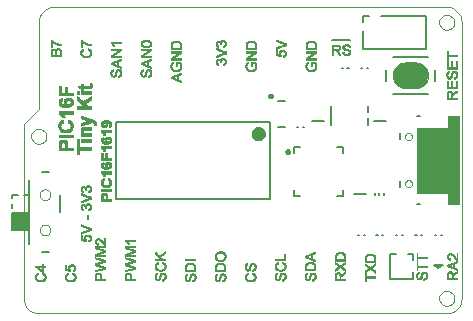
<source format=gbr>
G04 PROTEUS RS274X GERBER FILE*
%FSLAX45Y45*%
%MOMM*%
G01*
%ADD30C,0.250000*%
%ADD31C,0.200000*%
%ADD32C,0.600000*%
%ADD33C,0.127000*%
%ADD73C,0.025400*%
%ADD34C,0.031750*%
G36*
X+3175700Y+868000D02*
X+3175700Y+1418000D01*
X+3535700Y+1418000D01*
X+3535700Y+868000D01*
X+3175700Y+868000D01*
G37*
G36*
X+3440700Y+768000D02*
X+3440700Y+868000D01*
X+3535700Y+868000D01*
X+3535700Y+768000D01*
X+3440700Y+768000D01*
G37*
G36*
X+3440700Y+1418000D02*
X+3440700Y+1518000D01*
X+3535700Y+1518000D01*
X+3535700Y+1418000D01*
X+3440700Y+1418000D01*
G37*
G36*
X+3162800Y+1750750D02*
X+3082800Y+1750750D01*
X+3060309Y+1752939D01*
X+3039509Y+1759236D01*
X+3020804Y+1769240D01*
X+3004597Y+1782547D01*
X+2991290Y+1798754D01*
X+2981286Y+1817459D01*
X+2974989Y+1838259D01*
X+2972800Y+1860750D01*
X+2974989Y+1883241D01*
X+2981286Y+1904041D01*
X+2991290Y+1922746D01*
X+3004597Y+1938953D01*
X+3020804Y+1952260D01*
X+3039509Y+1962264D01*
X+3060309Y+1968561D01*
X+3082800Y+1970750D01*
X+3162800Y+1970750D01*
X+3185291Y+1968561D01*
X+3206091Y+1962264D01*
X+3224796Y+1952260D01*
X+3241003Y+1938953D01*
X+3254310Y+1922746D01*
X+3264314Y+1904041D01*
X+3270611Y+1883241D01*
X+3272800Y+1860750D01*
X+3270611Y+1838259D01*
X+3264314Y+1817459D01*
X+3254310Y+1798754D01*
X+3241003Y+1782547D01*
X+3224796Y+1769240D01*
X+3206091Y+1759236D01*
X+3185291Y+1752939D01*
X+3162800Y+1750750D01*
G37*
G36*
X-251200Y+551800D02*
X-251200Y+696800D01*
X-111200Y+696800D01*
X-111200Y+551800D01*
X-251200Y+551800D01*
G37*
G36*
X+3399150Y+258600D02*
X+3319150Y+258600D01*
X+3359150Y+233600D01*
X+3399150Y+258600D01*
G37*
D30*
X+1950200Y+1686550D02*
X+1950157Y+1687589D01*
X+1949805Y+1689668D01*
X+1949068Y+1691747D01*
X+1947864Y+1693826D01*
X+1946023Y+1695876D01*
X+1943944Y+1697379D01*
X+1941865Y+1698336D01*
X+1939786Y+1698875D01*
X+1937707Y+1699050D01*
X+1937700Y+1699050D01*
X+1925200Y+1686550D02*
X+1925243Y+1687589D01*
X+1925595Y+1689668D01*
X+1926332Y+1691747D01*
X+1927536Y+1693826D01*
X+1929377Y+1695876D01*
X+1931456Y+1697379D01*
X+1933535Y+1698336D01*
X+1935614Y+1698875D01*
X+1937693Y+1699050D01*
X+1937700Y+1699050D01*
X+1925200Y+1686550D02*
X+1925243Y+1685511D01*
X+1925595Y+1683432D01*
X+1926332Y+1681353D01*
X+1927536Y+1679274D01*
X+1929377Y+1677224D01*
X+1931456Y+1675721D01*
X+1933535Y+1674764D01*
X+1935614Y+1674225D01*
X+1937693Y+1674050D01*
X+1937700Y+1674050D01*
X+1950200Y+1686550D02*
X+1950157Y+1685511D01*
X+1949805Y+1683432D01*
X+1949068Y+1681353D01*
X+1947864Y+1679274D01*
X+1946023Y+1677224D01*
X+1943944Y+1675721D01*
X+1941865Y+1674764D01*
X+1939786Y+1674225D01*
X+1937707Y+1674050D01*
X+1937700Y+1674050D01*
D31*
X+632700Y+1466550D02*
X+632700Y+816550D01*
X+1932700Y+816550D01*
X+1932700Y+1466550D01*
X+632700Y+1466550D01*
D32*
X+1862700Y+1366550D02*
X+1862597Y+1369039D01*
X+1861755Y+1374019D01*
X+1859995Y+1378999D01*
X+1857118Y+1383979D01*
X+1852717Y+1388895D01*
X+1847737Y+1392509D01*
X+1842757Y+1394814D01*
X+1837777Y+1396117D01*
X+1832797Y+1396550D01*
X+1832700Y+1396550D01*
X+1802700Y+1366550D02*
X+1802803Y+1369039D01*
X+1803645Y+1374019D01*
X+1805405Y+1378999D01*
X+1808282Y+1383979D01*
X+1812683Y+1388895D01*
X+1817663Y+1392509D01*
X+1822643Y+1394814D01*
X+1827623Y+1396117D01*
X+1832603Y+1396550D01*
X+1832700Y+1396550D01*
X+1802700Y+1366550D02*
X+1802803Y+1364061D01*
X+1803645Y+1359081D01*
X+1805405Y+1354101D01*
X+1808282Y+1349121D01*
X+1812683Y+1344205D01*
X+1817663Y+1340591D01*
X+1822643Y+1338286D01*
X+1827623Y+1336983D01*
X+1832603Y+1336550D01*
X+1832700Y+1336550D01*
X+1862700Y+1366550D02*
X+1862597Y+1364061D01*
X+1861755Y+1359081D01*
X+1859995Y+1354101D01*
X+1857118Y+1349121D01*
X+1852717Y+1344205D01*
X+1847737Y+1340591D01*
X+1842757Y+1338286D01*
X+1837777Y+1336983D01*
X+1832797Y+1336550D01*
X+1832700Y+1336550D01*
D33*
X+3180700Y+773000D02*
X+3200700Y+773000D01*
X+3180700Y+1513000D02*
X+3200700Y+1513000D01*
X+3035700Y+913000D02*
X+3035700Y+963000D01*
X+3035700Y+1373000D02*
X+3035700Y+1323000D01*
D73*
X+3175700Y+868000D02*
X+3535700Y+868000D01*
X+3535700Y+1418000D01*
X+3175700Y+1418000D01*
X+3175700Y+868000D01*
X+3440700Y+768000D02*
X+3535700Y+768000D01*
X+3535700Y+868000D01*
X+3440700Y+868000D01*
X+3440700Y+768000D01*
X+3440700Y+1418000D02*
X+3535700Y+1418000D01*
X+3535700Y+1518000D01*
X+3440700Y+1518000D01*
X+3440700Y+1418000D01*
D30*
X+2094800Y+1215500D02*
X+2094757Y+1216539D01*
X+2094405Y+1218618D01*
X+2093668Y+1220697D01*
X+2092464Y+1222776D01*
X+2090623Y+1224826D01*
X+2088544Y+1226329D01*
X+2086465Y+1227286D01*
X+2084386Y+1227825D01*
X+2082307Y+1228000D01*
X+2082300Y+1228000D01*
X+2069800Y+1215500D02*
X+2069843Y+1216539D01*
X+2070195Y+1218618D01*
X+2070932Y+1220697D01*
X+2072136Y+1222776D01*
X+2073977Y+1224826D01*
X+2076056Y+1226329D01*
X+2078135Y+1227286D01*
X+2080214Y+1227825D01*
X+2082293Y+1228000D01*
X+2082300Y+1228000D01*
X+2069800Y+1215500D02*
X+2069843Y+1214461D01*
X+2070195Y+1212382D01*
X+2070932Y+1210303D01*
X+2072136Y+1208224D01*
X+2073977Y+1206174D01*
X+2076056Y+1204671D01*
X+2078135Y+1203714D01*
X+2080214Y+1203175D01*
X+2082293Y+1203000D01*
X+2082300Y+1203000D01*
X+2094800Y+1215500D02*
X+2094757Y+1214461D01*
X+2094405Y+1212382D01*
X+2093668Y+1210303D01*
X+2092464Y+1208224D01*
X+2090623Y+1206174D01*
X+2088544Y+1204671D01*
X+2086465Y+1203714D01*
X+2084386Y+1203175D01*
X+2082307Y+1203000D01*
X+2082300Y+1203000D01*
D31*
X+2547300Y+1200500D02*
X+2547300Y+1250500D01*
X+2497300Y+1250500D01*
X+2137300Y+1200500D02*
X+2137300Y+1250500D01*
X+2187300Y+1250500D01*
X+2547300Y+890500D02*
X+2547300Y+840500D01*
X+2497300Y+840500D01*
X+2137300Y+890500D02*
X+2137300Y+840500D01*
X+2187300Y+840500D01*
D33*
X+3272800Y+1700750D02*
X+2972800Y+1700750D01*
X+3272800Y+2020750D02*
X+2972800Y+2020750D01*
X+3332800Y+1905750D02*
X+3332800Y+1815750D01*
X+2912800Y+1905750D02*
X+2912800Y+1815750D01*
D73*
X+3162800Y+1750750D02*
X+3082800Y+1750750D01*
X+3060309Y+1752939D01*
X+3039509Y+1759236D01*
X+3020804Y+1769240D01*
X+3004597Y+1782547D01*
X+2991290Y+1798754D01*
X+2981286Y+1817459D01*
X+2974989Y+1838259D01*
X+2972800Y+1860750D01*
X+2974989Y+1883241D01*
X+2981286Y+1904041D01*
X+2991290Y+1922746D01*
X+3004597Y+1938953D01*
X+3020804Y+1952260D01*
X+3039509Y+1962264D01*
X+3060309Y+1968561D01*
X+3082800Y+1970750D01*
X+3162800Y+1970750D01*
X+3185291Y+1968561D01*
X+3206091Y+1962264D01*
X+3224796Y+1952260D01*
X+3241003Y+1938953D01*
X+3254310Y+1922746D01*
X+3264314Y+1904041D01*
X+3270611Y+1883241D01*
X+3272800Y+1860750D01*
X+3270611Y+1838259D01*
X+3264314Y+1817459D01*
X+3254310Y+1798754D01*
X+3241003Y+1782547D01*
X+3224796Y+1769240D01*
X+3206091Y+1759236D01*
X+3185291Y+1752939D01*
X+3162800Y+1750750D01*
D34*
X+3425695Y+1854846D02*
X+3425695Y+1877706D01*
X+3428235Y+1661806D02*
X+3428235Y+1712606D01*
X+3428235Y+1750706D02*
X+3428235Y+1814206D01*
X+3428235Y+1847226D02*
X+3428235Y+1882786D01*
X+3428235Y+1918346D02*
X+3428235Y+1981846D01*
X+3428235Y+1994546D02*
X+3428235Y+2065666D01*
X+3430775Y+1661806D02*
X+3430775Y+1720226D01*
X+3430775Y+1750706D02*
X+3430775Y+1814206D01*
X+3430775Y+1844686D02*
X+3430775Y+1887866D01*
X+3430775Y+1918346D02*
X+3430775Y+1981846D01*
X+3430775Y+1994546D02*
X+3430775Y+2065666D01*
X+3433315Y+1661806D02*
X+3433315Y+1722766D01*
X+3433315Y+1750706D02*
X+3433315Y+1814206D01*
X+3433315Y+1839606D02*
X+3433315Y+1890406D01*
X+3433315Y+1918346D02*
X+3433315Y+1981846D01*
X+3433315Y+1994546D02*
X+3433315Y+2065666D01*
X+3435855Y+1661806D02*
X+3435855Y+1725306D01*
X+3435855Y+1750706D02*
X+3435855Y+1814206D01*
X+3435855Y+1839606D02*
X+3435855Y+1854846D01*
X+3435855Y+1875166D02*
X+3435855Y+1892946D01*
X+3435855Y+1918346D02*
X+3435855Y+1981846D01*
X+3435855Y+1994546D02*
X+3435855Y+2065666D01*
X+3438395Y+1661806D02*
X+3438395Y+1671966D01*
X+3438395Y+1710066D02*
X+3438395Y+1727846D01*
X+3438395Y+1750706D02*
X+3438395Y+1760866D01*
X+3438395Y+1837066D02*
X+3438395Y+1849766D01*
X+3438395Y+1880246D02*
X+3438395Y+1895486D01*
X+3438395Y+1918346D02*
X+3438395Y+1928506D01*
X+3438395Y+2025026D02*
X+3438395Y+2035186D01*
X+3440935Y+1661806D02*
X+3440935Y+1671966D01*
X+3440935Y+1715146D02*
X+3440935Y+1727846D01*
X+3440935Y+1750706D02*
X+3440935Y+1760866D01*
X+3440935Y+1837066D02*
X+3440935Y+1847226D01*
X+3440935Y+1885326D02*
X+3440935Y+1895486D01*
X+3440935Y+1918346D02*
X+3440935Y+1928506D01*
X+3440935Y+2025026D02*
X+3440935Y+2035186D01*
X+3443475Y+1661806D02*
X+3443475Y+1671966D01*
X+3443475Y+1717686D02*
X+3443475Y+1730386D01*
X+3443475Y+1750706D02*
X+3443475Y+1760866D01*
X+3443475Y+1834526D02*
X+3443475Y+1844686D01*
X+3443475Y+1885326D02*
X+3443475Y+1898026D01*
X+3443475Y+1918346D02*
X+3443475Y+1928506D01*
X+3443475Y+2025026D02*
X+3443475Y+2035186D01*
X+3446015Y+1661806D02*
X+3446015Y+1671966D01*
X+3446015Y+1720226D02*
X+3446015Y+1730386D01*
X+3446015Y+1750706D02*
X+3446015Y+1760866D01*
X+3446015Y+1834526D02*
X+3446015Y+1844686D01*
X+3446015Y+1887866D02*
X+3446015Y+1898026D01*
X+3446015Y+1918346D02*
X+3446015Y+1928506D01*
X+3446015Y+2025026D02*
X+3446015Y+2035186D01*
X+3448555Y+1661806D02*
X+3448555Y+1671966D01*
X+3448555Y+1720226D02*
X+3448555Y+1730386D01*
X+3448555Y+1750706D02*
X+3448555Y+1760866D01*
X+3448555Y+1834526D02*
X+3448555Y+1844686D01*
X+3448555Y+1887866D02*
X+3448555Y+1898026D01*
X+3448555Y+1918346D02*
X+3448555Y+1928506D01*
X+3448555Y+2025026D02*
X+3448555Y+2035186D01*
X+3451095Y+1661806D02*
X+3451095Y+1671966D01*
X+3451095Y+1720226D02*
X+3451095Y+1730386D01*
X+3451095Y+1750706D02*
X+3451095Y+1760866D01*
X+3451095Y+1834526D02*
X+3451095Y+1844686D01*
X+3451095Y+1918346D02*
X+3451095Y+1928506D01*
X+3451095Y+2025026D02*
X+3451095Y+2035186D01*
X+3453635Y+1661806D02*
X+3453635Y+1671966D01*
X+3453635Y+1720226D02*
X+3453635Y+1730386D01*
X+3453635Y+1750706D02*
X+3453635Y+1760866D01*
X+3453635Y+1834526D02*
X+3453635Y+1844686D01*
X+3453635Y+1918346D02*
X+3453635Y+1928506D01*
X+3453635Y+2025026D02*
X+3453635Y+2035186D01*
X+3456175Y+1661806D02*
X+3456175Y+1671966D01*
X+3456175Y+1720226D02*
X+3456175Y+1730386D01*
X+3456175Y+1750706D02*
X+3456175Y+1760866D01*
X+3456175Y+1834526D02*
X+3456175Y+1847226D01*
X+3456175Y+1918346D02*
X+3456175Y+1928506D01*
X+3456175Y+2025026D02*
X+3456175Y+2035186D01*
X+3458715Y+1661806D02*
X+3458715Y+1671966D01*
X+3458715Y+1717686D02*
X+3458715Y+1730386D01*
X+3458715Y+1750706D02*
X+3458715Y+1760866D01*
X+3458715Y+1837066D02*
X+3458715Y+1852306D01*
X+3458715Y+1918346D02*
X+3458715Y+1928506D01*
X+3458715Y+2025026D02*
X+3458715Y+2035186D01*
X+3461255Y+1661806D02*
X+3461255Y+1671966D01*
X+3461255Y+1715146D02*
X+3461255Y+1727846D01*
X+3461255Y+1750706D02*
X+3461255Y+1760866D01*
X+3461255Y+1837066D02*
X+3461255Y+1859926D01*
X+3461255Y+1918346D02*
X+3461255Y+1928506D01*
X+3461255Y+2025026D02*
X+3461255Y+2035186D01*
X+3463795Y+1661806D02*
X+3463795Y+1671966D01*
X+3463795Y+1707526D02*
X+3463795Y+1727846D01*
X+3463795Y+1750706D02*
X+3463795Y+1760866D01*
X+3463795Y+1839606D02*
X+3463795Y+1870086D01*
X+3463795Y+1918346D02*
X+3463795Y+1928506D01*
X+3463795Y+2025026D02*
X+3463795Y+2035186D01*
X+3466335Y+1661806D02*
X+3466335Y+1725306D01*
X+3466335Y+1750706D02*
X+3466335Y+1811666D01*
X+3466335Y+1842146D02*
X+3466335Y+1877706D01*
X+3466335Y+1918346D02*
X+3466335Y+1979306D01*
X+3466335Y+2025026D02*
X+3466335Y+2035186D01*
X+3468875Y+1661806D02*
X+3468875Y+1722766D01*
X+3468875Y+1750706D02*
X+3468875Y+1811666D01*
X+3468875Y+1844686D02*
X+3468875Y+1885326D01*
X+3468875Y+1918346D02*
X+3468875Y+1979306D01*
X+3468875Y+2025026D02*
X+3468875Y+2035186D01*
X+3471415Y+1661806D02*
X+3471415Y+1717686D01*
X+3471415Y+1750706D02*
X+3471415Y+1811666D01*
X+3471415Y+1849766D02*
X+3471415Y+1890406D01*
X+3471415Y+1918346D02*
X+3471415Y+1979306D01*
X+3471415Y+2025026D02*
X+3471415Y+2035186D01*
X+3473955Y+1661806D02*
X+3473955Y+1712606D01*
X+3473955Y+1750706D02*
X+3473955Y+1811666D01*
X+3473955Y+1859926D02*
X+3473955Y+1892946D01*
X+3473955Y+1918346D02*
X+3473955Y+1979306D01*
X+3473955Y+2025026D02*
X+3473955Y+2035186D01*
X+3476495Y+1661806D02*
X+3476495Y+1671966D01*
X+3476495Y+1694826D02*
X+3476495Y+1707526D01*
X+3476495Y+1750706D02*
X+3476495Y+1760866D01*
X+3476495Y+1870086D02*
X+3476495Y+1895486D01*
X+3476495Y+1918346D02*
X+3476495Y+1928506D01*
X+3476495Y+2025026D02*
X+3476495Y+2035186D01*
X+3479035Y+1661806D02*
X+3479035Y+1671966D01*
X+3479035Y+1697366D02*
X+3479035Y+1710066D01*
X+3479035Y+1750706D02*
X+3479035Y+1760866D01*
X+3479035Y+1877706D02*
X+3479035Y+1898026D01*
X+3479035Y+1918346D02*
X+3479035Y+1928506D01*
X+3479035Y+2025026D02*
X+3479035Y+2035186D01*
X+3481575Y+1661806D02*
X+3481575Y+1671966D01*
X+3481575Y+1699906D02*
X+3481575Y+1712606D01*
X+3481575Y+1750706D02*
X+3481575Y+1760866D01*
X+3481575Y+1885326D02*
X+3481575Y+1898026D01*
X+3481575Y+1918346D02*
X+3481575Y+1928506D01*
X+3481575Y+2025026D02*
X+3481575Y+2035186D01*
X+3484115Y+1661806D02*
X+3484115Y+1671966D01*
X+3484115Y+1702446D02*
X+3484115Y+1715146D01*
X+3484115Y+1750706D02*
X+3484115Y+1760866D01*
X+3484115Y+1887866D02*
X+3484115Y+1900566D01*
X+3484115Y+1918346D02*
X+3484115Y+1928506D01*
X+3484115Y+2025026D02*
X+3484115Y+2035186D01*
X+3486655Y+1661806D02*
X+3486655Y+1671966D01*
X+3486655Y+1704986D02*
X+3486655Y+1715146D01*
X+3486655Y+1750706D02*
X+3486655Y+1760866D01*
X+3486655Y+1831986D02*
X+3486655Y+1842146D01*
X+3486655Y+1890406D02*
X+3486655Y+1900566D01*
X+3486655Y+1918346D02*
X+3486655Y+1928506D01*
X+3486655Y+2025026D02*
X+3486655Y+2035186D01*
X+3489195Y+1661806D02*
X+3489195Y+1671966D01*
X+3489195Y+1704986D02*
X+3489195Y+1717686D01*
X+3489195Y+1750706D02*
X+3489195Y+1760866D01*
X+3489195Y+1831986D02*
X+3489195Y+1842146D01*
X+3489195Y+1890406D02*
X+3489195Y+1900566D01*
X+3489195Y+1918346D02*
X+3489195Y+1928506D01*
X+3489195Y+2025026D02*
X+3489195Y+2035186D01*
X+3491735Y+1661806D02*
X+3491735Y+1671966D01*
X+3491735Y+1707526D02*
X+3491735Y+1720226D01*
X+3491735Y+1750706D02*
X+3491735Y+1760866D01*
X+3491735Y+1831986D02*
X+3491735Y+1842146D01*
X+3491735Y+1890406D02*
X+3491735Y+1900566D01*
X+3491735Y+1918346D02*
X+3491735Y+1928506D01*
X+3491735Y+2025026D02*
X+3491735Y+2035186D01*
X+3494275Y+1661806D02*
X+3494275Y+1671966D01*
X+3494275Y+1710066D02*
X+3494275Y+1722766D01*
X+3494275Y+1750706D02*
X+3494275Y+1760866D01*
X+3494275Y+1831986D02*
X+3494275Y+1844686D01*
X+3494275Y+1890406D02*
X+3494275Y+1900566D01*
X+3494275Y+1918346D02*
X+3494275Y+1928506D01*
X+3494275Y+2025026D02*
X+3494275Y+2035186D01*
X+3496815Y+1661806D02*
X+3496815Y+1671966D01*
X+3496815Y+1710066D02*
X+3496815Y+1722766D01*
X+3496815Y+1750706D02*
X+3496815Y+1760866D01*
X+3496815Y+1834526D02*
X+3496815Y+1844686D01*
X+3496815Y+1890406D02*
X+3496815Y+1900566D01*
X+3496815Y+1918346D02*
X+3496815Y+1928506D01*
X+3496815Y+2025026D02*
X+3496815Y+2035186D01*
X+3499355Y+1661806D02*
X+3499355Y+1671966D01*
X+3499355Y+1712606D02*
X+3499355Y+1725306D01*
X+3499355Y+1750706D02*
X+3499355Y+1760866D01*
X+3499355Y+1834526D02*
X+3499355Y+1847226D01*
X+3499355Y+1887866D02*
X+3499355Y+1898026D01*
X+3499355Y+1918346D02*
X+3499355Y+1928506D01*
X+3499355Y+2025026D02*
X+3499355Y+2035186D01*
X+3501895Y+1661806D02*
X+3501895Y+1671966D01*
X+3501895Y+1715146D02*
X+3501895Y+1725306D01*
X+3501895Y+1750706D02*
X+3501895Y+1760866D01*
X+3501895Y+1837066D02*
X+3501895Y+1849766D01*
X+3501895Y+1885326D02*
X+3501895Y+1898026D01*
X+3501895Y+1918346D02*
X+3501895Y+1928506D01*
X+3501895Y+2025026D02*
X+3501895Y+2035186D01*
X+3504435Y+1661806D02*
X+3504435Y+1671966D01*
X+3504435Y+1715146D02*
X+3504435Y+1727846D01*
X+3504435Y+1750706D02*
X+3504435Y+1760866D01*
X+3504435Y+1837066D02*
X+3504435Y+1852306D01*
X+3504435Y+1882786D02*
X+3504435Y+1898026D01*
X+3504435Y+1918346D02*
X+3504435Y+1928506D01*
X+3504435Y+2025026D02*
X+3504435Y+2035186D01*
X+3506975Y+1661806D02*
X+3506975Y+1671966D01*
X+3506975Y+1717686D02*
X+3506975Y+1730386D01*
X+3506975Y+1750706D02*
X+3506975Y+1816746D01*
X+3506975Y+1839606D02*
X+3506975Y+1859926D01*
X+3506975Y+1877706D02*
X+3506975Y+1895486D01*
X+3506975Y+1918346D02*
X+3506975Y+1984386D01*
X+3506975Y+2025026D02*
X+3506975Y+2035186D01*
X+3509515Y+1661806D02*
X+3509515Y+1671966D01*
X+3509515Y+1720226D02*
X+3509515Y+1730386D01*
X+3509515Y+1750706D02*
X+3509515Y+1816746D01*
X+3509515Y+1842146D02*
X+3509515Y+1892946D01*
X+3509515Y+1918346D02*
X+3509515Y+1984386D01*
X+3509515Y+2025026D02*
X+3509515Y+2035186D01*
X+3512055Y+1661806D02*
X+3512055Y+1671966D01*
X+3512055Y+1720226D02*
X+3512055Y+1732926D01*
X+3512055Y+1750706D02*
X+3512055Y+1816746D01*
X+3512055Y+1844686D02*
X+3512055Y+1890406D01*
X+3512055Y+1918346D02*
X+3512055Y+1984386D01*
X+3512055Y+2025026D02*
X+3512055Y+2035186D01*
X+3514595Y+1661806D02*
X+3514595Y+1671966D01*
X+3514595Y+1722766D02*
X+3514595Y+1732926D01*
X+3514595Y+1750706D02*
X+3514595Y+1816746D01*
X+3514595Y+1849766D02*
X+3514595Y+1885326D01*
X+3514595Y+1918346D02*
X+3514595Y+1984386D01*
X+3514595Y+2025026D02*
X+3514595Y+2035186D01*
X+3517135Y+1857386D02*
X+3517135Y+1880246D01*
D33*
X+58800Y+1041800D02*
X-1200Y+1041800D01*
X+58800Y+361800D02*
X-1200Y+361800D01*
X+158800Y+851800D02*
X+158800Y+701800D01*
X-251200Y+551800D02*
X-111200Y+551800D01*
X-111200Y+696800D01*
X-251200Y+696800D01*
X-251200Y+551800D01*
X-111200Y+971800D02*
X-111200Y+851800D01*
X-151200Y+851800D01*
X-201200Y+851800D02*
X-251200Y+851800D01*
X-251200Y+821800D01*
X-111200Y+551800D02*
X-111200Y+431800D01*
X-111200Y+851800D02*
X-111200Y+551800D01*
X-251200Y+771800D02*
X-251200Y+741800D01*
X+2448750Y+1440650D02*
X+2448750Y+1600650D01*
X+2758750Y+1600650D02*
X+2758750Y+1550650D01*
X+2758750Y+1500650D02*
X+2758750Y+1440650D01*
X+2717800Y+2235200D02*
X+2717800Y+2082800D01*
X+2717800Y+2362200D02*
X+2768600Y+2362200D01*
X+3251200Y+2082800D02*
X+2717800Y+2082800D01*
X+2717800Y+2362200D02*
X+2717800Y+2311400D01*
X+3251200Y+2082800D02*
X+3251200Y+2362200D01*
X+2870200Y+2362200D01*
D73*
X-152400Y-25400D02*
X-149873Y-51367D01*
X-142602Y-75381D01*
X-131052Y-96977D01*
X-115689Y-115689D01*
X-96977Y-131052D01*
X-75381Y-142602D01*
X-51367Y-149873D01*
X-25400Y-152400D01*
X+3429000Y-152400D01*
X+3454967Y-149873D01*
X+3478981Y-142602D01*
X+3500577Y-131052D01*
X+3519289Y-115689D01*
X+3534652Y-96977D01*
X+3546202Y-75381D01*
X+3553473Y-51367D01*
X+3556000Y-25400D01*
X+3556000Y+2311400D01*
X+3553473Y+2337367D01*
X+3546202Y+2361381D01*
X+3534652Y+2382977D01*
X+3519289Y+2401689D01*
X+3500577Y+2417052D01*
X+3478981Y+2428602D01*
X+3454967Y+2435873D01*
X+3429000Y+2438400D01*
X+101600Y+2438400D01*
X+75632Y+2435873D01*
X+51618Y+2428602D01*
X+30023Y+2417052D01*
X+11311Y+2401689D01*
X-4052Y+2382977D01*
X-15602Y+2361381D01*
X-22873Y+2337367D01*
X-25400Y+2311400D01*
X-25400Y+1574800D01*
X-152400Y+1447800D01*
X-152400Y-25400D01*
X+3492500Y-25400D02*
X+3492283Y-20153D01*
X+3490518Y-9658D01*
X+3486826Y+837D01*
X+3480798Y+11332D01*
X+3471576Y+21712D01*
X+3461081Y+29400D01*
X+3450586Y+34318D01*
X+3440091Y+37124D01*
X+3429596Y+38097D01*
X+3429000Y+38100D01*
X+3365500Y-25400D02*
X+3365717Y-20153D01*
X+3367482Y-9658D01*
X+3371174Y+837D01*
X+3377202Y+11332D01*
X+3386424Y+21712D01*
X+3396919Y+29400D01*
X+3407414Y+34318D01*
X+3417909Y+37124D01*
X+3428404Y+38097D01*
X+3429000Y+38100D01*
X+3365500Y-25400D02*
X+3365717Y-30647D01*
X+3367482Y-41142D01*
X+3371174Y-51637D01*
X+3377202Y-62132D01*
X+3386424Y-72512D01*
X+3396919Y-80200D01*
X+3407414Y-85118D01*
X+3417909Y-87924D01*
X+3428404Y-88897D01*
X+3429000Y-88900D01*
X+3492500Y-25400D02*
X+3492283Y-30647D01*
X+3490518Y-41142D01*
X+3486826Y-51637D01*
X+3480798Y-62132D01*
X+3471576Y-72512D01*
X+3461081Y-80200D01*
X+3450586Y-85118D01*
X+3440091Y-87924D01*
X+3429596Y-88897D01*
X+3429000Y-88900D01*
X+3492500Y+2311400D02*
X+3492283Y+2316647D01*
X+3490518Y+2327142D01*
X+3486826Y+2337637D01*
X+3480798Y+2348132D01*
X+3471576Y+2358512D01*
X+3461081Y+2366200D01*
X+3450586Y+2371118D01*
X+3440091Y+2373924D01*
X+3429596Y+2374897D01*
X+3429000Y+2374900D01*
X+3365500Y+2311400D02*
X+3365717Y+2316647D01*
X+3367482Y+2327142D01*
X+3371174Y+2337637D01*
X+3377202Y+2348132D01*
X+3386424Y+2358512D01*
X+3396919Y+2366200D01*
X+3407414Y+2371118D01*
X+3417909Y+2373924D01*
X+3428404Y+2374897D01*
X+3429000Y+2374900D01*
X+3365500Y+2311400D02*
X+3365717Y+2306153D01*
X+3367482Y+2295658D01*
X+3371174Y+2285163D01*
X+3377202Y+2274668D01*
X+3386424Y+2264288D01*
X+3396919Y+2256600D01*
X+3407414Y+2251682D01*
X+3417909Y+2248876D01*
X+3428404Y+2247903D01*
X+3429000Y+2247900D01*
X+3492500Y+2311400D02*
X+3492283Y+2306153D01*
X+3490518Y+2295658D01*
X+3486826Y+2285163D01*
X+3480798Y+2274668D01*
X+3471576Y+2264288D01*
X+3461081Y+2256600D01*
X+3450586Y+2251682D01*
X+3440091Y+2248876D01*
X+3429596Y+2247903D01*
X+3429000Y+2247900D01*
X+38100Y+1346200D02*
X+37883Y+1351447D01*
X+36118Y+1361942D01*
X+32426Y+1372437D01*
X+26398Y+1382932D01*
X+17176Y+1393312D01*
X+6681Y+1401000D01*
X-3814Y+1405918D01*
X-14309Y+1408724D01*
X-24804Y+1409697D01*
X-25400Y+1409700D01*
X-88900Y+1346200D02*
X-88683Y+1351447D01*
X-86918Y+1361942D01*
X-83226Y+1372437D01*
X-77198Y+1382932D01*
X-67976Y+1393312D01*
X-57481Y+1401000D01*
X-46986Y+1405918D01*
X-36491Y+1408724D01*
X-25996Y+1409697D01*
X-25400Y+1409700D01*
X-88900Y+1346200D02*
X-88683Y+1340953D01*
X-86918Y+1330458D01*
X-83226Y+1319963D01*
X-77198Y+1309468D01*
X-67976Y+1299088D01*
X-57481Y+1291400D01*
X-46986Y+1286482D01*
X-36491Y+1283676D01*
X-25996Y+1282703D01*
X-25400Y+1282700D01*
X+38100Y+1346200D02*
X+37883Y+1340953D01*
X+36118Y+1330458D01*
X+32426Y+1319963D01*
X+26398Y+1309468D01*
X+17176Y+1299088D01*
X+6681Y+1291400D01*
X-3814Y+1286482D01*
X-14309Y+1283676D01*
X-24804Y+1282703D01*
X-25400Y+1282700D01*
D33*
X+3143550Y+136850D02*
X+3143550Y+196850D01*
X+3143550Y+296850D02*
X+3143550Y+351850D01*
X+3103550Y+351850D01*
X+3143550Y+136850D02*
X+2948550Y+136850D01*
X+2948550Y+351850D01*
X+3003550Y+351850D01*
D34*
X+3171345Y+153140D02*
X+3171345Y+176000D01*
X+3173885Y+145520D02*
X+3173885Y+181080D01*
X+3173885Y+209020D02*
X+3173885Y+280140D01*
X+3173885Y+285220D02*
X+3173885Y+356340D01*
X+3176425Y+142980D02*
X+3176425Y+186160D01*
X+3176425Y+209020D02*
X+3176425Y+280140D01*
X+3176425Y+285220D02*
X+3176425Y+356340D01*
X+3178965Y+137900D02*
X+3178965Y+188700D01*
X+3178965Y+209020D02*
X+3178965Y+280140D01*
X+3178965Y+285220D02*
X+3178965Y+356340D01*
X+3181505Y+137900D02*
X+3181505Y+153140D01*
X+3181505Y+173460D02*
X+3181505Y+191240D01*
X+3181505Y+209020D02*
X+3181505Y+280140D01*
X+3181505Y+285220D02*
X+3181505Y+356340D01*
X+3184045Y+135360D02*
X+3184045Y+148060D01*
X+3184045Y+178540D02*
X+3184045Y+193780D01*
X+3184045Y+239500D02*
X+3184045Y+249660D01*
X+3184045Y+315700D02*
X+3184045Y+325860D01*
X+3186585Y+135360D02*
X+3186585Y+145520D01*
X+3186585Y+183620D02*
X+3186585Y+193780D01*
X+3186585Y+239500D02*
X+3186585Y+249660D01*
X+3186585Y+315700D02*
X+3186585Y+325860D01*
X+3189125Y+132820D02*
X+3189125Y+142980D01*
X+3189125Y+183620D02*
X+3189125Y+196320D01*
X+3189125Y+239500D02*
X+3189125Y+249660D01*
X+3189125Y+315700D02*
X+3189125Y+325860D01*
X+3191665Y+132820D02*
X+3191665Y+142980D01*
X+3191665Y+186160D02*
X+3191665Y+196320D01*
X+3191665Y+239500D02*
X+3191665Y+249660D01*
X+3191665Y+315700D02*
X+3191665Y+325860D01*
X+3194205Y+132820D02*
X+3194205Y+142980D01*
X+3194205Y+186160D02*
X+3194205Y+196320D01*
X+3194205Y+239500D02*
X+3194205Y+249660D01*
X+3194205Y+315700D02*
X+3194205Y+325860D01*
X+3196745Y+132820D02*
X+3196745Y+142980D01*
X+3196745Y+239500D02*
X+3196745Y+249660D01*
X+3196745Y+315700D02*
X+3196745Y+325860D01*
X+3199285Y+132820D02*
X+3199285Y+142980D01*
X+3199285Y+239500D02*
X+3199285Y+249660D01*
X+3199285Y+315700D02*
X+3199285Y+325860D01*
X+3201825Y+132820D02*
X+3201825Y+145520D01*
X+3201825Y+239500D02*
X+3201825Y+249660D01*
X+3201825Y+315700D02*
X+3201825Y+325860D01*
X+3204365Y+135360D02*
X+3204365Y+150600D01*
X+3204365Y+239500D02*
X+3204365Y+249660D01*
X+3204365Y+315700D02*
X+3204365Y+325860D01*
X+3206905Y+135360D02*
X+3206905Y+158220D01*
X+3206905Y+239500D02*
X+3206905Y+249660D01*
X+3206905Y+315700D02*
X+3206905Y+325860D01*
X+3209445Y+137900D02*
X+3209445Y+168380D01*
X+3209445Y+239500D02*
X+3209445Y+249660D01*
X+3209445Y+315700D02*
X+3209445Y+325860D01*
X+3211985Y+140440D02*
X+3211985Y+176000D01*
X+3211985Y+239500D02*
X+3211985Y+249660D01*
X+3211985Y+315700D02*
X+3211985Y+325860D01*
X+3214525Y+142980D02*
X+3214525Y+183620D01*
X+3214525Y+239500D02*
X+3214525Y+249660D01*
X+3214525Y+315700D02*
X+3214525Y+325860D01*
X+3217065Y+148060D02*
X+3217065Y+188700D01*
X+3217065Y+239500D02*
X+3217065Y+249660D01*
X+3217065Y+315700D02*
X+3217065Y+325860D01*
X+3219605Y+158220D02*
X+3219605Y+191240D01*
X+3219605Y+239500D02*
X+3219605Y+249660D01*
X+3219605Y+315700D02*
X+3219605Y+325860D01*
X+3222145Y+168380D02*
X+3222145Y+193780D01*
X+3222145Y+239500D02*
X+3222145Y+249660D01*
X+3222145Y+315700D02*
X+3222145Y+325860D01*
X+3224685Y+176000D02*
X+3224685Y+196320D01*
X+3224685Y+239500D02*
X+3224685Y+249660D01*
X+3224685Y+315700D02*
X+3224685Y+325860D01*
X+3227225Y+183620D02*
X+3227225Y+196320D01*
X+3227225Y+239500D02*
X+3227225Y+249660D01*
X+3227225Y+315700D02*
X+3227225Y+325860D01*
X+3229765Y+186160D02*
X+3229765Y+198860D01*
X+3229765Y+239500D02*
X+3229765Y+249660D01*
X+3229765Y+315700D02*
X+3229765Y+325860D01*
X+3232305Y+130280D02*
X+3232305Y+140440D01*
X+3232305Y+188700D02*
X+3232305Y+198860D01*
X+3232305Y+239500D02*
X+3232305Y+249660D01*
X+3232305Y+315700D02*
X+3232305Y+325860D01*
X+3234845Y+130280D02*
X+3234845Y+140440D01*
X+3234845Y+188700D02*
X+3234845Y+198860D01*
X+3234845Y+239500D02*
X+3234845Y+249660D01*
X+3234845Y+315700D02*
X+3234845Y+325860D01*
X+3237385Y+130280D02*
X+3237385Y+140440D01*
X+3237385Y+188700D02*
X+3237385Y+198860D01*
X+3237385Y+239500D02*
X+3237385Y+249660D01*
X+3237385Y+315700D02*
X+3237385Y+325860D01*
X+3239925Y+130280D02*
X+3239925Y+142980D01*
X+3239925Y+188700D02*
X+3239925Y+198860D01*
X+3239925Y+239500D02*
X+3239925Y+249660D01*
X+3239925Y+315700D02*
X+3239925Y+325860D01*
X+3242465Y+132820D02*
X+3242465Y+142980D01*
X+3242465Y+188700D02*
X+3242465Y+198860D01*
X+3242465Y+239500D02*
X+3242465Y+249660D01*
X+3242465Y+315700D02*
X+3242465Y+325860D01*
X+3245005Y+132820D02*
X+3245005Y+145520D01*
X+3245005Y+186160D02*
X+3245005Y+196320D01*
X+3245005Y+239500D02*
X+3245005Y+249660D01*
X+3245005Y+315700D02*
X+3245005Y+325860D01*
X+3247545Y+135360D02*
X+3247545Y+148060D01*
X+3247545Y+183620D02*
X+3247545Y+196320D01*
X+3247545Y+239500D02*
X+3247545Y+249660D01*
X+3247545Y+315700D02*
X+3247545Y+325860D01*
X+3250085Y+135360D02*
X+3250085Y+150600D01*
X+3250085Y+181080D02*
X+3250085Y+196320D01*
X+3250085Y+239500D02*
X+3250085Y+249660D01*
X+3250085Y+315700D02*
X+3250085Y+325860D01*
X+3252625Y+137900D02*
X+3252625Y+158220D01*
X+3252625Y+176000D02*
X+3252625Y+193780D01*
X+3252625Y+239500D02*
X+3252625Y+249660D01*
X+3252625Y+315700D02*
X+3252625Y+325860D01*
X+3255165Y+140440D02*
X+3255165Y+191240D01*
X+3255165Y+239500D02*
X+3255165Y+249660D01*
X+3255165Y+315700D02*
X+3255165Y+325860D01*
X+3257705Y+142980D02*
X+3257705Y+188700D01*
X+3257705Y+239500D02*
X+3257705Y+249660D01*
X+3257705Y+315700D02*
X+3257705Y+325860D01*
X+3260245Y+148060D02*
X+3260245Y+183620D01*
X+3260245Y+239500D02*
X+3260245Y+249660D01*
X+3260245Y+315700D02*
X+3260245Y+325860D01*
X+3262785Y+155680D02*
X+3262785Y+178540D01*
D33*
X+3399150Y+258600D02*
X+3319150Y+258600D01*
X+3359150Y+233600D01*
X+3399150Y+258600D01*
D34*
X+3434085Y+133456D02*
X+3434085Y+184256D01*
X+3434085Y+247756D02*
X+3434085Y+255376D01*
X+3434085Y+318876D02*
X+3434085Y+339196D01*
X+3436625Y+133456D02*
X+3436625Y+191876D01*
X+3436625Y+245216D02*
X+3436625Y+257916D01*
X+3436625Y+313796D02*
X+3436625Y+344276D01*
X+3439165Y+133456D02*
X+3439165Y+194416D01*
X+3439165Y+245216D02*
X+3439165Y+257916D01*
X+3439165Y+308716D02*
X+3439165Y+349356D01*
X+3441705Y+133456D02*
X+3441705Y+196956D01*
X+3441705Y+242676D02*
X+3441705Y+260456D01*
X+3441705Y+306176D02*
X+3441705Y+351896D01*
X+3444245Y+133456D02*
X+3444245Y+143616D01*
X+3444245Y+181716D02*
X+3444245Y+199496D01*
X+3444245Y+242676D02*
X+3444245Y+250296D01*
X+3444245Y+252836D02*
X+3444245Y+260456D01*
X+3444245Y+306176D02*
X+3444245Y+321416D01*
X+3444245Y+336656D02*
X+3444245Y+351896D01*
X+3446785Y+133456D02*
X+3446785Y+143616D01*
X+3446785Y+186796D02*
X+3446785Y+199496D01*
X+3446785Y+242676D02*
X+3446785Y+250296D01*
X+3446785Y+252836D02*
X+3446785Y+260456D01*
X+3446785Y+303636D02*
X+3446785Y+316336D01*
X+3446785Y+341736D02*
X+3446785Y+354436D01*
X+3449325Y+133456D02*
X+3449325Y+143616D01*
X+3449325Y+189336D02*
X+3449325Y+202036D01*
X+3449325Y+240136D02*
X+3449325Y+250296D01*
X+3449325Y+252836D02*
X+3449325Y+262996D01*
X+3449325Y+303636D02*
X+3449325Y+313796D01*
X+3449325Y+344276D02*
X+3449325Y+354436D01*
X+3451865Y+133456D02*
X+3451865Y+143616D01*
X+3451865Y+191876D02*
X+3451865Y+202036D01*
X+3451865Y+240136D02*
X+3451865Y+247756D01*
X+3451865Y+255376D02*
X+3451865Y+262996D01*
X+3451865Y+301096D02*
X+3451865Y+313796D01*
X+3451865Y+344276D02*
X+3451865Y+356976D01*
X+3454405Y+133456D02*
X+3454405Y+143616D01*
X+3454405Y+191876D02*
X+3454405Y+202036D01*
X+3454405Y+237596D02*
X+3454405Y+247756D01*
X+3454405Y+255376D02*
X+3454405Y+265536D01*
X+3454405Y+301096D02*
X+3454405Y+311256D01*
X+3454405Y+346816D02*
X+3454405Y+356976D01*
X+3456945Y+133456D02*
X+3456945Y+143616D01*
X+3456945Y+191876D02*
X+3456945Y+202036D01*
X+3456945Y+237596D02*
X+3456945Y+245216D01*
X+3456945Y+257916D02*
X+3456945Y+265536D01*
X+3456945Y+301096D02*
X+3456945Y+311256D01*
X+3456945Y+346816D02*
X+3456945Y+356976D01*
X+3459485Y+133456D02*
X+3459485Y+143616D01*
X+3459485Y+191876D02*
X+3459485Y+202036D01*
X+3459485Y+237596D02*
X+3459485Y+245216D01*
X+3459485Y+257916D02*
X+3459485Y+265536D01*
X+3459485Y+306176D02*
X+3459485Y+311256D01*
X+3459485Y+346816D02*
X+3459485Y+356976D01*
X+3462025Y+133456D02*
X+3462025Y+143616D01*
X+3462025Y+191876D02*
X+3462025Y+202036D01*
X+3462025Y+235056D02*
X+3462025Y+245216D01*
X+3462025Y+257916D02*
X+3462025Y+268076D01*
X+3462025Y+346816D02*
X+3462025Y+356976D01*
X+3464565Y+133456D02*
X+3464565Y+143616D01*
X+3464565Y+189336D02*
X+3464565Y+202036D01*
X+3464565Y+235056D02*
X+3464565Y+242676D01*
X+3464565Y+260456D02*
X+3464565Y+268076D01*
X+3464565Y+346816D02*
X+3464565Y+356976D01*
X+3467105Y+133456D02*
X+3467105Y+143616D01*
X+3467105Y+186796D02*
X+3467105Y+199496D01*
X+3467105Y+232516D02*
X+3467105Y+242676D01*
X+3467105Y+260456D02*
X+3467105Y+270616D01*
X+3467105Y+344276D02*
X+3467105Y+354436D01*
X+3469645Y+133456D02*
X+3469645Y+143616D01*
X+3469645Y+179176D02*
X+3469645Y+199496D01*
X+3469645Y+232516D02*
X+3469645Y+242676D01*
X+3469645Y+260456D02*
X+3469645Y+270616D01*
X+3469645Y+341736D02*
X+3469645Y+354436D01*
X+3472185Y+133456D02*
X+3472185Y+196956D01*
X+3472185Y+232516D02*
X+3472185Y+240136D01*
X+3472185Y+262996D02*
X+3472185Y+270616D01*
X+3472185Y+341736D02*
X+3472185Y+351896D01*
X+3474725Y+133456D02*
X+3474725Y+194416D01*
X+3474725Y+229976D02*
X+3474725Y+240136D01*
X+3474725Y+262996D02*
X+3474725Y+273156D01*
X+3474725Y+339196D02*
X+3474725Y+351896D01*
X+3477265Y+133456D02*
X+3477265Y+189336D01*
X+3477265Y+229976D02*
X+3477265Y+237596D01*
X+3477265Y+262996D02*
X+3477265Y+273156D01*
X+3477265Y+336656D02*
X+3477265Y+349356D01*
X+3479805Y+133456D02*
X+3479805Y+184256D01*
X+3479805Y+227436D02*
X+3479805Y+237596D01*
X+3479805Y+265536D02*
X+3479805Y+275696D01*
X+3479805Y+334116D02*
X+3479805Y+346816D01*
X+3482345Y+133456D02*
X+3482345Y+143616D01*
X+3482345Y+166476D02*
X+3482345Y+179176D01*
X+3482345Y+227436D02*
X+3482345Y+237596D01*
X+3482345Y+265536D02*
X+3482345Y+275696D01*
X+3482345Y+331576D02*
X+3482345Y+344276D01*
X+3484885Y+133456D02*
X+3484885Y+143616D01*
X+3484885Y+169016D02*
X+3484885Y+181716D01*
X+3484885Y+227436D02*
X+3484885Y+275696D01*
X+3484885Y+329036D02*
X+3484885Y+341736D01*
X+3487425Y+133456D02*
X+3487425Y+143616D01*
X+3487425Y+171556D02*
X+3487425Y+184256D01*
X+3487425Y+224896D02*
X+3487425Y+278236D01*
X+3487425Y+326496D02*
X+3487425Y+339196D01*
X+3489965Y+133456D02*
X+3489965Y+143616D01*
X+3489965Y+174096D02*
X+3489965Y+186796D01*
X+3489965Y+224896D02*
X+3489965Y+278236D01*
X+3489965Y+323956D02*
X+3489965Y+336656D01*
X+3492505Y+133456D02*
X+3492505Y+143616D01*
X+3492505Y+176636D02*
X+3492505Y+186796D01*
X+3492505Y+222356D02*
X+3492505Y+280776D01*
X+3492505Y+318876D02*
X+3492505Y+334116D01*
X+3495045Y+133456D02*
X+3495045Y+143616D01*
X+3495045Y+176636D02*
X+3495045Y+189336D01*
X+3495045Y+222356D02*
X+3495045Y+232516D01*
X+3495045Y+270616D02*
X+3495045Y+280776D01*
X+3495045Y+316336D02*
X+3495045Y+331576D01*
X+3497585Y+133456D02*
X+3497585Y+143616D01*
X+3497585Y+179176D02*
X+3497585Y+191876D01*
X+3497585Y+222356D02*
X+3497585Y+232516D01*
X+3497585Y+270616D02*
X+3497585Y+280776D01*
X+3497585Y+313796D02*
X+3497585Y+329036D01*
X+3500125Y+133456D02*
X+3500125Y+143616D01*
X+3500125Y+181716D02*
X+3500125Y+194416D01*
X+3500125Y+219816D02*
X+3500125Y+229976D01*
X+3500125Y+273156D02*
X+3500125Y+283316D01*
X+3500125Y+311256D02*
X+3500125Y+323956D01*
X+3502665Y+133456D02*
X+3502665Y+143616D01*
X+3502665Y+181716D02*
X+3502665Y+194416D01*
X+3502665Y+219816D02*
X+3502665Y+229976D01*
X+3502665Y+273156D02*
X+3502665Y+283316D01*
X+3502665Y+308716D02*
X+3502665Y+321416D01*
X+3505205Y+133456D02*
X+3505205Y+143616D01*
X+3505205Y+184256D02*
X+3505205Y+196956D01*
X+3505205Y+217276D02*
X+3505205Y+227436D01*
X+3505205Y+275696D02*
X+3505205Y+285856D01*
X+3505205Y+306176D02*
X+3505205Y+318876D01*
X+3507745Y+133456D02*
X+3507745Y+143616D01*
X+3507745Y+186796D02*
X+3507745Y+196956D01*
X+3507745Y+217276D02*
X+3507745Y+227436D01*
X+3507745Y+275696D02*
X+3507745Y+285856D01*
X+3507745Y+303636D02*
X+3507745Y+316336D01*
X+3510285Y+133456D02*
X+3510285Y+143616D01*
X+3510285Y+186796D02*
X+3510285Y+199496D01*
X+3510285Y+217276D02*
X+3510285Y+227436D01*
X+3510285Y+275696D02*
X+3510285Y+285856D01*
X+3510285Y+301096D02*
X+3510285Y+313796D01*
X+3512825Y+133456D02*
X+3512825Y+143616D01*
X+3512825Y+189336D02*
X+3512825Y+202036D01*
X+3512825Y+214736D02*
X+3512825Y+224896D01*
X+3512825Y+278236D02*
X+3512825Y+288396D01*
X+3512825Y+301096D02*
X+3512825Y+356976D01*
X+3515365Y+133456D02*
X+3515365Y+143616D01*
X+3515365Y+191876D02*
X+3515365Y+202036D01*
X+3515365Y+214736D02*
X+3515365Y+224896D01*
X+3515365Y+278236D02*
X+3515365Y+288396D01*
X+3515365Y+298556D02*
X+3515365Y+356976D01*
X+3517905Y+133456D02*
X+3517905Y+143616D01*
X+3517905Y+191876D02*
X+3517905Y+204576D01*
X+3517905Y+212196D02*
X+3517905Y+224896D01*
X+3517905Y+278236D02*
X+3517905Y+290936D01*
X+3517905Y+298556D02*
X+3517905Y+356976D01*
X+3520445Y+133456D02*
X+3520445Y+143616D01*
X+3520445Y+194416D02*
X+3520445Y+204576D01*
X+3520445Y+212196D02*
X+3520445Y+222356D01*
X+3520445Y+280776D02*
X+3520445Y+290936D01*
X+3520445Y+298556D02*
X+3520445Y+356976D01*
D33*
X+3164050Y+507200D02*
X+3174050Y+507200D01*
X+3214050Y+507200D02*
X+3224050Y+507200D01*
X+3058950Y+507200D02*
X+3048950Y+507200D01*
X+3008950Y+507200D02*
X+2998950Y+507200D01*
X+2220750Y+1421600D02*
X+2210750Y+1421600D01*
X+2170750Y+1421600D02*
X+2160750Y+1421600D01*
X+2895600Y+866950D02*
X+2895600Y+847900D01*
X+2819400Y+866950D02*
X+2819400Y+847900D01*
X+2857500Y+866950D02*
X+2857500Y+847900D01*
X+2914800Y+1470650D02*
X+2812900Y+1470650D01*
X+2641450Y+859800D02*
X+2743350Y+859800D01*
D34*
X+330835Y+467787D02*
X+330835Y+508427D01*
X+330835Y+521127D02*
X+330835Y+531287D01*
X+330835Y+589707D02*
X+330835Y+599867D01*
X+330835Y+737027D02*
X+330835Y+754807D01*
X+330835Y+785287D02*
X+330835Y+795447D01*
X+330835Y+853867D02*
X+330835Y+864027D01*
X+330835Y+889427D02*
X+330835Y+907207D01*
X+333375Y+467787D02*
X+333375Y+508427D01*
X+333375Y+521127D02*
X+333375Y+533827D01*
X+333375Y+587167D02*
X+333375Y+599867D01*
X+333375Y+731947D02*
X+333375Y+762427D01*
X+333375Y+785287D02*
X+333375Y+797987D01*
X+333375Y+851327D02*
X+333375Y+864027D01*
X+333375Y+884347D02*
X+333375Y+914827D01*
X+335915Y+465247D02*
X+335915Y+508427D01*
X+335915Y+523667D02*
X+335915Y+533827D01*
X+335915Y+587167D02*
X+335915Y+597327D01*
X+335915Y+726867D02*
X+335915Y+764967D01*
X+335915Y+787827D02*
X+335915Y+797987D01*
X+335915Y+851327D02*
X+335915Y+861487D01*
X+335915Y+879267D02*
X+335915Y+917367D01*
X+338455Y+465247D02*
X+338455Y+508427D01*
X+338455Y+523667D02*
X+338455Y+533827D01*
X+338455Y+587167D02*
X+338455Y+597327D01*
X+338455Y+724327D02*
X+338455Y+767507D01*
X+338455Y+787827D02*
X+338455Y+797987D01*
X+338455Y+851327D02*
X+338455Y+861487D01*
X+338455Y+876727D02*
X+338455Y+919907D01*
X+340995Y+465247D02*
X+340995Y+475407D01*
X+340995Y+526207D02*
X+340995Y+536367D01*
X+340995Y+584627D02*
X+340995Y+594787D01*
X+340995Y+724327D02*
X+340995Y+739567D01*
X+340995Y+754807D02*
X+340995Y+770047D01*
X+340995Y+790367D02*
X+340995Y+800527D01*
X+340995Y+848787D02*
X+340995Y+858947D01*
X+340995Y+876727D02*
X+340995Y+891967D01*
X+340995Y+907207D02*
X+340995Y+922447D01*
X+343535Y+465247D02*
X+343535Y+475407D01*
X+343535Y+526207D02*
X+343535Y+536367D01*
X+343535Y+584627D02*
X+343535Y+594787D01*
X+343535Y+721787D02*
X+343535Y+734487D01*
X+343535Y+757347D02*
X+343535Y+770047D01*
X+343535Y+790367D02*
X+343535Y+800527D01*
X+343535Y+848787D02*
X+343535Y+858947D01*
X+343535Y+874187D02*
X+343535Y+886887D01*
X+343535Y+909747D02*
X+343535Y+922447D01*
X+346075Y+465247D02*
X+346075Y+475407D01*
X+346075Y+526207D02*
X+346075Y+536367D01*
X+346075Y+582087D02*
X+346075Y+594787D01*
X+346075Y+721787D02*
X+346075Y+731947D01*
X+346075Y+759887D02*
X+346075Y+772587D01*
X+346075Y+790367D02*
X+346075Y+800527D01*
X+346075Y+846247D02*
X+346075Y+858947D01*
X+346075Y+874187D02*
X+346075Y+884347D01*
X+346075Y+912287D02*
X+346075Y+924987D01*
X+348615Y+462707D02*
X+348615Y+472867D01*
X+348615Y+528747D02*
X+348615Y+538907D01*
X+348615Y+582087D02*
X+348615Y+592247D01*
X+348615Y+719247D02*
X+348615Y+731947D01*
X+348615Y+762427D02*
X+348615Y+772587D01*
X+348615Y+792907D02*
X+348615Y+803067D01*
X+348615Y+846247D02*
X+348615Y+856407D01*
X+348615Y+871647D02*
X+348615Y+884347D01*
X+348615Y+914827D02*
X+348615Y+924987D01*
X+351155Y+462707D02*
X+351155Y+472867D01*
X+351155Y+528747D02*
X+351155Y+538907D01*
X+351155Y+582087D02*
X+351155Y+592247D01*
X+351155Y+719247D02*
X+351155Y+729407D01*
X+351155Y+762427D02*
X+351155Y+772587D01*
X+351155Y+792907D02*
X+351155Y+803067D01*
X+351155Y+846247D02*
X+351155Y+856407D01*
X+351155Y+871647D02*
X+351155Y+881807D01*
X+351155Y+914827D02*
X+351155Y+924987D01*
X+353695Y+462707D02*
X+353695Y+472867D01*
X+353695Y+528747D02*
X+353695Y+541447D01*
X+353695Y+579547D02*
X+353695Y+592247D01*
X+353695Y+724327D02*
X+353695Y+729407D01*
X+353695Y+762427D02*
X+353695Y+772587D01*
X+353695Y+792907D02*
X+353695Y+805607D01*
X+353695Y+843707D02*
X+353695Y+856407D01*
X+353695Y+876727D02*
X+353695Y+881807D01*
X+353695Y+914827D02*
X+353695Y+924987D01*
X+356235Y+462707D02*
X+356235Y+472867D01*
X+356235Y+531287D02*
X+356235Y+541447D01*
X+356235Y+579547D02*
X+356235Y+589707D01*
X+356235Y+762427D02*
X+356235Y+772587D01*
X+356235Y+795447D02*
X+356235Y+805607D01*
X+356235Y+843707D02*
X+356235Y+853867D01*
X+356235Y+914827D02*
X+356235Y+924987D01*
X+358775Y+460167D02*
X+358775Y+470327D01*
X+358775Y+477947D02*
X+358775Y+495727D01*
X+358775Y+531287D02*
X+358775Y+541447D01*
X+358775Y+579547D02*
X+358775Y+589707D01*
X+358775Y+759887D02*
X+358775Y+770047D01*
X+358775Y+795447D02*
X+358775Y+805607D01*
X+358775Y+843707D02*
X+358775Y+853867D01*
X+358775Y+912287D02*
X+358775Y+922447D01*
X+361315Y+460167D02*
X+361315Y+470327D01*
X+361315Y+472867D02*
X+361315Y+500807D01*
X+361315Y+533827D02*
X+361315Y+543987D01*
X+361315Y+577007D02*
X+361315Y+587167D01*
X+361315Y+757347D02*
X+361315Y+770047D01*
X+361315Y+797987D02*
X+361315Y+808147D01*
X+361315Y+841167D02*
X+361315Y+851327D01*
X+361315Y+909747D02*
X+361315Y+922447D01*
X+363855Y+460167D02*
X+363855Y+503347D01*
X+363855Y+533827D02*
X+363855Y+543987D01*
X+363855Y+577007D02*
X+363855Y+587167D01*
X+363855Y+752267D02*
X+363855Y+767507D01*
X+363855Y+797987D02*
X+363855Y+808147D01*
X+363855Y+841167D02*
X+363855Y+851327D01*
X+363855Y+904667D02*
X+363855Y+919907D01*
X+366395Y+460167D02*
X+366395Y+505887D01*
X+366395Y+533827D02*
X+366395Y+546527D01*
X+366395Y+574467D02*
X+366395Y+587167D01*
X+366395Y+742107D02*
X+366395Y+764967D01*
X+366395Y+797987D02*
X+366395Y+810687D01*
X+366395Y+838627D02*
X+366395Y+851327D01*
X+366395Y+894507D02*
X+366395Y+917367D01*
X+368935Y+460167D02*
X+368935Y+475407D01*
X+368935Y+493187D02*
X+368935Y+508427D01*
X+368935Y+536367D02*
X+368935Y+546527D01*
X+368935Y+574467D02*
X+368935Y+584627D01*
X+368935Y+742107D02*
X+368935Y+759887D01*
X+368935Y+800527D02*
X+368935Y+810687D01*
X+368935Y+838627D02*
X+368935Y+848787D01*
X+368935Y+894507D02*
X+368935Y+912287D01*
X+371475Y+457627D02*
X+371475Y+472867D01*
X+371475Y+498267D02*
X+371475Y+510967D01*
X+371475Y+536367D02*
X+371475Y+546527D01*
X+371475Y+574467D02*
X+371475Y+584627D01*
X+371475Y+742107D02*
X+371475Y+767507D01*
X+371475Y+800527D02*
X+371475Y+810687D01*
X+371475Y+838627D02*
X+371475Y+848787D01*
X+371475Y+894507D02*
X+371475Y+919907D01*
X+374015Y+457627D02*
X+374015Y+470327D01*
X+374015Y+500807D02*
X+374015Y+510967D01*
X+374015Y+536367D02*
X+374015Y+549067D01*
X+374015Y+571927D02*
X+374015Y+584627D01*
X+374015Y+742107D02*
X+374015Y+770047D01*
X+374015Y+800527D02*
X+374015Y+813227D01*
X+374015Y+836087D02*
X+374015Y+848787D01*
X+374015Y+894507D02*
X+374015Y+922447D01*
X+376555Y+462707D02*
X+376555Y+467787D01*
X+376555Y+500807D02*
X+376555Y+510967D01*
X+376555Y+538907D02*
X+376555Y+549067D01*
X+376555Y+571927D02*
X+376555Y+582087D01*
X+376555Y+759887D02*
X+376555Y+772587D01*
X+376555Y+803067D02*
X+376555Y+813227D01*
X+376555Y+836087D02*
X+376555Y+846247D01*
X+376555Y+912287D02*
X+376555Y+924987D01*
X+379095Y+503347D02*
X+379095Y+513507D01*
X+379095Y+538907D02*
X+379095Y+549067D01*
X+379095Y+569387D02*
X+379095Y+582087D01*
X+379095Y+762427D02*
X+379095Y+775127D01*
X+379095Y+803067D02*
X+379095Y+813227D01*
X+379095Y+833547D02*
X+379095Y+846247D01*
X+379095Y+914827D02*
X+379095Y+927527D01*
X+381635Y+503347D02*
X+381635Y+513507D01*
X+381635Y+541447D02*
X+381635Y+551607D01*
X+381635Y+569387D02*
X+381635Y+579547D01*
X+381635Y+643047D02*
X+381635Y+676067D01*
X+381635Y+764967D02*
X+381635Y+775127D01*
X+381635Y+805607D02*
X+381635Y+815767D01*
X+381635Y+833547D02*
X+381635Y+843707D01*
X+381635Y+917367D02*
X+381635Y+927527D01*
X+384175Y+503347D02*
X+384175Y+513507D01*
X+384175Y+541447D02*
X+384175Y+551607D01*
X+384175Y+569387D02*
X+384175Y+579547D01*
X+384175Y+643047D02*
X+384175Y+676067D01*
X+384175Y+767507D02*
X+384175Y+777667D01*
X+384175Y+805607D02*
X+384175Y+815767D01*
X+384175Y+833547D02*
X+384175Y+843707D01*
X+384175Y+919907D02*
X+384175Y+930067D01*
X+386715Y+503347D02*
X+386715Y+513507D01*
X+386715Y+541447D02*
X+386715Y+554147D01*
X+386715Y+566847D02*
X+386715Y+579547D01*
X+386715Y+643047D02*
X+386715Y+676067D01*
X+386715Y+767507D02*
X+386715Y+777667D01*
X+386715Y+805607D02*
X+386715Y+818307D01*
X+386715Y+831007D02*
X+386715Y+843707D01*
X+386715Y+919907D02*
X+386715Y+930067D01*
X+389255Y+503347D02*
X+389255Y+513507D01*
X+389255Y+543987D02*
X+389255Y+554147D01*
X+389255Y+566847D02*
X+389255Y+577007D01*
X+389255Y+643047D02*
X+389255Y+676067D01*
X+389255Y+767507D02*
X+389255Y+777667D01*
X+389255Y+808147D02*
X+389255Y+818307D01*
X+389255Y+831007D02*
X+389255Y+841167D01*
X+389255Y+919907D02*
X+389255Y+930067D01*
X+391795Y+503347D02*
X+391795Y+513507D01*
X+391795Y+543987D02*
X+391795Y+554147D01*
X+391795Y+566847D02*
X+391795Y+577007D01*
X+391795Y+724327D02*
X+391795Y+729407D01*
X+391795Y+767507D02*
X+391795Y+777667D01*
X+391795Y+808147D02*
X+391795Y+818307D01*
X+391795Y+831007D02*
X+391795Y+841167D01*
X+391795Y+876727D02*
X+391795Y+881807D01*
X+391795Y+919907D02*
X+391795Y+930067D01*
X+394335Y+455087D02*
X+394335Y+465247D01*
X+394335Y+503347D02*
X+394335Y+513507D01*
X+394335Y+543987D02*
X+394335Y+556687D01*
X+394335Y+564307D02*
X+394335Y+577007D01*
X+394335Y+719247D02*
X+394335Y+729407D01*
X+394335Y+767507D02*
X+394335Y+777667D01*
X+394335Y+808147D02*
X+394335Y+820847D01*
X+394335Y+828467D02*
X+394335Y+841167D01*
X+394335Y+871647D02*
X+394335Y+881807D01*
X+394335Y+919907D02*
X+394335Y+930067D01*
X+396875Y+455087D02*
X+396875Y+465247D01*
X+396875Y+500807D02*
X+396875Y+510967D01*
X+396875Y+546527D02*
X+396875Y+556687D01*
X+396875Y+564307D02*
X+396875Y+574467D01*
X+396875Y+719247D02*
X+396875Y+731947D01*
X+396875Y+767507D02*
X+396875Y+777667D01*
X+396875Y+810687D02*
X+396875Y+820847D01*
X+396875Y+828467D02*
X+396875Y+838627D01*
X+396875Y+871647D02*
X+396875Y+884347D01*
X+396875Y+919907D02*
X+396875Y+930067D01*
X+399415Y+455087D02*
X+399415Y+467787D01*
X+399415Y+500807D02*
X+399415Y+510967D01*
X+399415Y+546527D02*
X+399415Y+559227D01*
X+399415Y+561767D02*
X+399415Y+574467D01*
X+399415Y+719247D02*
X+399415Y+731947D01*
X+399415Y+764967D02*
X+399415Y+775127D01*
X+399415Y+810687D02*
X+399415Y+823387D01*
X+399415Y+825927D02*
X+399415Y+838627D01*
X+399415Y+871647D02*
X+399415Y+884347D01*
X+399415Y+917367D02*
X+399415Y+927527D01*
X+401955Y+457627D02*
X+401955Y+467787D01*
X+401955Y+498267D02*
X+401955Y+510967D01*
X+401955Y+549067D02*
X+401955Y+559227D01*
X+401955Y+561767D02*
X+401955Y+571927D01*
X+401955Y+721787D02*
X+401955Y+734487D01*
X+401955Y+762427D02*
X+401955Y+775127D01*
X+401955Y+813227D02*
X+401955Y+823387D01*
X+401955Y+825927D02*
X+401955Y+836087D01*
X+401955Y+874187D02*
X+401955Y+886887D01*
X+401955Y+914827D02*
X+401955Y+927527D01*
X+404495Y+457627D02*
X+404495Y+470327D01*
X+404495Y+495727D02*
X+404495Y+508427D01*
X+404495Y+549067D02*
X+404495Y+559227D01*
X+404495Y+561767D02*
X+404495Y+571927D01*
X+404495Y+721787D02*
X+404495Y+737027D01*
X+404495Y+759887D02*
X+404495Y+775127D01*
X+404495Y+813227D02*
X+404495Y+823387D01*
X+404495Y+825927D02*
X+404495Y+836087D01*
X+404495Y+874187D02*
X+404495Y+889427D01*
X+404495Y+912287D02*
X+404495Y+927527D01*
X+407035Y+460167D02*
X+407035Y+475407D01*
X+407035Y+490647D02*
X+407035Y+505887D01*
X+407035Y+549067D02*
X+407035Y+559227D01*
X+407035Y+561767D02*
X+407035Y+571927D01*
X+407035Y+724327D02*
X+407035Y+739567D01*
X+407035Y+757347D02*
X+407035Y+772587D01*
X+407035Y+813227D02*
X+407035Y+823387D01*
X+407035Y+825927D02*
X+407035Y+836087D01*
X+407035Y+876727D02*
X+407035Y+891967D01*
X+407035Y+909747D02*
X+407035Y+924987D01*
X+409575Y+462707D02*
X+409575Y+505887D01*
X+409575Y+551607D02*
X+409575Y+569387D01*
X+409575Y+726867D02*
X+409575Y+770047D01*
X+409575Y+815767D02*
X+409575Y+833547D01*
X+409575Y+879267D02*
X+409575Y+922447D01*
X+412115Y+465247D02*
X+412115Y+503347D01*
X+412115Y+551607D02*
X+412115Y+569387D01*
X+412115Y+729407D02*
X+412115Y+767507D01*
X+412115Y+815767D02*
X+412115Y+833547D01*
X+412115Y+881807D02*
X+412115Y+919907D01*
X+414655Y+467787D02*
X+414655Y+498267D01*
X+414655Y+551607D02*
X+414655Y+569387D01*
X+414655Y+731947D02*
X+414655Y+762427D01*
X+414655Y+815767D02*
X+414655Y+833547D01*
X+414655Y+884347D02*
X+414655Y+914827D01*
X+417195Y+472867D02*
X+417195Y+493187D01*
X+417195Y+554147D02*
X+417195Y+566847D01*
X+417195Y+739567D02*
X+417195Y+757347D01*
X+417195Y+818307D02*
X+417195Y+831007D01*
X+417195Y+891967D02*
X+417195Y+909747D01*
X+140970Y+1420592D02*
X+140970Y+1448532D01*
X+143510Y+1225012D02*
X+143510Y+1288512D01*
X+143510Y+1336772D02*
X+143510Y+1359632D01*
X+143510Y+1412972D02*
X+143510Y+1456152D01*
X+143510Y+1537432D02*
X+143510Y+1557752D01*
X+143510Y+1626332D02*
X+143510Y+1646652D01*
X+143510Y+1692372D02*
X+143510Y+1773652D01*
X+146050Y+1225012D02*
X+146050Y+1298672D01*
X+146050Y+1336772D02*
X+146050Y+1359632D01*
X+146050Y+1407892D02*
X+146050Y+1461232D01*
X+146050Y+1537432D02*
X+146050Y+1557752D01*
X+146050Y+1618712D02*
X+146050Y+1651732D01*
X+146050Y+1692372D02*
X+146050Y+1773652D01*
X+148590Y+1225012D02*
X+148590Y+1301212D01*
X+148590Y+1336772D02*
X+148590Y+1359632D01*
X+148590Y+1402812D02*
X+148590Y+1466312D01*
X+148590Y+1534892D02*
X+148590Y+1557752D01*
X+148590Y+1613632D02*
X+148590Y+1656812D01*
X+148590Y+1692372D02*
X+148590Y+1773652D01*
X+151130Y+1225012D02*
X+151130Y+1306292D01*
X+151130Y+1336772D02*
X+151130Y+1359632D01*
X+151130Y+1397732D02*
X+151130Y+1468852D01*
X+151130Y+1534892D02*
X+151130Y+1557752D01*
X+151130Y+1611092D02*
X+151130Y+1659352D01*
X+151130Y+1692372D02*
X+151130Y+1773652D01*
X+153670Y+1225012D02*
X+153670Y+1308832D01*
X+153670Y+1336772D02*
X+153670Y+1359632D01*
X+153670Y+1395192D02*
X+153670Y+1471392D01*
X+153670Y+1532352D02*
X+153670Y+1557752D01*
X+153670Y+1608552D02*
X+153670Y+1661892D01*
X+153670Y+1692372D02*
X+153670Y+1773652D01*
X+156210Y+1225012D02*
X+156210Y+1308832D01*
X+156210Y+1336772D02*
X+156210Y+1359632D01*
X+156210Y+1392652D02*
X+156210Y+1473932D01*
X+156210Y+1529812D02*
X+156210Y+1557752D01*
X+156210Y+1606012D02*
X+156210Y+1664432D01*
X+156210Y+1692372D02*
X+156210Y+1773652D01*
X+158750Y+1225012D02*
X+158750Y+1311372D01*
X+158750Y+1336772D02*
X+158750Y+1359632D01*
X+158750Y+1390112D02*
X+158750Y+1476472D01*
X+158750Y+1527272D02*
X+158750Y+1557752D01*
X+158750Y+1603472D02*
X+158750Y+1664432D01*
X+158750Y+1692372D02*
X+158750Y+1773652D01*
X+161290Y+1225012D02*
X+161290Y+1313912D01*
X+161290Y+1336772D02*
X+161290Y+1359632D01*
X+161290Y+1390112D02*
X+161290Y+1423132D01*
X+161290Y+1443452D02*
X+161290Y+1479012D01*
X+161290Y+1524732D02*
X+161290Y+1557752D01*
X+161290Y+1603472D02*
X+161290Y+1666972D01*
X+161290Y+1692372D02*
X+161290Y+1773652D01*
X+163830Y+1225012D02*
X+163830Y+1247872D01*
X+163830Y+1280892D02*
X+163830Y+1313912D01*
X+163830Y+1336772D02*
X+163830Y+1359632D01*
X+163830Y+1387572D02*
X+163830Y+1418052D01*
X+163830Y+1448532D02*
X+163830Y+1479012D01*
X+163830Y+1522192D02*
X+163830Y+1557752D01*
X+163830Y+1600932D02*
X+163830Y+1626332D01*
X+163830Y+1639032D02*
X+163830Y+1666972D01*
X+163830Y+1692372D02*
X+163830Y+1715232D01*
X+166370Y+1225012D02*
X+166370Y+1247872D01*
X+166370Y+1285972D02*
X+166370Y+1313912D01*
X+166370Y+1336772D02*
X+166370Y+1359632D01*
X+166370Y+1385032D02*
X+166370Y+1412972D01*
X+166370Y+1453612D02*
X+166370Y+1481552D01*
X+166370Y+1517112D02*
X+166370Y+1557752D01*
X+166370Y+1598392D02*
X+166370Y+1623792D01*
X+166370Y+1644112D02*
X+166370Y+1666972D01*
X+166370Y+1692372D02*
X+166370Y+1715232D01*
X+168910Y+1225012D02*
X+168910Y+1247872D01*
X+168910Y+1288512D02*
X+168910Y+1316452D01*
X+168910Y+1336772D02*
X+168910Y+1359632D01*
X+168910Y+1385032D02*
X+168910Y+1410432D01*
X+168910Y+1456152D02*
X+168910Y+1481552D01*
X+168910Y+1512032D02*
X+168910Y+1557752D01*
X+168910Y+1598392D02*
X+168910Y+1621252D01*
X+168910Y+1644112D02*
X+168910Y+1669512D01*
X+168910Y+1692372D02*
X+168910Y+1715232D01*
X+171450Y+1225012D02*
X+171450Y+1247872D01*
X+171450Y+1291052D02*
X+171450Y+1316452D01*
X+171450Y+1336772D02*
X+171450Y+1359632D01*
X+171450Y+1382492D02*
X+171450Y+1407892D01*
X+171450Y+1456152D02*
X+171450Y+1484092D01*
X+171450Y+1506952D02*
X+171450Y+1557752D01*
X+171450Y+1598392D02*
X+171450Y+1618712D01*
X+171450Y+1646652D02*
X+171450Y+1669512D01*
X+171450Y+1692372D02*
X+171450Y+1715232D01*
X+173990Y+1225012D02*
X+173990Y+1247872D01*
X+173990Y+1293592D02*
X+173990Y+1316452D01*
X+173990Y+1336772D02*
X+173990Y+1359632D01*
X+173990Y+1382492D02*
X+173990Y+1405352D01*
X+173990Y+1458692D02*
X+173990Y+1484092D01*
X+173990Y+1504412D02*
X+173990Y+1557752D01*
X+173990Y+1595852D02*
X+173990Y+1618712D01*
X+173990Y+1646652D02*
X+173990Y+1659352D01*
X+173990Y+1692372D02*
X+173990Y+1715232D01*
X+176530Y+1225012D02*
X+176530Y+1247872D01*
X+176530Y+1293592D02*
X+176530Y+1316452D01*
X+176530Y+1336772D02*
X+176530Y+1359632D01*
X+176530Y+1382492D02*
X+176530Y+1405352D01*
X+176530Y+1461232D02*
X+176530Y+1479012D01*
X+176530Y+1504412D02*
X+176530Y+1557752D01*
X+176530Y+1595852D02*
X+176530Y+1616172D01*
X+176530Y+1692372D02*
X+176530Y+1715232D01*
X+179070Y+1225012D02*
X+179070Y+1247872D01*
X+179070Y+1293592D02*
X+179070Y+1316452D01*
X+179070Y+1336772D02*
X+179070Y+1359632D01*
X+179070Y+1379952D02*
X+179070Y+1402812D01*
X+179070Y+1461232D02*
X+179070Y+1466312D01*
X+179070Y+1504412D02*
X+179070Y+1532352D01*
X+179070Y+1534892D02*
X+179070Y+1557752D01*
X+179070Y+1595852D02*
X+179070Y+1616172D01*
X+179070Y+1692372D02*
X+179070Y+1715232D01*
X+181610Y+1225012D02*
X+181610Y+1247872D01*
X+181610Y+1293592D02*
X+181610Y+1316452D01*
X+181610Y+1336772D02*
X+181610Y+1359632D01*
X+181610Y+1379952D02*
X+181610Y+1402812D01*
X+181610Y+1504412D02*
X+181610Y+1529812D01*
X+181610Y+1534892D02*
X+181610Y+1557752D01*
X+181610Y+1595852D02*
X+181610Y+1616172D01*
X+181610Y+1692372D02*
X+181610Y+1715232D01*
X+184150Y+1225012D02*
X+184150Y+1247872D01*
X+184150Y+1293592D02*
X+184150Y+1316452D01*
X+184150Y+1336772D02*
X+184150Y+1359632D01*
X+184150Y+1379952D02*
X+184150Y+1402812D01*
X+184150Y+1504412D02*
X+184150Y+1527272D01*
X+184150Y+1534892D02*
X+184150Y+1557752D01*
X+184150Y+1595852D02*
X+184150Y+1616172D01*
X+184150Y+1692372D02*
X+184150Y+1715232D01*
X+186690Y+1225012D02*
X+186690Y+1247872D01*
X+186690Y+1293592D02*
X+186690Y+1316452D01*
X+186690Y+1336772D02*
X+186690Y+1359632D01*
X+186690Y+1379952D02*
X+186690Y+1400272D01*
X+186690Y+1504412D02*
X+186690Y+1522192D01*
X+186690Y+1534892D02*
X+186690Y+1557752D01*
X+186690Y+1593312D02*
X+186690Y+1616172D01*
X+186690Y+1626332D02*
X+186690Y+1646652D01*
X+186690Y+1692372D02*
X+186690Y+1715232D01*
X+189230Y+1225012D02*
X+189230Y+1247872D01*
X+189230Y+1291052D02*
X+189230Y+1316452D01*
X+189230Y+1336772D02*
X+189230Y+1359632D01*
X+189230Y+1377412D02*
X+189230Y+1400272D01*
X+189230Y+1504412D02*
X+189230Y+1517112D01*
X+189230Y+1534892D02*
X+189230Y+1557752D01*
X+189230Y+1593312D02*
X+189230Y+1616172D01*
X+189230Y+1621252D02*
X+189230Y+1651732D01*
X+189230Y+1692372D02*
X+189230Y+1715232D01*
X+191770Y+1225012D02*
X+191770Y+1247872D01*
X+191770Y+1288512D02*
X+191770Y+1313912D01*
X+191770Y+1336772D02*
X+191770Y+1359632D01*
X+191770Y+1377412D02*
X+191770Y+1400272D01*
X+191770Y+1504412D02*
X+191770Y+1514572D01*
X+191770Y+1534892D02*
X+191770Y+1557752D01*
X+191770Y+1593312D02*
X+191770Y+1613632D01*
X+191770Y+1618712D02*
X+191770Y+1656812D01*
X+191770Y+1692372D02*
X+191770Y+1715232D01*
X+194310Y+1225012D02*
X+194310Y+1247872D01*
X+194310Y+1285972D02*
X+194310Y+1313912D01*
X+194310Y+1336772D02*
X+194310Y+1359632D01*
X+194310Y+1377412D02*
X+194310Y+1400272D01*
X+194310Y+1504412D02*
X+194310Y+1506952D01*
X+194310Y+1534892D02*
X+194310Y+1557752D01*
X+194310Y+1593312D02*
X+194310Y+1613632D01*
X+194310Y+1616172D02*
X+194310Y+1659352D01*
X+194310Y+1692372D02*
X+194310Y+1766032D01*
X+196850Y+1225012D02*
X+196850Y+1247872D01*
X+196850Y+1280892D02*
X+196850Y+1313912D01*
X+196850Y+1336772D02*
X+196850Y+1359632D01*
X+196850Y+1377412D02*
X+196850Y+1400272D01*
X+196850Y+1534892D02*
X+196850Y+1557752D01*
X+196850Y+1593312D02*
X+196850Y+1661892D01*
X+196850Y+1692372D02*
X+196850Y+1766032D01*
X+199390Y+1225012D02*
X+199390Y+1311372D01*
X+199390Y+1336772D02*
X+199390Y+1359632D01*
X+199390Y+1377412D02*
X+199390Y+1400272D01*
X+199390Y+1534892D02*
X+199390Y+1557752D01*
X+199390Y+1593312D02*
X+199390Y+1664432D01*
X+199390Y+1692372D02*
X+199390Y+1766032D01*
X+201930Y+1225012D02*
X+201930Y+1311372D01*
X+201930Y+1336772D02*
X+201930Y+1359632D01*
X+201930Y+1377412D02*
X+201930Y+1400272D01*
X+201930Y+1534892D02*
X+201930Y+1557752D01*
X+201930Y+1593312D02*
X+201930Y+1666972D01*
X+201930Y+1692372D02*
X+201930Y+1766032D01*
X+204470Y+1225012D02*
X+204470Y+1308832D01*
X+204470Y+1336772D02*
X+204470Y+1359632D01*
X+204470Y+1377412D02*
X+204470Y+1400272D01*
X+204470Y+1534892D02*
X+204470Y+1557752D01*
X+204470Y+1593312D02*
X+204470Y+1666972D01*
X+204470Y+1692372D02*
X+204470Y+1766032D01*
X+207010Y+1225012D02*
X+207010Y+1306292D01*
X+207010Y+1336772D02*
X+207010Y+1359632D01*
X+207010Y+1377412D02*
X+207010Y+1400272D01*
X+207010Y+1534892D02*
X+207010Y+1557752D01*
X+207010Y+1593312D02*
X+207010Y+1626332D01*
X+207010Y+1639032D02*
X+207010Y+1669512D01*
X+207010Y+1692372D02*
X+207010Y+1766032D01*
X+209550Y+1225012D02*
X+209550Y+1303752D01*
X+209550Y+1336772D02*
X+209550Y+1359632D01*
X+209550Y+1377412D02*
X+209550Y+1400272D01*
X+209550Y+1534892D02*
X+209550Y+1557752D01*
X+209550Y+1593312D02*
X+209550Y+1621252D01*
X+209550Y+1644112D02*
X+209550Y+1669512D01*
X+209550Y+1692372D02*
X+209550Y+1766032D01*
X+212090Y+1225012D02*
X+212090Y+1301212D01*
X+212090Y+1336772D02*
X+212090Y+1359632D01*
X+212090Y+1377412D02*
X+212090Y+1400272D01*
X+212090Y+1534892D02*
X+212090Y+1557752D01*
X+212090Y+1593312D02*
X+212090Y+1618712D01*
X+212090Y+1646652D02*
X+212090Y+1669512D01*
X+212090Y+1692372D02*
X+212090Y+1766032D01*
X+214630Y+1225012D02*
X+214630Y+1296132D01*
X+214630Y+1336772D02*
X+214630Y+1359632D01*
X+214630Y+1377412D02*
X+214630Y+1400272D01*
X+214630Y+1534892D02*
X+214630Y+1557752D01*
X+214630Y+1593312D02*
X+214630Y+1618712D01*
X+214630Y+1646652D02*
X+214630Y+1672052D01*
X+214630Y+1692372D02*
X+214630Y+1715232D01*
X+217170Y+1225012D02*
X+217170Y+1285972D01*
X+217170Y+1336772D02*
X+217170Y+1359632D01*
X+217170Y+1377412D02*
X+217170Y+1402812D01*
X+217170Y+1534892D02*
X+217170Y+1557752D01*
X+217170Y+1593312D02*
X+217170Y+1616172D01*
X+217170Y+1649192D02*
X+217170Y+1672052D01*
X+217170Y+1692372D02*
X+217170Y+1715232D01*
X+219710Y+1225012D02*
X+219710Y+1247872D01*
X+219710Y+1336772D02*
X+219710Y+1359632D01*
X+219710Y+1379952D02*
X+219710Y+1402812D01*
X+219710Y+1461232D02*
X+219710Y+1463772D01*
X+219710Y+1534892D02*
X+219710Y+1557752D01*
X+219710Y+1593312D02*
X+219710Y+1616172D01*
X+219710Y+1649192D02*
X+219710Y+1672052D01*
X+219710Y+1692372D02*
X+219710Y+1715232D01*
X+222250Y+1225012D02*
X+222250Y+1247872D01*
X+222250Y+1336772D02*
X+222250Y+1359632D01*
X+222250Y+1379952D02*
X+222250Y+1402812D01*
X+222250Y+1461232D02*
X+222250Y+1471392D01*
X+222250Y+1534892D02*
X+222250Y+1557752D01*
X+222250Y+1593312D02*
X+222250Y+1616172D01*
X+222250Y+1649192D02*
X+222250Y+1672052D01*
X+222250Y+1692372D02*
X+222250Y+1715232D01*
X+224790Y+1225012D02*
X+224790Y+1247872D01*
X+224790Y+1336772D02*
X+224790Y+1359632D01*
X+224790Y+1379952D02*
X+224790Y+1402812D01*
X+224790Y+1458692D02*
X+224790Y+1479012D01*
X+224790Y+1534892D02*
X+224790Y+1557752D01*
X+224790Y+1593312D02*
X+224790Y+1616172D01*
X+224790Y+1649192D02*
X+224790Y+1672052D01*
X+224790Y+1692372D02*
X+224790Y+1715232D01*
X+227330Y+1225012D02*
X+227330Y+1247872D01*
X+227330Y+1336772D02*
X+227330Y+1359632D01*
X+227330Y+1379952D02*
X+227330Y+1405352D01*
X+227330Y+1458692D02*
X+227330Y+1484092D01*
X+227330Y+1534892D02*
X+227330Y+1557752D01*
X+227330Y+1595852D02*
X+227330Y+1616172D01*
X+227330Y+1649192D02*
X+227330Y+1672052D01*
X+227330Y+1692372D02*
X+227330Y+1715232D01*
X+229870Y+1225012D02*
X+229870Y+1247872D01*
X+229870Y+1336772D02*
X+229870Y+1359632D01*
X+229870Y+1382492D02*
X+229870Y+1405352D01*
X+229870Y+1456152D02*
X+229870Y+1484092D01*
X+229870Y+1534892D02*
X+229870Y+1557752D01*
X+229870Y+1595852D02*
X+229870Y+1616172D01*
X+229870Y+1649192D02*
X+229870Y+1672052D01*
X+229870Y+1692372D02*
X+229870Y+1715232D01*
X+232410Y+1225012D02*
X+232410Y+1247872D01*
X+232410Y+1336772D02*
X+232410Y+1359632D01*
X+232410Y+1382492D02*
X+232410Y+1407892D01*
X+232410Y+1456152D02*
X+232410Y+1481552D01*
X+232410Y+1534892D02*
X+232410Y+1557752D01*
X+232410Y+1595852D02*
X+232410Y+1616172D01*
X+232410Y+1649192D02*
X+232410Y+1672052D01*
X+232410Y+1692372D02*
X+232410Y+1715232D01*
X+234950Y+1225012D02*
X+234950Y+1247872D01*
X+234950Y+1336772D02*
X+234950Y+1359632D01*
X+234950Y+1385032D02*
X+234950Y+1410432D01*
X+234950Y+1453612D02*
X+234950Y+1481552D01*
X+234950Y+1534892D02*
X+234950Y+1557752D01*
X+234950Y+1595852D02*
X+234950Y+1618712D01*
X+234950Y+1649192D02*
X+234950Y+1672052D01*
X+234950Y+1692372D02*
X+234950Y+1715232D01*
X+237490Y+1225012D02*
X+237490Y+1247872D01*
X+237490Y+1336772D02*
X+237490Y+1359632D01*
X+237490Y+1385032D02*
X+237490Y+1412972D01*
X+237490Y+1451072D02*
X+237490Y+1479012D01*
X+237490Y+1534892D02*
X+237490Y+1557752D01*
X+237490Y+1598392D02*
X+237490Y+1618712D01*
X+237490Y+1646652D02*
X+237490Y+1669512D01*
X+237490Y+1692372D02*
X+237490Y+1715232D01*
X+240030Y+1225012D02*
X+240030Y+1247872D01*
X+240030Y+1336772D02*
X+240030Y+1359632D01*
X+240030Y+1387572D02*
X+240030Y+1415512D01*
X+240030Y+1445992D02*
X+240030Y+1479012D01*
X+240030Y+1534892D02*
X+240030Y+1557752D01*
X+240030Y+1598392D02*
X+240030Y+1621252D01*
X+240030Y+1646652D02*
X+240030Y+1669512D01*
X+240030Y+1692372D02*
X+240030Y+1715232D01*
X+242570Y+1225012D02*
X+242570Y+1247872D01*
X+242570Y+1336772D02*
X+242570Y+1359632D01*
X+242570Y+1387572D02*
X+242570Y+1423132D01*
X+242570Y+1440912D02*
X+242570Y+1476472D01*
X+242570Y+1534892D02*
X+242570Y+1557752D01*
X+242570Y+1598392D02*
X+242570Y+1623792D01*
X+242570Y+1644112D02*
X+242570Y+1669512D01*
X+242570Y+1692372D02*
X+242570Y+1715232D01*
X+245110Y+1225012D02*
X+245110Y+1247872D01*
X+245110Y+1336772D02*
X+245110Y+1359632D01*
X+245110Y+1390112D02*
X+245110Y+1476472D01*
X+245110Y+1534892D02*
X+245110Y+1557752D01*
X+245110Y+1600932D02*
X+245110Y+1626332D01*
X+245110Y+1639032D02*
X+245110Y+1669512D01*
X+245110Y+1692372D02*
X+245110Y+1715232D01*
X+247650Y+1225012D02*
X+247650Y+1247872D01*
X+247650Y+1336772D02*
X+247650Y+1359632D01*
X+247650Y+1392652D02*
X+247650Y+1473932D01*
X+247650Y+1534892D02*
X+247650Y+1557752D01*
X+247650Y+1600932D02*
X+247650Y+1666972D01*
X+247650Y+1692372D02*
X+247650Y+1715232D01*
X+250190Y+1225012D02*
X+250190Y+1247872D01*
X+250190Y+1336772D02*
X+250190Y+1359632D01*
X+250190Y+1395192D02*
X+250190Y+1471392D01*
X+250190Y+1534892D02*
X+250190Y+1557752D01*
X+250190Y+1603472D02*
X+250190Y+1664432D01*
X+250190Y+1692372D02*
X+250190Y+1715232D01*
X+252730Y+1225012D02*
X+252730Y+1247872D01*
X+252730Y+1336772D02*
X+252730Y+1359632D01*
X+252730Y+1397732D02*
X+252730Y+1468852D01*
X+252730Y+1534892D02*
X+252730Y+1557752D01*
X+252730Y+1606012D02*
X+252730Y+1664432D01*
X+252730Y+1692372D02*
X+252730Y+1715232D01*
X+255270Y+1225012D02*
X+255270Y+1247872D01*
X+255270Y+1336772D02*
X+255270Y+1359632D01*
X+255270Y+1402812D02*
X+255270Y+1466312D01*
X+255270Y+1534892D02*
X+255270Y+1557752D01*
X+255270Y+1608552D02*
X+255270Y+1661892D01*
X+255270Y+1692372D02*
X+255270Y+1715232D01*
X+257810Y+1225012D02*
X+257810Y+1247872D01*
X+257810Y+1336772D02*
X+257810Y+1359632D01*
X+257810Y+1405352D02*
X+257810Y+1461232D01*
X+257810Y+1534892D02*
X+257810Y+1557752D01*
X+257810Y+1611092D02*
X+257810Y+1659352D01*
X+257810Y+1692372D02*
X+257810Y+1715232D01*
X+260350Y+1225012D02*
X+260350Y+1247872D01*
X+260350Y+1336772D02*
X+260350Y+1359632D01*
X+260350Y+1410432D02*
X+260350Y+1456152D01*
X+260350Y+1534892D02*
X+260350Y+1557752D01*
X+260350Y+1613632D02*
X+260350Y+1656812D01*
X+260350Y+1692372D02*
X+260350Y+1715232D01*
X+262890Y+1225012D02*
X+262890Y+1247872D01*
X+262890Y+1336772D02*
X+262890Y+1359632D01*
X+262890Y+1420592D02*
X+262890Y+1445992D01*
X+262890Y+1534892D02*
X+262890Y+1557752D01*
X+262890Y+1618712D02*
X+262890Y+1651732D01*
X+262890Y+1692372D02*
X+262890Y+1715232D01*
X+265430Y+1623792D02*
X+265430Y+1644112D01*
X+499745Y+943725D02*
X+499745Y+966585D01*
X+502285Y+798945D02*
X+502285Y+849745D01*
X+502285Y+880225D02*
X+502285Y+898005D01*
X+502285Y+936105D02*
X+502285Y+974205D01*
X+502285Y+1032625D02*
X+502285Y+1047865D01*
X+502285Y+1093585D02*
X+502285Y+1111365D01*
X+502285Y+1144385D02*
X+502285Y+1205345D01*
X+502285Y+1245985D02*
X+502285Y+1261225D01*
X+502285Y+1306945D02*
X+502285Y+1324725D01*
X+502285Y+1383145D02*
X+502285Y+1398385D01*
X+502285Y+1439025D02*
X+502285Y+1459345D01*
X+504825Y+798945D02*
X+504825Y+854825D01*
X+504825Y+880225D02*
X+504825Y+898005D01*
X+504825Y+931025D02*
X+504825Y+976745D01*
X+504825Y+1032625D02*
X+504825Y+1047865D01*
X+504825Y+1088505D02*
X+504825Y+1116445D01*
X+504825Y+1144385D02*
X+504825Y+1205345D01*
X+504825Y+1245985D02*
X+504825Y+1261225D01*
X+504825Y+1301865D02*
X+504825Y+1329805D01*
X+504825Y+1383145D02*
X+504825Y+1398385D01*
X+504825Y+1433945D02*
X+504825Y+1464425D01*
X+507365Y+798945D02*
X+507365Y+859905D01*
X+507365Y+880225D02*
X+507365Y+898005D01*
X+507365Y+928485D02*
X+507365Y+981825D01*
X+507365Y+1030085D02*
X+507365Y+1047865D01*
X+507365Y+1083425D02*
X+507365Y+1118985D01*
X+507365Y+1144385D02*
X+507365Y+1205345D01*
X+507365Y+1243445D02*
X+507365Y+1261225D01*
X+507365Y+1296785D02*
X+507365Y+1332345D01*
X+507365Y+1380605D02*
X+507365Y+1398385D01*
X+507365Y+1431405D02*
X+507365Y+1466965D01*
X+509905Y+798945D02*
X+509905Y+862445D01*
X+509905Y+880225D02*
X+509905Y+898005D01*
X+509905Y+925945D02*
X+509905Y+984365D01*
X+509905Y+1027545D02*
X+509905Y+1047865D01*
X+509905Y+1080885D02*
X+509905Y+1121525D01*
X+509905Y+1144385D02*
X+509905Y+1205345D01*
X+509905Y+1240905D02*
X+509905Y+1261225D01*
X+509905Y+1294245D02*
X+509905Y+1334885D01*
X+509905Y+1378065D02*
X+509905Y+1398385D01*
X+509905Y+1428865D02*
X+509905Y+1469505D01*
X+512445Y+798945D02*
X+512445Y+862445D01*
X+512445Y+880225D02*
X+512445Y+898005D01*
X+512445Y+923405D02*
X+512445Y+986905D01*
X+512445Y+1025005D02*
X+512445Y+1047865D01*
X+512445Y+1078345D02*
X+512445Y+1121525D01*
X+512445Y+1144385D02*
X+512445Y+1205345D01*
X+512445Y+1238365D02*
X+512445Y+1261225D01*
X+512445Y+1291705D02*
X+512445Y+1334885D01*
X+512445Y+1375525D02*
X+512445Y+1398385D01*
X+512445Y+1426325D02*
X+512445Y+1472045D01*
X+514985Y+798945D02*
X+514985Y+864985D01*
X+514985Y+880225D02*
X+514985Y+898005D01*
X+514985Y+920865D02*
X+514985Y+946265D01*
X+514985Y+961505D02*
X+514985Y+986905D01*
X+514985Y+1022465D02*
X+514985Y+1047865D01*
X+514985Y+1078345D02*
X+514985Y+1124065D01*
X+514985Y+1144385D02*
X+514985Y+1205345D01*
X+514985Y+1235825D02*
X+514985Y+1261225D01*
X+514985Y+1291705D02*
X+514985Y+1337425D01*
X+514985Y+1372985D02*
X+514985Y+1398385D01*
X+514985Y+1423785D02*
X+514985Y+1474585D01*
X+517525Y+798945D02*
X+517525Y+816725D01*
X+517525Y+842125D02*
X+517525Y+864985D01*
X+517525Y+880225D02*
X+517525Y+898005D01*
X+517525Y+920865D02*
X+517525Y+941185D01*
X+517525Y+966585D02*
X+517525Y+989445D01*
X+517525Y+1019925D02*
X+517525Y+1047865D01*
X+517525Y+1075805D02*
X+517525Y+1096125D01*
X+517525Y+1103745D02*
X+517525Y+1124065D01*
X+517525Y+1144385D02*
X+517525Y+1162165D01*
X+517525Y+1233285D02*
X+517525Y+1261225D01*
X+517525Y+1289165D02*
X+517525Y+1309485D01*
X+517525Y+1317105D02*
X+517525Y+1337425D01*
X+517525Y+1370445D02*
X+517525Y+1398385D01*
X+517525Y+1423785D02*
X+517525Y+1444105D01*
X+517525Y+1454265D02*
X+517525Y+1474585D01*
X+520065Y+798945D02*
X+520065Y+816725D01*
X+520065Y+847205D02*
X+520065Y+867525D01*
X+520065Y+880225D02*
X+520065Y+898005D01*
X+520065Y+918325D02*
X+520065Y+938645D01*
X+520065Y+969125D02*
X+520065Y+989445D01*
X+520065Y+1014845D02*
X+520065Y+1047865D01*
X+520065Y+1075805D02*
X+520065Y+1091045D01*
X+520065Y+1106285D02*
X+520065Y+1126605D01*
X+520065Y+1144385D02*
X+520065Y+1162165D01*
X+520065Y+1228205D02*
X+520065Y+1261225D01*
X+520065Y+1289165D02*
X+520065Y+1304405D01*
X+520065Y+1319645D02*
X+520065Y+1339965D01*
X+520065Y+1365365D02*
X+520065Y+1398385D01*
X+520065Y+1421245D02*
X+520065Y+1441565D01*
X+520065Y+1459345D02*
X+520065Y+1477125D01*
X+522605Y+798945D02*
X+522605Y+816725D01*
X+522605Y+847205D02*
X+522605Y+867525D01*
X+522605Y+880225D02*
X+522605Y+898005D01*
X+522605Y+918325D02*
X+522605Y+936105D01*
X+522605Y+971665D02*
X+522605Y+991985D01*
X+522605Y+1009765D02*
X+522605Y+1047865D01*
X+522605Y+1073265D02*
X+522605Y+1091045D01*
X+522605Y+1108825D02*
X+522605Y+1126605D01*
X+522605Y+1144385D02*
X+522605Y+1162165D01*
X+522605Y+1223125D02*
X+522605Y+1261225D01*
X+522605Y+1286625D02*
X+522605Y+1304405D01*
X+522605Y+1322185D02*
X+522605Y+1339965D01*
X+522605Y+1360285D02*
X+522605Y+1398385D01*
X+522605Y+1421245D02*
X+522605Y+1439025D01*
X+522605Y+1459345D02*
X+522605Y+1477125D01*
X+525145Y+798945D02*
X+525145Y+816725D01*
X+525145Y+849745D02*
X+525145Y+867525D01*
X+525145Y+880225D02*
X+525145Y+898005D01*
X+525145Y+915785D02*
X+525145Y+933565D01*
X+525145Y+974205D02*
X+525145Y+991985D01*
X+525145Y+1007225D02*
X+525145Y+1047865D01*
X+525145Y+1073265D02*
X+525145Y+1088505D01*
X+525145Y+1108825D02*
X+525145Y+1121525D01*
X+525145Y+1144385D02*
X+525145Y+1162165D01*
X+525145Y+1220585D02*
X+525145Y+1261225D01*
X+525145Y+1286625D02*
X+525145Y+1301865D01*
X+525145Y+1322185D02*
X+525145Y+1334885D01*
X+525145Y+1357745D02*
X+525145Y+1398385D01*
X+525145Y+1421245D02*
X+525145Y+1439025D01*
X+525145Y+1461885D02*
X+525145Y+1477125D01*
X+527685Y+798945D02*
X+527685Y+816725D01*
X+527685Y+849745D02*
X+527685Y+867525D01*
X+527685Y+880225D02*
X+527685Y+898005D01*
X+527685Y+915785D02*
X+527685Y+933565D01*
X+527685Y+974205D02*
X+527685Y+981825D01*
X+527685Y+1007225D02*
X+527685Y+1027545D01*
X+527685Y+1030085D02*
X+527685Y+1047865D01*
X+527685Y+1073265D02*
X+527685Y+1088505D01*
X+527685Y+1144385D02*
X+527685Y+1162165D01*
X+527685Y+1220585D02*
X+527685Y+1240905D01*
X+527685Y+1243445D02*
X+527685Y+1261225D01*
X+527685Y+1286625D02*
X+527685Y+1301865D01*
X+527685Y+1357745D02*
X+527685Y+1378065D01*
X+527685Y+1380605D02*
X+527685Y+1398385D01*
X+527685Y+1421245D02*
X+527685Y+1439025D01*
X+527685Y+1461885D02*
X+527685Y+1477125D01*
X+530225Y+798945D02*
X+530225Y+816725D01*
X+530225Y+849745D02*
X+530225Y+867525D01*
X+530225Y+880225D02*
X+530225Y+898005D01*
X+530225Y+915785D02*
X+530225Y+933565D01*
X+530225Y+1007225D02*
X+530225Y+1025005D01*
X+530225Y+1030085D02*
X+530225Y+1047865D01*
X+530225Y+1070725D02*
X+530225Y+1088505D01*
X+530225Y+1144385D02*
X+530225Y+1162165D01*
X+530225Y+1220585D02*
X+530225Y+1238365D01*
X+530225Y+1243445D02*
X+530225Y+1261225D01*
X+530225Y+1284085D02*
X+530225Y+1301865D01*
X+530225Y+1357745D02*
X+530225Y+1375525D01*
X+530225Y+1380605D02*
X+530225Y+1398385D01*
X+530225Y+1421245D02*
X+530225Y+1439025D01*
X+530225Y+1461885D02*
X+530225Y+1479665D01*
X+532765Y+798945D02*
X+532765Y+816725D01*
X+532765Y+849745D02*
X+532765Y+867525D01*
X+532765Y+880225D02*
X+532765Y+898005D01*
X+532765Y+913245D02*
X+532765Y+931025D01*
X+532765Y+1007225D02*
X+532765Y+1022465D01*
X+532765Y+1030085D02*
X+532765Y+1047865D01*
X+532765Y+1070725D02*
X+532765Y+1088505D01*
X+532765Y+1144385D02*
X+532765Y+1162165D01*
X+532765Y+1220585D02*
X+532765Y+1235825D01*
X+532765Y+1243445D02*
X+532765Y+1261225D01*
X+532765Y+1284085D02*
X+532765Y+1301865D01*
X+532765Y+1357745D02*
X+532765Y+1372985D01*
X+532765Y+1380605D02*
X+532765Y+1398385D01*
X+532765Y+1421245D02*
X+532765Y+1439025D01*
X+532765Y+1461885D02*
X+532765Y+1479665D01*
X+535305Y+798945D02*
X+535305Y+816725D01*
X+535305Y+847205D02*
X+535305Y+867525D01*
X+535305Y+880225D02*
X+535305Y+898005D01*
X+535305Y+913245D02*
X+535305Y+931025D01*
X+535305Y+1007225D02*
X+535305Y+1017385D01*
X+535305Y+1030085D02*
X+535305Y+1047865D01*
X+535305Y+1070725D02*
X+535305Y+1088505D01*
X+535305Y+1096125D02*
X+535305Y+1111365D01*
X+535305Y+1144385D02*
X+535305Y+1162165D01*
X+535305Y+1220585D02*
X+535305Y+1230745D01*
X+535305Y+1243445D02*
X+535305Y+1261225D01*
X+535305Y+1284085D02*
X+535305Y+1301865D01*
X+535305Y+1309485D02*
X+535305Y+1324725D01*
X+535305Y+1357745D02*
X+535305Y+1367905D01*
X+535305Y+1380605D02*
X+535305Y+1398385D01*
X+535305Y+1421245D02*
X+535305Y+1439025D01*
X+535305Y+1461885D02*
X+535305Y+1479665D01*
X+537845Y+798945D02*
X+537845Y+816725D01*
X+537845Y+844665D02*
X+537845Y+867525D01*
X+537845Y+880225D02*
X+537845Y+898005D01*
X+537845Y+913245D02*
X+537845Y+931025D01*
X+537845Y+1007225D02*
X+537845Y+1009765D01*
X+537845Y+1030085D02*
X+537845Y+1047865D01*
X+537845Y+1070725D02*
X+537845Y+1088505D01*
X+537845Y+1091045D02*
X+537845Y+1116445D01*
X+537845Y+1144385D02*
X+537845Y+1200265D01*
X+537845Y+1220585D02*
X+537845Y+1223125D01*
X+537845Y+1243445D02*
X+537845Y+1261225D01*
X+537845Y+1284085D02*
X+537845Y+1301865D01*
X+537845Y+1304405D02*
X+537845Y+1329805D01*
X+537845Y+1357745D02*
X+537845Y+1360285D01*
X+537845Y+1380605D02*
X+537845Y+1398385D01*
X+537845Y+1421245D02*
X+537845Y+1441565D01*
X+537845Y+1459345D02*
X+537845Y+1479665D01*
X+540385Y+798945D02*
X+540385Y+816725D01*
X+540385Y+842125D02*
X+540385Y+864985D01*
X+540385Y+880225D02*
X+540385Y+898005D01*
X+540385Y+913245D02*
X+540385Y+931025D01*
X+540385Y+1030085D02*
X+540385Y+1047865D01*
X+540385Y+1070725D02*
X+540385Y+1085965D01*
X+540385Y+1088505D02*
X+540385Y+1118985D01*
X+540385Y+1144385D02*
X+540385Y+1200265D01*
X+540385Y+1243445D02*
X+540385Y+1261225D01*
X+540385Y+1284085D02*
X+540385Y+1299325D01*
X+540385Y+1301865D02*
X+540385Y+1332345D01*
X+540385Y+1380605D02*
X+540385Y+1398385D01*
X+540385Y+1423785D02*
X+540385Y+1444105D01*
X+540385Y+1456805D02*
X+540385Y+1479665D01*
X+542925Y+798945D02*
X+542925Y+864985D01*
X+542925Y+880225D02*
X+542925Y+898005D01*
X+542925Y+913245D02*
X+542925Y+931025D01*
X+542925Y+1030085D02*
X+542925Y+1047865D01*
X+542925Y+1070725D02*
X+542925Y+1121525D01*
X+542925Y+1144385D02*
X+542925Y+1200265D01*
X+542925Y+1243445D02*
X+542925Y+1261225D01*
X+542925Y+1284085D02*
X+542925Y+1334885D01*
X+542925Y+1380605D02*
X+542925Y+1398385D01*
X+542925Y+1423785D02*
X+542925Y+1479665D01*
X+545465Y+798945D02*
X+545465Y+862445D01*
X+545465Y+880225D02*
X+545465Y+898005D01*
X+545465Y+913245D02*
X+545465Y+931025D01*
X+545465Y+1030085D02*
X+545465Y+1047865D01*
X+545465Y+1070725D02*
X+545465Y+1124065D01*
X+545465Y+1144385D02*
X+545465Y+1200265D01*
X+545465Y+1243445D02*
X+545465Y+1261225D01*
X+545465Y+1284085D02*
X+545465Y+1337425D01*
X+545465Y+1380605D02*
X+545465Y+1398385D01*
X+545465Y+1426325D02*
X+545465Y+1479665D01*
X+548005Y+798945D02*
X+548005Y+859905D01*
X+548005Y+880225D02*
X+548005Y+898005D01*
X+548005Y+913245D02*
X+548005Y+931025D01*
X+548005Y+1030085D02*
X+548005Y+1047865D01*
X+548005Y+1070725D02*
X+548005Y+1126605D01*
X+548005Y+1144385D02*
X+548005Y+1200265D01*
X+548005Y+1243445D02*
X+548005Y+1261225D01*
X+548005Y+1284085D02*
X+548005Y+1339965D01*
X+548005Y+1380605D02*
X+548005Y+1398385D01*
X+548005Y+1428865D02*
X+548005Y+1479665D01*
X+550545Y+798945D02*
X+550545Y+857365D01*
X+550545Y+880225D02*
X+550545Y+898005D01*
X+550545Y+913245D02*
X+550545Y+931025D01*
X+550545Y+1030085D02*
X+550545Y+1047865D01*
X+550545Y+1070725D02*
X+550545Y+1093585D01*
X+550545Y+1106285D02*
X+550545Y+1126605D01*
X+550545Y+1144385D02*
X+550545Y+1200265D01*
X+550545Y+1243445D02*
X+550545Y+1261225D01*
X+550545Y+1284085D02*
X+550545Y+1306945D01*
X+550545Y+1319645D02*
X+550545Y+1339965D01*
X+550545Y+1380605D02*
X+550545Y+1398385D01*
X+550545Y+1431405D02*
X+550545Y+1461885D01*
X+550545Y+1464425D02*
X+550545Y+1479665D01*
X+553085Y+798945D02*
X+553085Y+854825D01*
X+553085Y+880225D02*
X+553085Y+898005D01*
X+553085Y+913245D02*
X+553085Y+931025D01*
X+553085Y+1030085D02*
X+553085Y+1047865D01*
X+553085Y+1070725D02*
X+553085Y+1091045D01*
X+553085Y+1108825D02*
X+553085Y+1129145D01*
X+553085Y+1144385D02*
X+553085Y+1162165D01*
X+553085Y+1243445D02*
X+553085Y+1261225D01*
X+553085Y+1284085D02*
X+553085Y+1304405D01*
X+553085Y+1322185D02*
X+553085Y+1342505D01*
X+553085Y+1380605D02*
X+553085Y+1398385D01*
X+553085Y+1433945D02*
X+553085Y+1459345D01*
X+553085Y+1461885D02*
X+553085Y+1479665D01*
X+555625Y+798945D02*
X+555625Y+847205D01*
X+555625Y+880225D02*
X+555625Y+898005D01*
X+555625Y+913245D02*
X+555625Y+931025D01*
X+555625Y+1030085D02*
X+555625Y+1047865D01*
X+555625Y+1070725D02*
X+555625Y+1088505D01*
X+555625Y+1111365D02*
X+555625Y+1129145D01*
X+555625Y+1144385D02*
X+555625Y+1162165D01*
X+555625Y+1243445D02*
X+555625Y+1261225D01*
X+555625Y+1284085D02*
X+555625Y+1301865D01*
X+555625Y+1324725D02*
X+555625Y+1342505D01*
X+555625Y+1380605D02*
X+555625Y+1398385D01*
X+555625Y+1439025D02*
X+555625Y+1454265D01*
X+555625Y+1461885D02*
X+555625Y+1479665D01*
X+558165Y+798945D02*
X+558165Y+816725D01*
X+558165Y+880225D02*
X+558165Y+898005D01*
X+558165Y+915785D02*
X+558165Y+933565D01*
X+558165Y+974205D02*
X+558165Y+979285D01*
X+558165Y+1030085D02*
X+558165Y+1047865D01*
X+558165Y+1070725D02*
X+558165Y+1088505D01*
X+558165Y+1111365D02*
X+558165Y+1129145D01*
X+558165Y+1144385D02*
X+558165Y+1162165D01*
X+558165Y+1243445D02*
X+558165Y+1261225D01*
X+558165Y+1284085D02*
X+558165Y+1301865D01*
X+558165Y+1324725D02*
X+558165Y+1342505D01*
X+558165Y+1380605D02*
X+558165Y+1398385D01*
X+558165Y+1461885D02*
X+558165Y+1479665D01*
X+560705Y+798945D02*
X+560705Y+816725D01*
X+560705Y+880225D02*
X+560705Y+898005D01*
X+560705Y+915785D02*
X+560705Y+933565D01*
X+560705Y+974205D02*
X+560705Y+986905D01*
X+560705Y+1030085D02*
X+560705Y+1047865D01*
X+560705Y+1070725D02*
X+560705Y+1088505D01*
X+560705Y+1111365D02*
X+560705Y+1129145D01*
X+560705Y+1144385D02*
X+560705Y+1162165D01*
X+560705Y+1243445D02*
X+560705Y+1261225D01*
X+560705Y+1284085D02*
X+560705Y+1301865D01*
X+560705Y+1324725D02*
X+560705Y+1342505D01*
X+560705Y+1380605D02*
X+560705Y+1398385D01*
X+560705Y+1461885D02*
X+560705Y+1479665D01*
X+563245Y+798945D02*
X+563245Y+816725D01*
X+563245Y+880225D02*
X+563245Y+898005D01*
X+563245Y+915785D02*
X+563245Y+933565D01*
X+563245Y+971665D02*
X+563245Y+991985D01*
X+563245Y+1030085D02*
X+563245Y+1047865D01*
X+563245Y+1073265D02*
X+563245Y+1088505D01*
X+563245Y+1111365D02*
X+563245Y+1129145D01*
X+563245Y+1144385D02*
X+563245Y+1162165D01*
X+563245Y+1243445D02*
X+563245Y+1261225D01*
X+563245Y+1286625D02*
X+563245Y+1301865D01*
X+563245Y+1324725D02*
X+563245Y+1342505D01*
X+563245Y+1380605D02*
X+563245Y+1398385D01*
X+563245Y+1461885D02*
X+563245Y+1477125D01*
X+565785Y+798945D02*
X+565785Y+816725D01*
X+565785Y+880225D02*
X+565785Y+898005D01*
X+565785Y+915785D02*
X+565785Y+936105D01*
X+565785Y+971665D02*
X+565785Y+991985D01*
X+565785Y+1030085D02*
X+565785Y+1047865D01*
X+565785Y+1073265D02*
X+565785Y+1088505D01*
X+565785Y+1111365D02*
X+565785Y+1129145D01*
X+565785Y+1144385D02*
X+565785Y+1162165D01*
X+565785Y+1243445D02*
X+565785Y+1261225D01*
X+565785Y+1286625D02*
X+565785Y+1301865D01*
X+565785Y+1324725D02*
X+565785Y+1342505D01*
X+565785Y+1380605D02*
X+565785Y+1398385D01*
X+565785Y+1428865D02*
X+565785Y+1441565D01*
X+565785Y+1461885D02*
X+565785Y+1477125D01*
X+568325Y+798945D02*
X+568325Y+816725D01*
X+568325Y+880225D02*
X+568325Y+898005D01*
X+568325Y+918325D02*
X+568325Y+938645D01*
X+568325Y+969125D02*
X+568325Y+989445D01*
X+568325Y+1030085D02*
X+568325Y+1047865D01*
X+568325Y+1073265D02*
X+568325Y+1091045D01*
X+568325Y+1111365D02*
X+568325Y+1129145D01*
X+568325Y+1144385D02*
X+568325Y+1162165D01*
X+568325Y+1243445D02*
X+568325Y+1261225D01*
X+568325Y+1286625D02*
X+568325Y+1304405D01*
X+568325Y+1324725D02*
X+568325Y+1342505D01*
X+568325Y+1380605D02*
X+568325Y+1398385D01*
X+568325Y+1423785D02*
X+568325Y+1441565D01*
X+568325Y+1459345D02*
X+568325Y+1477125D01*
X+570865Y+798945D02*
X+570865Y+816725D01*
X+570865Y+880225D02*
X+570865Y+898005D01*
X+570865Y+918325D02*
X+570865Y+941185D01*
X+570865Y+966585D02*
X+570865Y+989445D01*
X+570865Y+1030085D02*
X+570865Y+1047865D01*
X+570865Y+1073265D02*
X+570865Y+1091045D01*
X+570865Y+1108825D02*
X+570865Y+1129145D01*
X+570865Y+1144385D02*
X+570865Y+1162165D01*
X+570865Y+1243445D02*
X+570865Y+1261225D01*
X+570865Y+1286625D02*
X+570865Y+1304405D01*
X+570865Y+1322185D02*
X+570865Y+1342505D01*
X+570865Y+1380605D02*
X+570865Y+1398385D01*
X+570865Y+1423785D02*
X+570865Y+1444105D01*
X+570865Y+1459345D02*
X+570865Y+1474585D01*
X+573405Y+798945D02*
X+573405Y+816725D01*
X+573405Y+880225D02*
X+573405Y+898005D01*
X+573405Y+920865D02*
X+573405Y+946265D01*
X+573405Y+961505D02*
X+573405Y+986905D01*
X+573405Y+1030085D02*
X+573405Y+1047865D01*
X+573405Y+1075805D02*
X+573405Y+1096125D01*
X+573405Y+1106285D02*
X+573405Y+1126605D01*
X+573405Y+1144385D02*
X+573405Y+1162165D01*
X+573405Y+1243445D02*
X+573405Y+1261225D01*
X+573405Y+1289165D02*
X+573405Y+1309485D01*
X+573405Y+1319645D02*
X+573405Y+1339965D01*
X+573405Y+1380605D02*
X+573405Y+1398385D01*
X+573405Y+1426325D02*
X+573405Y+1446645D01*
X+573405Y+1454265D02*
X+573405Y+1474585D01*
X+575945Y+798945D02*
X+575945Y+816725D01*
X+575945Y+880225D02*
X+575945Y+898005D01*
X+575945Y+923405D02*
X+575945Y+984365D01*
X+575945Y+1030085D02*
X+575945Y+1047865D01*
X+575945Y+1075805D02*
X+575945Y+1126605D01*
X+575945Y+1144385D02*
X+575945Y+1162165D01*
X+575945Y+1243445D02*
X+575945Y+1261225D01*
X+575945Y+1289165D02*
X+575945Y+1339965D01*
X+575945Y+1380605D02*
X+575945Y+1398385D01*
X+575945Y+1426325D02*
X+575945Y+1472045D01*
X+578485Y+798945D02*
X+578485Y+816725D01*
X+578485Y+880225D02*
X+578485Y+898005D01*
X+578485Y+925945D02*
X+578485Y+984365D01*
X+578485Y+1030085D02*
X+578485Y+1047865D01*
X+578485Y+1078345D02*
X+578485Y+1124065D01*
X+578485Y+1144385D02*
X+578485Y+1162165D01*
X+578485Y+1243445D02*
X+578485Y+1261225D01*
X+578485Y+1291705D02*
X+578485Y+1337425D01*
X+578485Y+1380605D02*
X+578485Y+1398385D01*
X+578485Y+1426325D02*
X+578485Y+1472045D01*
X+581025Y+798945D02*
X+581025Y+816725D01*
X+581025Y+880225D02*
X+581025Y+898005D01*
X+581025Y+928485D02*
X+581025Y+981825D01*
X+581025Y+1030085D02*
X+581025Y+1047865D01*
X+581025Y+1080885D02*
X+581025Y+1121525D01*
X+581025Y+1144385D02*
X+581025Y+1162165D01*
X+581025Y+1243445D02*
X+581025Y+1261225D01*
X+581025Y+1294245D02*
X+581025Y+1334885D01*
X+581025Y+1380605D02*
X+581025Y+1398385D01*
X+581025Y+1428865D02*
X+581025Y+1469505D01*
X+583565Y+798945D02*
X+583565Y+816725D01*
X+583565Y+880225D02*
X+583565Y+898005D01*
X+583565Y+931025D02*
X+583565Y+976745D01*
X+583565Y+1030085D02*
X+583565Y+1047865D01*
X+583565Y+1083425D02*
X+583565Y+1118985D01*
X+583565Y+1144385D02*
X+583565Y+1162165D01*
X+583565Y+1243445D02*
X+583565Y+1261225D01*
X+583565Y+1296785D02*
X+583565Y+1332345D01*
X+583565Y+1380605D02*
X+583565Y+1398385D01*
X+583565Y+1431405D02*
X+583565Y+1466965D01*
X+586105Y+798945D02*
X+586105Y+816725D01*
X+586105Y+880225D02*
X+586105Y+898005D01*
X+586105Y+936105D02*
X+586105Y+974205D01*
X+586105Y+1030085D02*
X+586105Y+1047865D01*
X+586105Y+1085965D02*
X+586105Y+1116445D01*
X+586105Y+1144385D02*
X+586105Y+1162165D01*
X+586105Y+1243445D02*
X+586105Y+1261225D01*
X+586105Y+1299325D02*
X+586105Y+1329805D01*
X+586105Y+1380605D02*
X+586105Y+1398385D01*
X+586105Y+1433945D02*
X+586105Y+1461885D01*
X+588645Y+798945D02*
X+588645Y+816725D01*
X+588645Y+880225D02*
X+588645Y+898005D01*
X+588645Y+943725D02*
X+588645Y+966585D01*
X+588645Y+1030085D02*
X+588645Y+1047865D01*
X+588645Y+1091045D02*
X+588645Y+1111365D01*
X+588645Y+1144385D02*
X+588645Y+1162165D01*
X+588645Y+1243445D02*
X+588645Y+1261225D01*
X+588645Y+1304405D02*
X+588645Y+1324725D01*
X+588645Y+1380605D02*
X+588645Y+1398385D01*
X+588645Y+1439025D02*
X+588645Y+1456805D01*
D73*
X+3135700Y+943000D02*
X+3135597Y+945489D01*
X+3134755Y+950469D01*
X+3132995Y+955449D01*
X+3130118Y+960429D01*
X+3125717Y+965345D01*
X+3120737Y+968959D01*
X+3115757Y+971264D01*
X+3110777Y+972567D01*
X+3105797Y+973000D01*
X+3105700Y+973000D01*
X+3075700Y+943000D02*
X+3075803Y+945489D01*
X+3076645Y+950469D01*
X+3078405Y+955449D01*
X+3081282Y+960429D01*
X+3085683Y+965345D01*
X+3090663Y+968959D01*
X+3095643Y+971264D01*
X+3100623Y+972567D01*
X+3105603Y+973000D01*
X+3105700Y+973000D01*
X+3075700Y+943000D02*
X+3075803Y+940511D01*
X+3076645Y+935531D01*
X+3078405Y+930551D01*
X+3081282Y+925571D01*
X+3085683Y+920655D01*
X+3090663Y+917041D01*
X+3095643Y+914736D01*
X+3100623Y+913433D01*
X+3105603Y+913000D01*
X+3105700Y+913000D01*
X+3135700Y+943000D02*
X+3135597Y+940511D01*
X+3134755Y+935531D01*
X+3132995Y+930551D01*
X+3130118Y+925571D01*
X+3125717Y+920655D01*
X+3120737Y+917041D01*
X+3115757Y+914736D01*
X+3110777Y+913433D01*
X+3105797Y+913000D01*
X+3105700Y+913000D01*
X+3135700Y+1343000D02*
X+3135597Y+1345489D01*
X+3134755Y+1350469D01*
X+3132995Y+1355449D01*
X+3130118Y+1360429D01*
X+3125717Y+1365345D01*
X+3120737Y+1368959D01*
X+3115757Y+1371264D01*
X+3110777Y+1372567D01*
X+3105797Y+1373000D01*
X+3105700Y+1373000D01*
X+3075700Y+1343000D02*
X+3075803Y+1345489D01*
X+3076645Y+1350469D01*
X+3078405Y+1355449D01*
X+3081282Y+1360429D01*
X+3085683Y+1365345D01*
X+3090663Y+1368959D01*
X+3095643Y+1371264D01*
X+3100623Y+1372567D01*
X+3105603Y+1373000D01*
X+3105700Y+1373000D01*
X+3075700Y+1343000D02*
X+3075803Y+1340511D01*
X+3076645Y+1335531D01*
X+3078405Y+1330551D01*
X+3081282Y+1325571D01*
X+3085683Y+1320655D01*
X+3090663Y+1317041D01*
X+3095643Y+1314736D01*
X+3100623Y+1313433D01*
X+3105603Y+1313000D01*
X+3105700Y+1313000D01*
X+3135700Y+1343000D02*
X+3135597Y+1340511D01*
X+3134755Y+1335531D01*
X+3132995Y+1330551D01*
X+3130118Y+1325571D01*
X+3125717Y+1320655D01*
X+3120737Y+1317041D01*
X+3115757Y+1314736D01*
X+3110777Y+1313433D01*
X+3105797Y+1313000D01*
X+3105700Y+1313000D01*
X+73800Y+551800D02*
X+73645Y+555527D01*
X+72389Y+562982D01*
X+69759Y+570437D01*
X+65463Y+577892D01*
X+58893Y+585258D01*
X+51438Y+590691D01*
X+43983Y+594161D01*
X+36528Y+596131D01*
X+29073Y+596799D01*
X+28800Y+596800D01*
X-16200Y+551800D02*
X-16045Y+555527D01*
X-14789Y+562982D01*
X-12159Y+570437D01*
X-7863Y+577892D01*
X-1293Y+585258D01*
X+6162Y+590691D01*
X+13617Y+594161D01*
X+21072Y+596131D01*
X+28527Y+596799D01*
X+28800Y+596800D01*
X-16200Y+551800D02*
X-16045Y+548073D01*
X-14789Y+540618D01*
X-12159Y+533163D01*
X-7863Y+525708D01*
X-1293Y+518342D01*
X+6162Y+512909D01*
X+13617Y+509439D01*
X+21072Y+507469D01*
X+28527Y+506801D01*
X+28800Y+506800D01*
X+73800Y+551800D02*
X+73645Y+548073D01*
X+72389Y+540618D01*
X+69759Y+533163D01*
X+65463Y+525708D01*
X+58893Y+518342D01*
X+51438Y+512909D01*
X+43983Y+509439D01*
X+36528Y+507469D01*
X+29073Y+506801D01*
X+28800Y+506800D01*
X+73800Y+851800D02*
X+73645Y+855527D01*
X+72389Y+862982D01*
X+69759Y+870437D01*
X+65463Y+877892D01*
X+58893Y+885258D01*
X+51438Y+890691D01*
X+43983Y+894161D01*
X+36528Y+896131D01*
X+29073Y+896799D01*
X+28800Y+896800D01*
X-16200Y+851800D02*
X-16045Y+855527D01*
X-14789Y+862982D01*
X-12159Y+870437D01*
X-7863Y+877892D01*
X-1293Y+885258D01*
X+6162Y+890691D01*
X+13617Y+894161D01*
X+21072Y+896131D01*
X+28527Y+896799D01*
X+28800Y+896800D01*
X-16200Y+851800D02*
X-16045Y+848073D01*
X-14789Y+840618D01*
X-12159Y+833163D01*
X-7863Y+825708D01*
X-1293Y+818342D01*
X+6162Y+812909D01*
X+13617Y+809439D01*
X+21072Y+807469D01*
X+28527Y+806801D01*
X+28800Y+806800D01*
X+73800Y+851800D02*
X+73645Y+848073D01*
X+72389Y+840618D01*
X+69759Y+833163D01*
X+65463Y+825708D01*
X+58893Y+818342D01*
X+51438Y+812909D01*
X+43983Y+809439D01*
X+36528Y+807469D01*
X+29073Y+806801D01*
X+28800Y+806800D01*
D33*
X+3389150Y+507200D02*
X+3379150Y+507200D01*
X+3339150Y+507200D02*
X+3329150Y+507200D01*
X+2292200Y+1470650D02*
X+2394100Y+1470650D01*
X+2002000Y+1421600D02*
X+2062000Y+1421600D01*
X+2833850Y+507200D02*
X+2843850Y+507200D01*
X+2883850Y+507200D02*
X+2893850Y+507200D01*
X+2675100Y+507200D02*
X+2685100Y+507200D01*
X+2725100Y+507200D02*
X+2735100Y+507200D01*
X+2538950Y+1923250D02*
X+2548950Y+1923250D01*
X+2588950Y+1923250D02*
X+2598950Y+1923250D01*
X+2704050Y+1923250D02*
X+2714050Y+1923250D01*
X+2754050Y+1923250D02*
X+2764050Y+1923250D01*
X+2062000Y+1645450D02*
X+2002000Y+1645450D01*
D34*
X+302260Y+1194172D02*
X+302260Y+1288152D01*
X+302260Y+1300852D02*
X+302260Y+1323712D01*
X+302260Y+1580252D02*
X+302260Y+1603112D01*
X+302260Y+1653912D02*
X+302260Y+1684392D01*
X+302260Y+1704712D02*
X+302260Y+1727572D01*
X+304800Y+1194172D02*
X+304800Y+1288152D01*
X+304800Y+1300852D02*
X+304800Y+1323712D01*
X+304800Y+1580252D02*
X+304800Y+1603112D01*
X+304800Y+1651372D02*
X+304800Y+1681852D01*
X+304800Y+1704712D02*
X+304800Y+1727572D01*
X+304800Y+1770752D02*
X+304800Y+1773292D01*
X+307340Y+1194172D02*
X+307340Y+1288152D01*
X+307340Y+1300852D02*
X+307340Y+1323712D01*
X+307340Y+1580252D02*
X+307340Y+1603112D01*
X+307340Y+1648832D02*
X+307340Y+1679312D01*
X+307340Y+1704712D02*
X+307340Y+1727572D01*
X+307340Y+1765672D02*
X+307340Y+1773292D01*
X+309880Y+1194172D02*
X+309880Y+1288152D01*
X+309880Y+1300852D02*
X+309880Y+1323712D01*
X+309880Y+1580252D02*
X+309880Y+1603112D01*
X+309880Y+1646292D02*
X+309880Y+1676772D01*
X+309880Y+1704712D02*
X+309880Y+1727572D01*
X+309880Y+1763132D02*
X+309880Y+1773292D01*
X+312420Y+1194172D02*
X+312420Y+1288152D01*
X+312420Y+1300852D02*
X+312420Y+1323712D01*
X+312420Y+1580252D02*
X+312420Y+1603112D01*
X+312420Y+1643752D02*
X+312420Y+1674232D01*
X+312420Y+1704712D02*
X+312420Y+1727572D01*
X+312420Y+1758052D02*
X+312420Y+1773292D01*
X+314960Y+1194172D02*
X+314960Y+1288152D01*
X+314960Y+1300852D02*
X+314960Y+1323712D01*
X+314960Y+1580252D02*
X+314960Y+1603112D01*
X+314960Y+1641212D02*
X+314960Y+1671692D01*
X+314960Y+1704712D02*
X+314960Y+1727572D01*
X+314960Y+1752972D02*
X+314960Y+1773292D01*
X+317500Y+1194172D02*
X+317500Y+1288152D01*
X+317500Y+1300852D02*
X+317500Y+1323712D01*
X+317500Y+1580252D02*
X+317500Y+1603112D01*
X+317500Y+1638672D02*
X+317500Y+1669152D01*
X+317500Y+1704712D02*
X+317500Y+1727572D01*
X+317500Y+1750432D02*
X+317500Y+1773292D01*
X+320040Y+1194172D02*
X+320040Y+1288152D01*
X+320040Y+1300852D02*
X+320040Y+1323712D01*
X+320040Y+1580252D02*
X+320040Y+1603112D01*
X+320040Y+1636132D02*
X+320040Y+1666612D01*
X+320040Y+1704712D02*
X+320040Y+1727572D01*
X+320040Y+1750432D02*
X+320040Y+1773292D01*
X+322580Y+1229732D02*
X+322580Y+1252592D01*
X+322580Y+1580252D02*
X+322580Y+1603112D01*
X+322580Y+1633592D02*
X+322580Y+1664072D01*
X+322580Y+1750432D02*
X+322580Y+1773292D01*
X+325120Y+1229732D02*
X+325120Y+1252592D01*
X+325120Y+1580252D02*
X+325120Y+1603112D01*
X+325120Y+1631052D02*
X+325120Y+1661532D01*
X+325120Y+1750432D02*
X+325120Y+1773292D01*
X+327660Y+1229732D02*
X+327660Y+1252592D01*
X+327660Y+1580252D02*
X+327660Y+1603112D01*
X+327660Y+1628512D02*
X+327660Y+1658992D01*
X+327660Y+1750432D02*
X+327660Y+1773292D01*
X+330200Y+1229732D02*
X+330200Y+1252592D01*
X+330200Y+1580252D02*
X+330200Y+1603112D01*
X+330200Y+1625972D02*
X+330200Y+1656452D01*
X+330200Y+1750432D02*
X+330200Y+1773292D01*
X+332740Y+1229732D02*
X+332740Y+1252592D01*
X+332740Y+1387212D02*
X+332740Y+1407532D01*
X+332740Y+1580252D02*
X+332740Y+1603112D01*
X+332740Y+1623432D02*
X+332740Y+1653912D01*
X+332740Y+1750432D02*
X+332740Y+1773292D01*
X+335280Y+1229732D02*
X+335280Y+1252592D01*
X+335280Y+1300852D02*
X+335280Y+1323712D01*
X+335280Y+1346572D02*
X+335280Y+1369432D01*
X+335280Y+1382132D02*
X+335280Y+1412612D01*
X+335280Y+1435472D02*
X+335280Y+1458332D01*
X+335280Y+1496432D02*
X+335280Y+1519292D01*
X+335280Y+1580252D02*
X+335280Y+1603112D01*
X+335280Y+1620892D02*
X+335280Y+1651372D01*
X+335280Y+1704712D02*
X+335280Y+1727572D01*
X+335280Y+1740272D02*
X+335280Y+1791072D01*
X+337820Y+1229732D02*
X+337820Y+1252592D01*
X+337820Y+1300852D02*
X+337820Y+1323712D01*
X+337820Y+1346572D02*
X+337820Y+1369432D01*
X+337820Y+1377052D02*
X+337820Y+1415152D01*
X+337820Y+1438012D02*
X+337820Y+1458332D01*
X+337820Y+1496432D02*
X+337820Y+1516752D01*
X+337820Y+1580252D02*
X+337820Y+1603112D01*
X+337820Y+1618352D02*
X+337820Y+1648832D01*
X+337820Y+1704712D02*
X+337820Y+1727572D01*
X+337820Y+1740272D02*
X+337820Y+1791072D01*
X+340360Y+1229732D02*
X+340360Y+1252592D01*
X+340360Y+1300852D02*
X+340360Y+1323712D01*
X+340360Y+1346572D02*
X+340360Y+1369432D01*
X+340360Y+1374512D02*
X+340360Y+1417692D01*
X+340360Y+1438012D02*
X+340360Y+1460872D01*
X+340360Y+1493892D02*
X+340360Y+1516752D01*
X+340360Y+1580252D02*
X+340360Y+1603112D01*
X+340360Y+1615812D02*
X+340360Y+1646292D01*
X+340360Y+1704712D02*
X+340360Y+1727572D01*
X+340360Y+1740272D02*
X+340360Y+1791072D01*
X+342900Y+1229732D02*
X+342900Y+1252592D01*
X+342900Y+1300852D02*
X+342900Y+1323712D01*
X+342900Y+1346572D02*
X+342900Y+1369432D01*
X+342900Y+1371972D02*
X+342900Y+1420232D01*
X+342900Y+1438012D02*
X+342900Y+1460872D01*
X+342900Y+1493892D02*
X+342900Y+1516752D01*
X+342900Y+1580252D02*
X+342900Y+1603112D01*
X+342900Y+1613272D02*
X+342900Y+1643752D01*
X+342900Y+1704712D02*
X+342900Y+1727572D01*
X+342900Y+1740272D02*
X+342900Y+1791072D01*
X+345440Y+1229732D02*
X+345440Y+1252592D01*
X+345440Y+1300852D02*
X+345440Y+1323712D01*
X+345440Y+1346572D02*
X+345440Y+1422772D01*
X+345440Y+1440552D02*
X+345440Y+1460872D01*
X+345440Y+1493892D02*
X+345440Y+1514212D01*
X+345440Y+1580252D02*
X+345440Y+1603112D01*
X+345440Y+1610732D02*
X+345440Y+1641212D01*
X+345440Y+1704712D02*
X+345440Y+1727572D01*
X+345440Y+1740272D02*
X+345440Y+1791072D01*
X+347980Y+1229732D02*
X+347980Y+1252592D01*
X+347980Y+1300852D02*
X+347980Y+1323712D01*
X+347980Y+1346572D02*
X+347980Y+1422772D01*
X+347980Y+1440552D02*
X+347980Y+1463412D01*
X+347980Y+1491352D02*
X+347980Y+1514212D01*
X+347980Y+1580252D02*
X+347980Y+1603112D01*
X+347980Y+1608192D02*
X+347980Y+1641212D01*
X+347980Y+1704712D02*
X+347980Y+1727572D01*
X+347980Y+1740272D02*
X+347980Y+1791072D01*
X+350520Y+1229732D02*
X+350520Y+1252592D01*
X+350520Y+1300852D02*
X+350520Y+1323712D01*
X+350520Y+1346572D02*
X+350520Y+1382132D01*
X+350520Y+1394832D02*
X+350520Y+1422772D01*
X+350520Y+1440552D02*
X+350520Y+1463412D01*
X+350520Y+1491352D02*
X+350520Y+1514212D01*
X+350520Y+1580252D02*
X+350520Y+1603112D01*
X+350520Y+1605652D02*
X+350520Y+1641212D01*
X+350520Y+1704712D02*
X+350520Y+1727572D01*
X+350520Y+1740272D02*
X+350520Y+1791072D01*
X+353060Y+1229732D02*
X+353060Y+1252592D01*
X+353060Y+1300852D02*
X+353060Y+1323712D01*
X+353060Y+1346572D02*
X+353060Y+1377052D01*
X+353060Y+1397372D02*
X+353060Y+1425312D01*
X+353060Y+1443092D02*
X+353060Y+1463412D01*
X+353060Y+1491352D02*
X+353060Y+1511672D01*
X+353060Y+1580252D02*
X+353060Y+1643752D01*
X+353060Y+1704712D02*
X+353060Y+1727572D01*
X+353060Y+1750432D02*
X+353060Y+1773292D01*
X+355600Y+1229732D02*
X+355600Y+1252592D01*
X+355600Y+1300852D02*
X+355600Y+1323712D01*
X+355600Y+1346572D02*
X+355600Y+1374512D01*
X+355600Y+1399912D02*
X+355600Y+1425312D01*
X+355600Y+1443092D02*
X+355600Y+1465952D01*
X+355600Y+1488812D02*
X+355600Y+1511672D01*
X+355600Y+1580252D02*
X+355600Y+1646292D01*
X+355600Y+1704712D02*
X+355600Y+1727572D01*
X+355600Y+1750432D02*
X+355600Y+1773292D01*
X+358140Y+1229732D02*
X+358140Y+1252592D01*
X+358140Y+1300852D02*
X+358140Y+1323712D01*
X+358140Y+1346572D02*
X+358140Y+1371972D01*
X+358140Y+1399912D02*
X+358140Y+1425312D01*
X+358140Y+1443092D02*
X+358140Y+1465952D01*
X+358140Y+1488812D02*
X+358140Y+1511672D01*
X+358140Y+1580252D02*
X+358140Y+1646292D01*
X+358140Y+1704712D02*
X+358140Y+1727572D01*
X+358140Y+1750432D02*
X+358140Y+1773292D01*
X+360680Y+1229732D02*
X+360680Y+1252592D01*
X+360680Y+1300852D02*
X+360680Y+1323712D01*
X+360680Y+1346572D02*
X+360680Y+1371972D01*
X+360680Y+1402452D02*
X+360680Y+1425312D01*
X+360680Y+1445632D02*
X+360680Y+1465952D01*
X+360680Y+1488812D02*
X+360680Y+1509132D01*
X+360680Y+1580252D02*
X+360680Y+1648832D01*
X+360680Y+1704712D02*
X+360680Y+1727572D01*
X+360680Y+1750432D02*
X+360680Y+1773292D01*
X+363220Y+1229732D02*
X+363220Y+1252592D01*
X+363220Y+1300852D02*
X+363220Y+1323712D01*
X+363220Y+1346572D02*
X+363220Y+1371972D01*
X+363220Y+1402452D02*
X+363220Y+1425312D01*
X+363220Y+1445632D02*
X+363220Y+1465952D01*
X+363220Y+1488812D02*
X+363220Y+1509132D01*
X+363220Y+1580252D02*
X+363220Y+1651372D01*
X+363220Y+1704712D02*
X+363220Y+1727572D01*
X+363220Y+1750432D02*
X+363220Y+1773292D01*
X+365760Y+1229732D02*
X+365760Y+1252592D01*
X+365760Y+1300852D02*
X+365760Y+1323712D01*
X+365760Y+1346572D02*
X+365760Y+1369432D01*
X+365760Y+1402452D02*
X+365760Y+1425312D01*
X+365760Y+1445632D02*
X+365760Y+1468492D01*
X+365760Y+1486272D02*
X+365760Y+1509132D01*
X+365760Y+1580252D02*
X+365760Y+1623432D01*
X+365760Y+1625972D02*
X+365760Y+1651372D01*
X+365760Y+1704712D02*
X+365760Y+1727572D01*
X+365760Y+1750432D02*
X+365760Y+1773292D01*
X+368300Y+1229732D02*
X+368300Y+1252592D01*
X+368300Y+1300852D02*
X+368300Y+1323712D01*
X+368300Y+1346572D02*
X+368300Y+1369432D01*
X+368300Y+1402452D02*
X+368300Y+1425312D01*
X+368300Y+1448172D02*
X+368300Y+1468492D01*
X+368300Y+1486272D02*
X+368300Y+1506592D01*
X+368300Y+1580252D02*
X+368300Y+1620892D01*
X+368300Y+1625972D02*
X+368300Y+1653912D01*
X+368300Y+1704712D02*
X+368300Y+1727572D01*
X+368300Y+1750432D02*
X+368300Y+1773292D01*
X+370840Y+1229732D02*
X+370840Y+1252592D01*
X+370840Y+1300852D02*
X+370840Y+1323712D01*
X+370840Y+1346572D02*
X+370840Y+1369432D01*
X+370840Y+1402452D02*
X+370840Y+1425312D01*
X+370840Y+1448172D02*
X+370840Y+1468492D01*
X+370840Y+1486272D02*
X+370840Y+1506592D01*
X+370840Y+1580252D02*
X+370840Y+1618352D01*
X+370840Y+1628512D02*
X+370840Y+1653912D01*
X+370840Y+1704712D02*
X+370840Y+1727572D01*
X+370840Y+1750432D02*
X+370840Y+1773292D01*
X+373380Y+1229732D02*
X+373380Y+1252592D01*
X+373380Y+1300852D02*
X+373380Y+1323712D01*
X+373380Y+1346572D02*
X+373380Y+1369432D01*
X+373380Y+1402452D02*
X+373380Y+1425312D01*
X+373380Y+1448172D02*
X+373380Y+1471032D01*
X+373380Y+1483732D02*
X+373380Y+1506592D01*
X+373380Y+1580252D02*
X+373380Y+1615812D01*
X+373380Y+1631052D02*
X+373380Y+1656452D01*
X+373380Y+1704712D02*
X+373380Y+1727572D01*
X+373380Y+1750432D02*
X+373380Y+1773292D01*
X+375920Y+1229732D02*
X+375920Y+1252592D01*
X+375920Y+1300852D02*
X+375920Y+1323712D01*
X+375920Y+1346572D02*
X+375920Y+1369432D01*
X+375920Y+1402452D02*
X+375920Y+1425312D01*
X+375920Y+1450712D02*
X+375920Y+1471032D01*
X+375920Y+1483732D02*
X+375920Y+1504052D01*
X+375920Y+1580252D02*
X+375920Y+1613272D01*
X+375920Y+1631052D02*
X+375920Y+1658992D01*
X+375920Y+1704712D02*
X+375920Y+1727572D01*
X+375920Y+1750432D02*
X+375920Y+1773292D01*
X+378460Y+1229732D02*
X+378460Y+1252592D01*
X+378460Y+1300852D02*
X+378460Y+1323712D01*
X+378460Y+1346572D02*
X+378460Y+1369432D01*
X+378460Y+1402452D02*
X+378460Y+1425312D01*
X+378460Y+1450712D02*
X+378460Y+1471032D01*
X+378460Y+1483732D02*
X+378460Y+1504052D01*
X+378460Y+1580252D02*
X+378460Y+1610732D01*
X+378460Y+1633592D02*
X+378460Y+1658992D01*
X+378460Y+1704712D02*
X+378460Y+1727572D01*
X+378460Y+1750432D02*
X+378460Y+1773292D01*
X+381000Y+1229732D02*
X+381000Y+1252592D01*
X+381000Y+1300852D02*
X+381000Y+1323712D01*
X+381000Y+1346572D02*
X+381000Y+1369432D01*
X+381000Y+1402452D02*
X+381000Y+1425312D01*
X+381000Y+1450712D02*
X+381000Y+1473572D01*
X+381000Y+1481192D02*
X+381000Y+1504052D01*
X+381000Y+1580252D02*
X+381000Y+1608192D01*
X+381000Y+1636132D02*
X+381000Y+1661532D01*
X+381000Y+1704712D02*
X+381000Y+1727572D01*
X+381000Y+1750432D02*
X+381000Y+1773292D01*
X+383540Y+1229732D02*
X+383540Y+1252592D01*
X+383540Y+1300852D02*
X+383540Y+1323712D01*
X+383540Y+1346572D02*
X+383540Y+1369432D01*
X+383540Y+1402452D02*
X+383540Y+1425312D01*
X+383540Y+1453252D02*
X+383540Y+1473572D01*
X+383540Y+1481192D02*
X+383540Y+1501512D01*
X+383540Y+1580252D02*
X+383540Y+1605652D01*
X+383540Y+1636132D02*
X+383540Y+1664072D01*
X+383540Y+1704712D02*
X+383540Y+1727572D01*
X+383540Y+1750432D02*
X+383540Y+1773292D01*
X+386080Y+1229732D02*
X+386080Y+1252592D01*
X+386080Y+1300852D02*
X+386080Y+1323712D01*
X+386080Y+1346572D02*
X+386080Y+1369432D01*
X+386080Y+1402452D02*
X+386080Y+1425312D01*
X+386080Y+1453252D02*
X+386080Y+1473572D01*
X+386080Y+1481192D02*
X+386080Y+1501512D01*
X+386080Y+1580252D02*
X+386080Y+1603112D01*
X+386080Y+1638672D02*
X+386080Y+1664072D01*
X+386080Y+1704712D02*
X+386080Y+1727572D01*
X+386080Y+1750432D02*
X+386080Y+1773292D01*
X+388620Y+1229732D02*
X+388620Y+1252592D01*
X+388620Y+1300852D02*
X+388620Y+1323712D01*
X+388620Y+1346572D02*
X+388620Y+1369432D01*
X+388620Y+1402452D02*
X+388620Y+1425312D01*
X+388620Y+1453252D02*
X+388620Y+1476112D01*
X+388620Y+1478652D02*
X+388620Y+1501512D01*
X+388620Y+1580252D02*
X+388620Y+1603112D01*
X+388620Y+1638672D02*
X+388620Y+1666612D01*
X+388620Y+1704712D02*
X+388620Y+1727572D01*
X+388620Y+1750432D02*
X+388620Y+1773292D01*
X+391160Y+1229732D02*
X+391160Y+1252592D01*
X+391160Y+1300852D02*
X+391160Y+1323712D01*
X+391160Y+1346572D02*
X+391160Y+1369432D01*
X+391160Y+1402452D02*
X+391160Y+1425312D01*
X+391160Y+1455792D02*
X+391160Y+1476112D01*
X+391160Y+1478652D02*
X+391160Y+1498972D01*
X+391160Y+1580252D02*
X+391160Y+1603112D01*
X+391160Y+1641212D02*
X+391160Y+1669152D01*
X+391160Y+1704712D02*
X+391160Y+1727572D01*
X+391160Y+1750432D02*
X+391160Y+1773292D01*
X+393700Y+1229732D02*
X+393700Y+1252592D01*
X+393700Y+1300852D02*
X+393700Y+1323712D01*
X+393700Y+1346572D02*
X+393700Y+1369432D01*
X+393700Y+1402452D02*
X+393700Y+1425312D01*
X+393700Y+1455792D02*
X+393700Y+1476112D01*
X+393700Y+1478652D02*
X+393700Y+1498972D01*
X+393700Y+1580252D02*
X+393700Y+1603112D01*
X+393700Y+1643752D02*
X+393700Y+1669152D01*
X+393700Y+1704712D02*
X+393700Y+1727572D01*
X+393700Y+1750432D02*
X+393700Y+1773292D01*
X+396240Y+1229732D02*
X+396240Y+1252592D01*
X+396240Y+1300852D02*
X+396240Y+1323712D01*
X+396240Y+1346572D02*
X+396240Y+1369432D01*
X+396240Y+1402452D02*
X+396240Y+1425312D01*
X+396240Y+1455792D02*
X+396240Y+1476112D01*
X+396240Y+1478652D02*
X+396240Y+1498972D01*
X+396240Y+1580252D02*
X+396240Y+1603112D01*
X+396240Y+1643752D02*
X+396240Y+1671692D01*
X+396240Y+1704712D02*
X+396240Y+1727572D01*
X+396240Y+1750432D02*
X+396240Y+1773292D01*
X+398780Y+1229732D02*
X+398780Y+1252592D01*
X+398780Y+1300852D02*
X+398780Y+1323712D01*
X+398780Y+1346572D02*
X+398780Y+1369432D01*
X+398780Y+1402452D02*
X+398780Y+1425312D01*
X+398780Y+1458332D02*
X+398780Y+1496432D01*
X+398780Y+1580252D02*
X+398780Y+1603112D01*
X+398780Y+1646292D02*
X+398780Y+1671692D01*
X+398780Y+1704712D02*
X+398780Y+1727572D01*
X+398780Y+1750432D02*
X+398780Y+1773292D01*
X+401320Y+1229732D02*
X+401320Y+1252592D01*
X+401320Y+1300852D02*
X+401320Y+1323712D01*
X+401320Y+1346572D02*
X+401320Y+1369432D01*
X+401320Y+1402452D02*
X+401320Y+1425312D01*
X+401320Y+1458332D02*
X+401320Y+1496432D01*
X+401320Y+1580252D02*
X+401320Y+1603112D01*
X+401320Y+1648832D02*
X+401320Y+1674232D01*
X+401320Y+1704712D02*
X+401320Y+1727572D01*
X+401320Y+1750432D02*
X+401320Y+1773292D01*
X+403860Y+1229732D02*
X+403860Y+1252592D01*
X+403860Y+1300852D02*
X+403860Y+1323712D01*
X+403860Y+1346572D02*
X+403860Y+1369432D01*
X+403860Y+1402452D02*
X+403860Y+1425312D01*
X+403860Y+1458332D02*
X+403860Y+1496432D01*
X+403860Y+1580252D02*
X+403860Y+1603112D01*
X+403860Y+1648832D02*
X+403860Y+1676772D01*
X+403860Y+1704712D02*
X+403860Y+1727572D01*
X+403860Y+1750432D02*
X+403860Y+1773292D01*
X+406400Y+1229732D02*
X+406400Y+1252592D01*
X+406400Y+1300852D02*
X+406400Y+1323712D01*
X+406400Y+1346572D02*
X+406400Y+1369432D01*
X+406400Y+1402452D02*
X+406400Y+1425312D01*
X+406400Y+1460872D02*
X+406400Y+1493892D01*
X+406400Y+1580252D02*
X+406400Y+1603112D01*
X+406400Y+1651372D02*
X+406400Y+1676772D01*
X+406400Y+1704712D02*
X+406400Y+1727572D01*
X+406400Y+1750432D02*
X+406400Y+1775832D01*
X+406400Y+1788532D02*
X+406400Y+1793612D01*
X+408940Y+1229732D02*
X+408940Y+1252592D01*
X+408940Y+1300852D02*
X+408940Y+1323712D01*
X+408940Y+1346572D02*
X+408940Y+1369432D01*
X+408940Y+1402452D02*
X+408940Y+1425312D01*
X+408940Y+1460872D02*
X+408940Y+1493892D01*
X+408940Y+1580252D02*
X+408940Y+1603112D01*
X+408940Y+1653912D02*
X+408940Y+1679312D01*
X+408940Y+1704712D02*
X+408940Y+1727572D01*
X+408940Y+1750432D02*
X+408940Y+1793612D01*
X+411480Y+1229732D02*
X+411480Y+1252592D01*
X+411480Y+1300852D02*
X+411480Y+1323712D01*
X+411480Y+1346572D02*
X+411480Y+1369432D01*
X+411480Y+1402452D02*
X+411480Y+1425312D01*
X+411480Y+1460872D02*
X+411480Y+1493892D01*
X+411480Y+1580252D02*
X+411480Y+1603112D01*
X+411480Y+1653912D02*
X+411480Y+1681852D01*
X+411480Y+1704712D02*
X+411480Y+1727572D01*
X+411480Y+1752972D02*
X+411480Y+1793612D01*
X+414020Y+1229732D02*
X+414020Y+1252592D01*
X+414020Y+1300852D02*
X+414020Y+1323712D01*
X+414020Y+1346572D02*
X+414020Y+1369432D01*
X+414020Y+1402452D02*
X+414020Y+1425312D01*
X+414020Y+1463412D02*
X+414020Y+1491352D01*
X+414020Y+1580252D02*
X+414020Y+1603112D01*
X+414020Y+1656452D02*
X+414020Y+1681852D01*
X+414020Y+1704712D02*
X+414020Y+1727572D01*
X+414020Y+1752972D02*
X+414020Y+1793612D01*
X+416560Y+1229732D02*
X+416560Y+1252592D01*
X+416560Y+1300852D02*
X+416560Y+1323712D01*
X+416560Y+1346572D02*
X+416560Y+1369432D01*
X+416560Y+1402452D02*
X+416560Y+1425312D01*
X+416560Y+1463412D02*
X+416560Y+1491352D01*
X+416560Y+1580252D02*
X+416560Y+1603112D01*
X+416560Y+1656452D02*
X+416560Y+1684392D01*
X+416560Y+1704712D02*
X+416560Y+1727572D01*
X+416560Y+1752972D02*
X+416560Y+1793612D01*
X+419100Y+1229732D02*
X+419100Y+1252592D01*
X+419100Y+1300852D02*
X+419100Y+1323712D01*
X+419100Y+1346572D02*
X+419100Y+1369432D01*
X+419100Y+1402452D02*
X+419100Y+1425312D01*
X+419100Y+1465952D02*
X+419100Y+1491352D01*
X+419100Y+1580252D02*
X+419100Y+1603112D01*
X+419100Y+1658992D02*
X+419100Y+1686932D01*
X+419100Y+1704712D02*
X+419100Y+1727572D01*
X+419100Y+1755512D02*
X+419100Y+1793612D01*
X+421640Y+1229732D02*
X+421640Y+1252592D01*
X+421640Y+1300852D02*
X+421640Y+1323712D01*
X+421640Y+1346572D02*
X+421640Y+1369432D01*
X+421640Y+1402452D02*
X+421640Y+1425312D01*
X+421640Y+1465952D02*
X+421640Y+1488812D01*
X+421640Y+1580252D02*
X+421640Y+1603112D01*
X+421640Y+1661532D02*
X+421640Y+1686932D01*
X+421640Y+1704712D02*
X+421640Y+1727572D01*
X+421640Y+1758052D02*
X+421640Y+1793612D01*
X+424180Y+1465952D02*
X+424180Y+1488812D01*
X+424180Y+1765672D02*
X+424180Y+1785992D01*
X+426720Y+1465952D02*
X+426720Y+1488812D01*
X+429260Y+1463412D02*
X+429260Y+1486272D01*
X+431800Y+1463412D02*
X+431800Y+1486272D01*
X+434340Y+1460872D02*
X+434340Y+1486272D01*
X+436880Y+1460872D02*
X+436880Y+1483732D01*
X+439420Y+1455792D02*
X+439420Y+1483732D01*
X+441960Y+1440552D02*
X+441960Y+1481192D01*
X+444500Y+1440552D02*
X+444500Y+1481192D01*
X+447040Y+1440552D02*
X+447040Y+1478652D01*
X+449580Y+1443092D02*
X+449580Y+1478652D01*
X+452120Y+1443092D02*
X+452120Y+1476112D01*
X+454660Y+1443092D02*
X+454660Y+1471032D01*
X+457200Y+1443092D02*
X+457200Y+1465952D01*
X+76835Y+2024467D02*
X+76835Y+2070187D01*
X+76835Y+2103207D02*
X+76835Y+2159087D01*
X+79375Y+2024467D02*
X+79375Y+2077807D01*
X+79375Y+2103207D02*
X+79375Y+2159087D01*
X+81915Y+2024467D02*
X+81915Y+2080347D01*
X+81915Y+2103207D02*
X+81915Y+2159087D01*
X+84455Y+2024467D02*
X+84455Y+2082887D01*
X+84455Y+2103207D02*
X+84455Y+2159087D01*
X+86995Y+2024467D02*
X+86995Y+2034627D01*
X+86995Y+2067647D02*
X+86995Y+2085427D01*
X+86995Y+2148927D02*
X+86995Y+2156547D01*
X+89535Y+2024467D02*
X+89535Y+2034627D01*
X+89535Y+2072727D02*
X+89535Y+2085427D01*
X+89535Y+2146387D02*
X+89535Y+2154007D01*
X+92075Y+2024467D02*
X+92075Y+2034627D01*
X+92075Y+2075267D02*
X+92075Y+2087967D01*
X+92075Y+2143847D02*
X+92075Y+2151467D01*
X+94615Y+2024467D02*
X+94615Y+2034627D01*
X+94615Y+2077807D02*
X+94615Y+2087967D01*
X+94615Y+2141307D02*
X+94615Y+2151467D01*
X+97155Y+2024467D02*
X+97155Y+2034627D01*
X+97155Y+2077807D02*
X+97155Y+2087967D01*
X+97155Y+2138767D02*
X+97155Y+2148927D01*
X+99695Y+2024467D02*
X+99695Y+2034627D01*
X+99695Y+2077807D02*
X+99695Y+2087967D01*
X+99695Y+2138767D02*
X+99695Y+2146387D01*
X+102235Y+2024467D02*
X+102235Y+2034627D01*
X+102235Y+2077807D02*
X+102235Y+2087967D01*
X+102235Y+2136227D02*
X+102235Y+2146387D01*
X+104775Y+2024467D02*
X+104775Y+2034627D01*
X+104775Y+2077807D02*
X+104775Y+2087967D01*
X+104775Y+2136227D02*
X+104775Y+2143847D01*
X+107315Y+2024467D02*
X+107315Y+2034627D01*
X+107315Y+2075267D02*
X+107315Y+2085427D01*
X+107315Y+2133687D02*
X+107315Y+2143847D01*
X+109855Y+2024467D02*
X+109855Y+2034627D01*
X+109855Y+2072727D02*
X+109855Y+2085427D01*
X+109855Y+2131147D02*
X+109855Y+2141307D01*
X+112395Y+2024467D02*
X+112395Y+2034627D01*
X+112395Y+2067647D02*
X+112395Y+2082887D01*
X+112395Y+2131147D02*
X+112395Y+2141307D01*
X+114935Y+2024467D02*
X+114935Y+2082887D01*
X+114935Y+2128607D02*
X+114935Y+2138767D01*
X+117475Y+2024467D02*
X+117475Y+2077807D01*
X+117475Y+2128607D02*
X+117475Y+2138767D01*
X+120015Y+2024467D02*
X+120015Y+2080347D01*
X+120015Y+2126067D02*
X+120015Y+2136227D01*
X+122555Y+2024467D02*
X+122555Y+2082887D01*
X+122555Y+2126067D02*
X+122555Y+2136227D01*
X+125095Y+2024467D02*
X+125095Y+2034627D01*
X+125095Y+2070187D02*
X+125095Y+2085427D01*
X+125095Y+2126067D02*
X+125095Y+2133687D01*
X+127635Y+2024467D02*
X+127635Y+2034627D01*
X+127635Y+2075267D02*
X+127635Y+2087967D01*
X+127635Y+2123527D02*
X+127635Y+2133687D01*
X+130175Y+2024467D02*
X+130175Y+2034627D01*
X+130175Y+2077807D02*
X+130175Y+2087967D01*
X+130175Y+2123527D02*
X+130175Y+2133687D01*
X+132715Y+2024467D02*
X+132715Y+2034627D01*
X+132715Y+2080347D02*
X+132715Y+2090507D01*
X+132715Y+2120987D02*
X+132715Y+2131147D01*
X+135255Y+2024467D02*
X+135255Y+2034627D01*
X+135255Y+2080347D02*
X+135255Y+2090507D01*
X+135255Y+2120987D02*
X+135255Y+2131147D01*
X+137795Y+2024467D02*
X+137795Y+2034627D01*
X+137795Y+2080347D02*
X+137795Y+2090507D01*
X+137795Y+2120987D02*
X+137795Y+2131147D01*
X+140335Y+2024467D02*
X+140335Y+2034627D01*
X+140335Y+2080347D02*
X+140335Y+2090507D01*
X+140335Y+2120987D02*
X+140335Y+2131147D01*
X+142875Y+2024467D02*
X+142875Y+2034627D01*
X+142875Y+2080347D02*
X+142875Y+2090507D01*
X+142875Y+2118447D02*
X+142875Y+2128607D01*
X+145415Y+2024467D02*
X+145415Y+2034627D01*
X+145415Y+2077807D02*
X+145415Y+2090507D01*
X+145415Y+2118447D02*
X+145415Y+2128607D01*
X+147955Y+2024467D02*
X+147955Y+2034627D01*
X+147955Y+2077807D02*
X+147955Y+2087967D01*
X+147955Y+2118447D02*
X+147955Y+2128607D01*
X+150495Y+2024467D02*
X+150495Y+2034627D01*
X+150495Y+2075267D02*
X+150495Y+2087967D01*
X+150495Y+2118447D02*
X+150495Y+2128607D01*
X+153035Y+2024467D02*
X+153035Y+2034627D01*
X+153035Y+2070187D02*
X+153035Y+2085427D01*
X+153035Y+2115907D02*
X+153035Y+2126067D01*
X+155575Y+2024467D02*
X+155575Y+2085427D01*
X+155575Y+2115907D02*
X+155575Y+2126067D01*
X+158115Y+2024467D02*
X+158115Y+2082887D01*
X+158115Y+2115907D02*
X+158115Y+2126067D01*
X+160655Y+2024467D02*
X+160655Y+2077807D01*
X+160655Y+2115907D02*
X+160655Y+2126067D01*
X+163195Y+2024467D02*
X+163195Y+2070187D01*
X+163195Y+2115907D02*
X+163195Y+2126067D01*
X+328295Y+2042915D02*
X+328295Y+2063235D01*
X+330835Y+2037835D02*
X+330835Y+2070855D01*
X+330835Y+2101335D02*
X+330835Y+2157215D01*
X+333375Y+2032755D02*
X+333375Y+2073395D01*
X+333375Y+2101335D02*
X+333375Y+2157215D01*
X+335915Y+2030215D02*
X+335915Y+2075935D01*
X+335915Y+2101335D02*
X+335915Y+2157215D01*
X+338455Y+2027675D02*
X+338455Y+2045455D01*
X+338455Y+2060695D02*
X+338455Y+2078475D01*
X+338455Y+2101335D02*
X+338455Y+2157215D01*
X+340995Y+2025135D02*
X+340995Y+2037835D01*
X+340995Y+2065775D02*
X+340995Y+2081015D01*
X+340995Y+2147055D02*
X+340995Y+2154675D01*
X+343535Y+2022595D02*
X+343535Y+2035295D01*
X+343535Y+2068315D02*
X+343535Y+2081015D01*
X+343535Y+2144515D02*
X+343535Y+2152135D01*
X+346075Y+2020055D02*
X+346075Y+2032755D01*
X+346075Y+2070855D02*
X+346075Y+2083555D01*
X+346075Y+2141975D02*
X+346075Y+2149595D01*
X+348615Y+2020055D02*
X+348615Y+2030215D01*
X+348615Y+2073395D02*
X+348615Y+2083555D01*
X+348615Y+2139435D02*
X+348615Y+2149595D01*
X+351155Y+2017515D02*
X+351155Y+2030215D01*
X+351155Y+2073395D02*
X+351155Y+2086095D01*
X+351155Y+2136895D02*
X+351155Y+2147055D01*
X+353695Y+2017515D02*
X+353695Y+2027675D01*
X+353695Y+2075935D02*
X+353695Y+2086095D01*
X+353695Y+2136895D02*
X+353695Y+2144515D01*
X+356235Y+2017515D02*
X+356235Y+2027675D01*
X+356235Y+2134355D02*
X+356235Y+2144515D01*
X+358775Y+2017515D02*
X+358775Y+2027675D01*
X+358775Y+2134355D02*
X+358775Y+2141975D01*
X+361315Y+2014975D02*
X+361315Y+2025135D01*
X+361315Y+2131815D02*
X+361315Y+2141975D01*
X+363855Y+2014975D02*
X+363855Y+2025135D01*
X+363855Y+2129275D02*
X+363855Y+2139435D01*
X+366395Y+2014975D02*
X+366395Y+2025135D01*
X+366395Y+2129275D02*
X+366395Y+2139435D01*
X+368935Y+2014975D02*
X+368935Y+2025135D01*
X+368935Y+2126735D02*
X+368935Y+2136895D01*
X+371475Y+2014975D02*
X+371475Y+2025135D01*
X+371475Y+2126735D02*
X+371475Y+2136895D01*
X+374015Y+2014975D02*
X+374015Y+2025135D01*
X+374015Y+2124195D02*
X+374015Y+2134355D01*
X+376555Y+2014975D02*
X+376555Y+2025135D01*
X+376555Y+2124195D02*
X+376555Y+2134355D01*
X+379095Y+2014975D02*
X+379095Y+2025135D01*
X+379095Y+2124195D02*
X+379095Y+2131815D01*
X+381635Y+2014975D02*
X+381635Y+2025135D01*
X+381635Y+2121655D02*
X+381635Y+2131815D01*
X+384175Y+2014975D02*
X+384175Y+2025135D01*
X+384175Y+2121655D02*
X+384175Y+2131815D01*
X+386715Y+2014975D02*
X+386715Y+2025135D01*
X+386715Y+2119115D02*
X+386715Y+2129275D01*
X+389255Y+2017515D02*
X+389255Y+2027675D01*
X+389255Y+2078475D02*
X+389255Y+2083555D01*
X+389255Y+2119115D02*
X+389255Y+2129275D01*
X+391795Y+2017515D02*
X+391795Y+2027675D01*
X+391795Y+2078475D02*
X+391795Y+2088635D01*
X+391795Y+2119115D02*
X+391795Y+2129275D01*
X+394335Y+2017515D02*
X+394335Y+2027675D01*
X+394335Y+2075935D02*
X+394335Y+2088635D01*
X+394335Y+2119115D02*
X+394335Y+2129275D01*
X+396875Y+2020055D02*
X+396875Y+2030215D01*
X+396875Y+2075935D02*
X+396875Y+2086095D01*
X+396875Y+2116575D02*
X+396875Y+2126735D01*
X+399415Y+2020055D02*
X+399415Y+2030215D01*
X+399415Y+2073395D02*
X+399415Y+2086095D01*
X+399415Y+2116575D02*
X+399415Y+2126735D01*
X+401955Y+2020055D02*
X+401955Y+2032755D01*
X+401955Y+2073395D02*
X+401955Y+2083555D01*
X+401955Y+2116575D02*
X+401955Y+2126735D01*
X+404495Y+2022595D02*
X+404495Y+2035295D01*
X+404495Y+2070855D02*
X+404495Y+2083555D01*
X+404495Y+2116575D02*
X+404495Y+2126735D01*
X+407035Y+2025135D02*
X+407035Y+2040375D01*
X+407035Y+2065775D02*
X+407035Y+2081015D01*
X+407035Y+2114035D02*
X+407035Y+2124195D01*
X+409575Y+2025135D02*
X+409575Y+2045455D01*
X+409575Y+2060695D02*
X+409575Y+2081015D01*
X+409575Y+2114035D02*
X+409575Y+2124195D01*
X+412115Y+2027675D02*
X+412115Y+2078475D01*
X+412115Y+2114035D02*
X+412115Y+2124195D01*
X+414655Y+2032755D02*
X+414655Y+2073395D01*
X+414655Y+2114035D02*
X+414655Y+2124195D01*
X+417195Y+2035295D02*
X+417195Y+2070855D01*
X+417195Y+2114035D02*
X+417195Y+2124195D01*
X+419735Y+2042915D02*
X+419735Y+2063235D01*
X+582295Y+1869538D02*
X+582295Y+1892398D01*
X+584835Y+1861918D02*
X+584835Y+1897478D01*
X+584835Y+1958438D02*
X+584835Y+1966058D01*
X+584835Y+2016858D02*
X+584835Y+2029558D01*
X+584835Y+2075278D02*
X+584835Y+2085438D01*
X+584835Y+2133698D02*
X+584835Y+2141318D01*
X+587375Y+1859378D02*
X+587375Y+1902558D01*
X+587375Y+1955898D02*
X+587375Y+1968598D01*
X+587375Y+2016858D02*
X+587375Y+2029558D01*
X+587375Y+2075278D02*
X+587375Y+2085438D01*
X+587375Y+2131158D02*
X+587375Y+2141318D01*
X+589915Y+1854298D02*
X+589915Y+1905098D01*
X+589915Y+1955898D02*
X+589915Y+1968598D01*
X+589915Y+2016858D02*
X+589915Y+2032098D01*
X+589915Y+2075278D02*
X+589915Y+2085438D01*
X+589915Y+2131158D02*
X+589915Y+2141318D01*
X+592455Y+1854298D02*
X+592455Y+1869538D01*
X+592455Y+1889858D02*
X+592455Y+1907638D01*
X+592455Y+1953358D02*
X+592455Y+1971138D01*
X+592455Y+2016858D02*
X+592455Y+2034638D01*
X+592455Y+2075278D02*
X+592455Y+2085438D01*
X+592455Y+2128618D02*
X+592455Y+2141318D01*
X+594995Y+1851758D02*
X+594995Y+1864458D01*
X+594995Y+1894938D02*
X+594995Y+1910178D01*
X+594995Y+1953358D02*
X+594995Y+1960978D01*
X+594995Y+1963518D02*
X+594995Y+1971138D01*
X+594995Y+2016858D02*
X+594995Y+2034638D01*
X+594995Y+2075278D02*
X+594995Y+2085438D01*
X+594995Y+2126078D02*
X+594995Y+2141318D01*
X+597535Y+1851758D02*
X+597535Y+1861918D01*
X+597535Y+1900018D02*
X+597535Y+1910178D01*
X+597535Y+1953358D02*
X+597535Y+1960978D01*
X+597535Y+1963518D02*
X+597535Y+1971138D01*
X+597535Y+2016858D02*
X+597535Y+2037178D01*
X+597535Y+2075278D02*
X+597535Y+2085438D01*
X+597535Y+2120998D02*
X+597535Y+2141318D01*
X+600075Y+1849218D02*
X+600075Y+1859378D01*
X+600075Y+1900018D02*
X+600075Y+1912718D01*
X+600075Y+1950818D02*
X+600075Y+1960978D01*
X+600075Y+1963518D02*
X+600075Y+1973678D01*
X+600075Y+2016858D02*
X+600075Y+2039718D01*
X+600075Y+2075278D02*
X+600075Y+2085438D01*
X+600075Y+2118458D02*
X+600075Y+2141318D01*
X+602615Y+1849218D02*
X+602615Y+1859378D01*
X+602615Y+1902558D02*
X+602615Y+1912718D01*
X+602615Y+1950818D02*
X+602615Y+1958438D01*
X+602615Y+1966058D02*
X+602615Y+1973678D01*
X+602615Y+2016858D02*
X+602615Y+2027018D01*
X+602615Y+2029558D02*
X+602615Y+2039718D01*
X+602615Y+2075278D02*
X+602615Y+2085438D01*
X+602615Y+2113378D02*
X+602615Y+2141318D01*
X+605155Y+1849218D02*
X+605155Y+1859378D01*
X+605155Y+1902558D02*
X+605155Y+1912718D01*
X+605155Y+1948278D02*
X+605155Y+1958438D01*
X+605155Y+1966058D02*
X+605155Y+1976218D01*
X+605155Y+2016858D02*
X+605155Y+2027018D01*
X+605155Y+2029558D02*
X+605155Y+2042258D01*
X+605155Y+2075278D02*
X+605155Y+2085438D01*
X+605155Y+2110838D02*
X+605155Y+2128618D01*
X+605155Y+2131158D02*
X+605155Y+2141318D01*
X+607695Y+1849218D02*
X+607695Y+1859378D01*
X+607695Y+1948278D02*
X+607695Y+1955898D01*
X+607695Y+1968598D02*
X+607695Y+1976218D01*
X+607695Y+2016858D02*
X+607695Y+2027018D01*
X+607695Y+2032098D02*
X+607695Y+2044798D01*
X+607695Y+2075278D02*
X+607695Y+2085438D01*
X+607695Y+2108298D02*
X+607695Y+2126078D01*
X+607695Y+2131158D02*
X+607695Y+2141318D01*
X+610235Y+1849218D02*
X+610235Y+1859378D01*
X+610235Y+1948278D02*
X+610235Y+1955898D01*
X+610235Y+1968598D02*
X+610235Y+1976218D01*
X+610235Y+2016858D02*
X+610235Y+2027018D01*
X+610235Y+2034638D02*
X+610235Y+2044798D01*
X+610235Y+2075278D02*
X+610235Y+2085438D01*
X+610235Y+2108298D02*
X+610235Y+2120998D01*
X+610235Y+2131158D02*
X+610235Y+2141318D01*
X+612775Y+1849218D02*
X+612775Y+1861918D01*
X+612775Y+1945738D02*
X+612775Y+1955898D01*
X+612775Y+1968598D02*
X+612775Y+1978758D01*
X+612775Y+2016858D02*
X+612775Y+2027018D01*
X+612775Y+2034638D02*
X+612775Y+2047338D01*
X+612775Y+2075278D02*
X+612775Y+2085438D01*
X+612775Y+2108298D02*
X+612775Y+2115918D01*
X+612775Y+2131158D02*
X+612775Y+2141318D01*
X+615315Y+1851758D02*
X+615315Y+1866998D01*
X+615315Y+1945738D02*
X+615315Y+1953358D01*
X+615315Y+1971138D02*
X+615315Y+1978758D01*
X+615315Y+2016858D02*
X+615315Y+2027018D01*
X+615315Y+2037178D02*
X+615315Y+2047338D01*
X+615315Y+2075278D02*
X+615315Y+2085438D01*
X+615315Y+2108298D02*
X+615315Y+2110838D01*
X+615315Y+2131158D02*
X+615315Y+2141318D01*
X+617855Y+1851758D02*
X+617855Y+1874618D01*
X+617855Y+1943198D02*
X+617855Y+1953358D01*
X+617855Y+1971138D02*
X+617855Y+1981298D01*
X+617855Y+2016858D02*
X+617855Y+2027018D01*
X+617855Y+2039718D02*
X+617855Y+2049878D01*
X+617855Y+2075278D02*
X+617855Y+2085438D01*
X+617855Y+2131158D02*
X+617855Y+2141318D01*
X+620395Y+1854298D02*
X+620395Y+1884778D01*
X+620395Y+1943198D02*
X+620395Y+1953358D01*
X+620395Y+1971138D02*
X+620395Y+1981298D01*
X+620395Y+2016858D02*
X+620395Y+2027018D01*
X+620395Y+2039718D02*
X+620395Y+2052418D01*
X+620395Y+2075278D02*
X+620395Y+2085438D01*
X+620395Y+2131158D02*
X+620395Y+2141318D01*
X+622935Y+1856838D02*
X+622935Y+1892398D01*
X+622935Y+1943198D02*
X+622935Y+1950818D01*
X+622935Y+1973678D02*
X+622935Y+1981298D01*
X+622935Y+2016858D02*
X+622935Y+2027018D01*
X+622935Y+2042258D02*
X+622935Y+2052418D01*
X+622935Y+2075278D02*
X+622935Y+2085438D01*
X+622935Y+2131158D02*
X+622935Y+2141318D01*
X+625475Y+1859378D02*
X+625475Y+1900018D01*
X+625475Y+1940658D02*
X+625475Y+1950818D01*
X+625475Y+1973678D02*
X+625475Y+1983838D01*
X+625475Y+2016858D02*
X+625475Y+2027018D01*
X+625475Y+2044798D02*
X+625475Y+2054958D01*
X+625475Y+2075278D02*
X+625475Y+2085438D01*
X+625475Y+2131158D02*
X+625475Y+2141318D01*
X+628015Y+1864458D02*
X+628015Y+1905098D01*
X+628015Y+1940658D02*
X+628015Y+1948278D01*
X+628015Y+1973678D02*
X+628015Y+1983838D01*
X+628015Y+2016858D02*
X+628015Y+2027018D01*
X+628015Y+2044798D02*
X+628015Y+2057498D01*
X+628015Y+2075278D02*
X+628015Y+2085438D01*
X+628015Y+2131158D02*
X+628015Y+2141318D01*
X+630555Y+1874618D02*
X+630555Y+1907638D01*
X+630555Y+1938118D02*
X+630555Y+1948278D01*
X+630555Y+1976218D02*
X+630555Y+1986378D01*
X+630555Y+2016858D02*
X+630555Y+2027018D01*
X+630555Y+2047338D02*
X+630555Y+2057498D01*
X+630555Y+2075278D02*
X+630555Y+2085438D01*
X+630555Y+2131158D02*
X+630555Y+2141318D01*
X+633095Y+1884778D02*
X+633095Y+1910178D01*
X+633095Y+1938118D02*
X+633095Y+1948278D01*
X+633095Y+1976218D02*
X+633095Y+1986378D01*
X+633095Y+2016858D02*
X+633095Y+2027018D01*
X+633095Y+2049878D02*
X+633095Y+2060038D01*
X+633095Y+2075278D02*
X+633095Y+2085438D01*
X+633095Y+2131158D02*
X+633095Y+2141318D01*
X+635635Y+1892398D02*
X+635635Y+1912718D01*
X+635635Y+1938118D02*
X+635635Y+1986378D01*
X+635635Y+2016858D02*
X+635635Y+2027018D01*
X+635635Y+2049878D02*
X+635635Y+2062578D01*
X+635635Y+2075278D02*
X+635635Y+2085438D01*
X+635635Y+2131158D02*
X+635635Y+2141318D01*
X+638175Y+1900018D02*
X+638175Y+1912718D01*
X+638175Y+1935578D02*
X+638175Y+1988918D01*
X+638175Y+2016858D02*
X+638175Y+2027018D01*
X+638175Y+2052418D02*
X+638175Y+2062578D01*
X+638175Y+2075278D02*
X+638175Y+2085438D01*
X+638175Y+2131158D02*
X+638175Y+2141318D01*
X+640715Y+1902558D02*
X+640715Y+1915258D01*
X+640715Y+1935578D02*
X+640715Y+1988918D01*
X+640715Y+2016858D02*
X+640715Y+2027018D01*
X+640715Y+2054958D02*
X+640715Y+2065118D01*
X+640715Y+2075278D02*
X+640715Y+2085438D01*
X+640715Y+2131158D02*
X+640715Y+2141318D01*
X+643255Y+1846678D02*
X+643255Y+1856838D01*
X+643255Y+1905098D02*
X+643255Y+1915258D01*
X+643255Y+1933038D02*
X+643255Y+1991458D01*
X+643255Y+2016858D02*
X+643255Y+2027018D01*
X+643255Y+2054958D02*
X+643255Y+2067658D01*
X+643255Y+2075278D02*
X+643255Y+2085438D01*
X+643255Y+2131158D02*
X+643255Y+2141318D01*
X+645795Y+1846678D02*
X+645795Y+1856838D01*
X+645795Y+1905098D02*
X+645795Y+1915258D01*
X+645795Y+1933038D02*
X+645795Y+1943198D01*
X+645795Y+1981298D02*
X+645795Y+1991458D01*
X+645795Y+2016858D02*
X+645795Y+2027018D01*
X+645795Y+2057498D02*
X+645795Y+2067658D01*
X+645795Y+2075278D02*
X+645795Y+2085438D01*
X+645795Y+2131158D02*
X+645795Y+2141318D01*
X+648335Y+1846678D02*
X+648335Y+1856838D01*
X+648335Y+1905098D02*
X+648335Y+1915258D01*
X+648335Y+1933038D02*
X+648335Y+1943198D01*
X+648335Y+1981298D02*
X+648335Y+1991458D01*
X+648335Y+2016858D02*
X+648335Y+2027018D01*
X+648335Y+2057498D02*
X+648335Y+2070198D01*
X+648335Y+2075278D02*
X+648335Y+2085438D01*
X+648335Y+2131158D02*
X+648335Y+2141318D01*
X+650875Y+1846678D02*
X+650875Y+1859378D01*
X+650875Y+1905098D02*
X+650875Y+1915258D01*
X+650875Y+1930498D02*
X+650875Y+1940658D01*
X+650875Y+1983838D02*
X+650875Y+1993998D01*
X+650875Y+2016858D02*
X+650875Y+2027018D01*
X+650875Y+2060038D02*
X+650875Y+2072738D01*
X+650875Y+2075278D02*
X+650875Y+2085438D01*
X+650875Y+2131158D02*
X+650875Y+2141318D01*
X+653415Y+1849218D02*
X+653415Y+1859378D01*
X+653415Y+1905098D02*
X+653415Y+1915258D01*
X+653415Y+1930498D02*
X+653415Y+1940658D01*
X+653415Y+1983838D02*
X+653415Y+1993998D01*
X+653415Y+2016858D02*
X+653415Y+2027018D01*
X+653415Y+2062578D02*
X+653415Y+2072738D01*
X+653415Y+2075278D02*
X+653415Y+2085438D01*
X+653415Y+2131158D02*
X+653415Y+2141318D01*
X+655955Y+1849218D02*
X+655955Y+1861918D01*
X+655955Y+1902558D02*
X+655955Y+1912718D01*
X+655955Y+1927958D02*
X+655955Y+1938118D01*
X+655955Y+1986378D02*
X+655955Y+1996538D01*
X+655955Y+2016858D02*
X+655955Y+2027018D01*
X+655955Y+2062578D02*
X+655955Y+2085438D01*
X+655955Y+2131158D02*
X+655955Y+2141318D01*
X+658495Y+1851758D02*
X+658495Y+1864458D01*
X+658495Y+1900018D02*
X+658495Y+1912718D01*
X+658495Y+1927958D02*
X+658495Y+1938118D01*
X+658495Y+1986378D02*
X+658495Y+1996538D01*
X+658495Y+2016858D02*
X+658495Y+2027018D01*
X+658495Y+2065118D02*
X+658495Y+2085438D01*
X+658495Y+2131158D02*
X+658495Y+2141318D01*
X+661035Y+1851758D02*
X+661035Y+1866998D01*
X+661035Y+1897478D02*
X+661035Y+1912718D01*
X+661035Y+1927958D02*
X+661035Y+1938118D01*
X+661035Y+1986378D02*
X+661035Y+1996538D01*
X+661035Y+2016858D02*
X+661035Y+2027018D01*
X+661035Y+2067658D02*
X+661035Y+2085438D01*
X+661035Y+2131158D02*
X+661035Y+2141318D01*
X+663575Y+1854298D02*
X+663575Y+1874618D01*
X+663575Y+1892398D02*
X+663575Y+1910178D01*
X+663575Y+1925418D02*
X+663575Y+1935578D01*
X+663575Y+1988918D02*
X+663575Y+1999078D01*
X+663575Y+2016858D02*
X+663575Y+2027018D01*
X+663575Y+2067658D02*
X+663575Y+2085438D01*
X+663575Y+2131158D02*
X+663575Y+2141318D01*
X+666115Y+1856838D02*
X+666115Y+1907638D01*
X+666115Y+1925418D02*
X+666115Y+1935578D01*
X+666115Y+1988918D02*
X+666115Y+1999078D01*
X+666115Y+2016858D02*
X+666115Y+2027018D01*
X+666115Y+2070198D02*
X+666115Y+2085438D01*
X+666115Y+2131158D02*
X+666115Y+2141318D01*
X+668655Y+1859378D02*
X+668655Y+1905098D01*
X+668655Y+1922878D02*
X+668655Y+1935578D01*
X+668655Y+1988918D02*
X+668655Y+2001618D01*
X+668655Y+2016858D02*
X+668655Y+2027018D01*
X+668655Y+2072738D02*
X+668655Y+2085438D01*
X+668655Y+2131158D02*
X+668655Y+2141318D01*
X+671195Y+1864458D02*
X+671195Y+1900018D01*
X+671195Y+1922878D02*
X+671195Y+1933038D01*
X+671195Y+1991458D02*
X+671195Y+2001618D01*
X+671195Y+2016858D02*
X+671195Y+2027018D01*
X+671195Y+2072738D02*
X+671195Y+2085438D01*
X+671195Y+2131158D02*
X+671195Y+2141318D01*
X+673735Y+1872078D02*
X+673735Y+1894938D01*
X+836295Y+1869538D02*
X+836295Y+1892398D01*
X+838835Y+1861918D02*
X+838835Y+1897478D01*
X+838835Y+1958438D02*
X+838835Y+1966058D01*
X+838835Y+2016858D02*
X+838835Y+2029558D01*
X+838835Y+2075278D02*
X+838835Y+2085438D01*
X+838835Y+2120998D02*
X+838835Y+2138778D01*
X+841375Y+1859378D02*
X+841375Y+1902558D01*
X+841375Y+1955898D02*
X+841375Y+1968598D01*
X+841375Y+2016858D02*
X+841375Y+2029558D01*
X+841375Y+2075278D02*
X+841375Y+2085438D01*
X+841375Y+2115918D02*
X+841375Y+2143858D01*
X+843915Y+1854298D02*
X+843915Y+1905098D01*
X+843915Y+1955898D02*
X+843915Y+1968598D01*
X+843915Y+2016858D02*
X+843915Y+2032098D01*
X+843915Y+2075278D02*
X+843915Y+2085438D01*
X+843915Y+2110838D02*
X+843915Y+2148938D01*
X+846455Y+1854298D02*
X+846455Y+1869538D01*
X+846455Y+1889858D02*
X+846455Y+1907638D01*
X+846455Y+1953358D02*
X+846455Y+1971138D01*
X+846455Y+2016858D02*
X+846455Y+2034638D01*
X+846455Y+2075278D02*
X+846455Y+2085438D01*
X+846455Y+2108298D02*
X+846455Y+2151478D01*
X+848995Y+1851758D02*
X+848995Y+1864458D01*
X+848995Y+1894938D02*
X+848995Y+1910178D01*
X+848995Y+1953358D02*
X+848995Y+1960978D01*
X+848995Y+1963518D02*
X+848995Y+1971138D01*
X+848995Y+2016858D02*
X+848995Y+2034638D01*
X+848995Y+2075278D02*
X+848995Y+2085438D01*
X+848995Y+2108298D02*
X+848995Y+2123538D01*
X+848995Y+2136238D02*
X+848995Y+2151478D01*
X+851535Y+1851758D02*
X+851535Y+1861918D01*
X+851535Y+1900018D02*
X+851535Y+1910178D01*
X+851535Y+1953358D02*
X+851535Y+1960978D01*
X+851535Y+1963518D02*
X+851535Y+1971138D01*
X+851535Y+2016858D02*
X+851535Y+2037178D01*
X+851535Y+2075278D02*
X+851535Y+2085438D01*
X+851535Y+2105758D02*
X+851535Y+2118458D01*
X+851535Y+2141318D02*
X+851535Y+2154018D01*
X+854075Y+1849218D02*
X+854075Y+1859378D01*
X+854075Y+1900018D02*
X+854075Y+1912718D01*
X+854075Y+1950818D02*
X+854075Y+1960978D01*
X+854075Y+1963518D02*
X+854075Y+1973678D01*
X+854075Y+2016858D02*
X+854075Y+2039718D01*
X+854075Y+2075278D02*
X+854075Y+2085438D01*
X+854075Y+2105758D02*
X+854075Y+2115918D01*
X+854075Y+2143858D02*
X+854075Y+2154018D01*
X+856615Y+1849218D02*
X+856615Y+1859378D01*
X+856615Y+1902558D02*
X+856615Y+1912718D01*
X+856615Y+1950818D02*
X+856615Y+1958438D01*
X+856615Y+1966058D02*
X+856615Y+1973678D01*
X+856615Y+2016858D02*
X+856615Y+2027018D01*
X+856615Y+2029558D02*
X+856615Y+2039718D01*
X+856615Y+2075278D02*
X+856615Y+2085438D01*
X+856615Y+2103218D02*
X+856615Y+2113378D01*
X+856615Y+2143858D02*
X+856615Y+2156558D01*
X+859155Y+1849218D02*
X+859155Y+1859378D01*
X+859155Y+1902558D02*
X+859155Y+1912718D01*
X+859155Y+1948278D02*
X+859155Y+1958438D01*
X+859155Y+1966058D02*
X+859155Y+1976218D01*
X+859155Y+2016858D02*
X+859155Y+2027018D01*
X+859155Y+2029558D02*
X+859155Y+2042258D01*
X+859155Y+2075278D02*
X+859155Y+2085438D01*
X+859155Y+2103218D02*
X+859155Y+2113378D01*
X+859155Y+2146398D02*
X+859155Y+2156558D01*
X+861695Y+1849218D02*
X+861695Y+1859378D01*
X+861695Y+1948278D02*
X+861695Y+1955898D01*
X+861695Y+1968598D02*
X+861695Y+1976218D01*
X+861695Y+2016858D02*
X+861695Y+2027018D01*
X+861695Y+2032098D02*
X+861695Y+2044798D01*
X+861695Y+2075278D02*
X+861695Y+2085438D01*
X+861695Y+2103218D02*
X+861695Y+2113378D01*
X+861695Y+2146398D02*
X+861695Y+2156558D01*
X+864235Y+1849218D02*
X+864235Y+1859378D01*
X+864235Y+1948278D02*
X+864235Y+1955898D01*
X+864235Y+1968598D02*
X+864235Y+1976218D01*
X+864235Y+2016858D02*
X+864235Y+2027018D01*
X+864235Y+2034638D02*
X+864235Y+2044798D01*
X+864235Y+2075278D02*
X+864235Y+2085438D01*
X+864235Y+2103218D02*
X+864235Y+2113378D01*
X+864235Y+2146398D02*
X+864235Y+2156558D01*
X+866775Y+1849218D02*
X+866775Y+1861918D01*
X+866775Y+1945738D02*
X+866775Y+1955898D01*
X+866775Y+1968598D02*
X+866775Y+1978758D01*
X+866775Y+2016858D02*
X+866775Y+2027018D01*
X+866775Y+2034638D02*
X+866775Y+2047338D01*
X+866775Y+2075278D02*
X+866775Y+2085438D01*
X+866775Y+2100678D02*
X+866775Y+2110838D01*
X+866775Y+2148938D02*
X+866775Y+2159098D01*
X+869315Y+1851758D02*
X+869315Y+1866998D01*
X+869315Y+1945738D02*
X+869315Y+1953358D01*
X+869315Y+1971138D02*
X+869315Y+1978758D01*
X+869315Y+2016858D02*
X+869315Y+2027018D01*
X+869315Y+2037178D02*
X+869315Y+2047338D01*
X+869315Y+2075278D02*
X+869315Y+2085438D01*
X+869315Y+2100678D02*
X+869315Y+2110838D01*
X+869315Y+2148938D02*
X+869315Y+2159098D01*
X+871855Y+1851758D02*
X+871855Y+1874618D01*
X+871855Y+1943198D02*
X+871855Y+1953358D01*
X+871855Y+1971138D02*
X+871855Y+1981298D01*
X+871855Y+2016858D02*
X+871855Y+2027018D01*
X+871855Y+2039718D02*
X+871855Y+2049878D01*
X+871855Y+2075278D02*
X+871855Y+2085438D01*
X+871855Y+2100678D02*
X+871855Y+2110838D01*
X+871855Y+2148938D02*
X+871855Y+2159098D01*
X+874395Y+1854298D02*
X+874395Y+1884778D01*
X+874395Y+1943198D02*
X+874395Y+1953358D01*
X+874395Y+1971138D02*
X+874395Y+1981298D01*
X+874395Y+2016858D02*
X+874395Y+2027018D01*
X+874395Y+2039718D02*
X+874395Y+2052418D01*
X+874395Y+2075278D02*
X+874395Y+2085438D01*
X+874395Y+2100678D02*
X+874395Y+2110838D01*
X+874395Y+2148938D02*
X+874395Y+2159098D01*
X+876935Y+1856838D02*
X+876935Y+1892398D01*
X+876935Y+1943198D02*
X+876935Y+1950818D01*
X+876935Y+1973678D02*
X+876935Y+1981298D01*
X+876935Y+2016858D02*
X+876935Y+2027018D01*
X+876935Y+2042258D02*
X+876935Y+2052418D01*
X+876935Y+2075278D02*
X+876935Y+2085438D01*
X+876935Y+2100678D02*
X+876935Y+2110838D01*
X+876935Y+2148938D02*
X+876935Y+2159098D01*
X+879475Y+1859378D02*
X+879475Y+1900018D01*
X+879475Y+1940658D02*
X+879475Y+1950818D01*
X+879475Y+1973678D02*
X+879475Y+1983838D01*
X+879475Y+2016858D02*
X+879475Y+2027018D01*
X+879475Y+2044798D02*
X+879475Y+2054958D01*
X+879475Y+2075278D02*
X+879475Y+2085438D01*
X+879475Y+2100678D02*
X+879475Y+2110838D01*
X+879475Y+2148938D02*
X+879475Y+2159098D01*
X+882015Y+1864458D02*
X+882015Y+1905098D01*
X+882015Y+1940658D02*
X+882015Y+1948278D01*
X+882015Y+1973678D02*
X+882015Y+1983838D01*
X+882015Y+2016858D02*
X+882015Y+2027018D01*
X+882015Y+2044798D02*
X+882015Y+2057498D01*
X+882015Y+2075278D02*
X+882015Y+2085438D01*
X+882015Y+2100678D02*
X+882015Y+2110838D01*
X+882015Y+2148938D02*
X+882015Y+2159098D01*
X+884555Y+1874618D02*
X+884555Y+1907638D01*
X+884555Y+1938118D02*
X+884555Y+1948278D01*
X+884555Y+1976218D02*
X+884555Y+1986378D01*
X+884555Y+2016858D02*
X+884555Y+2027018D01*
X+884555Y+2047338D02*
X+884555Y+2057498D01*
X+884555Y+2075278D02*
X+884555Y+2085438D01*
X+884555Y+2100678D02*
X+884555Y+2110838D01*
X+884555Y+2148938D02*
X+884555Y+2159098D01*
X+887095Y+1884778D02*
X+887095Y+1910178D01*
X+887095Y+1938118D02*
X+887095Y+1948278D01*
X+887095Y+1976218D02*
X+887095Y+1986378D01*
X+887095Y+2016858D02*
X+887095Y+2027018D01*
X+887095Y+2049878D02*
X+887095Y+2060038D01*
X+887095Y+2075278D02*
X+887095Y+2085438D01*
X+887095Y+2100678D02*
X+887095Y+2110838D01*
X+887095Y+2148938D02*
X+887095Y+2159098D01*
X+889635Y+1892398D02*
X+889635Y+1912718D01*
X+889635Y+1938118D02*
X+889635Y+1986378D01*
X+889635Y+2016858D02*
X+889635Y+2027018D01*
X+889635Y+2049878D02*
X+889635Y+2062578D01*
X+889635Y+2075278D02*
X+889635Y+2085438D01*
X+889635Y+2100678D02*
X+889635Y+2110838D01*
X+889635Y+2148938D02*
X+889635Y+2159098D01*
X+892175Y+1900018D02*
X+892175Y+1912718D01*
X+892175Y+1935578D02*
X+892175Y+1988918D01*
X+892175Y+2016858D02*
X+892175Y+2027018D01*
X+892175Y+2052418D02*
X+892175Y+2062578D01*
X+892175Y+2075278D02*
X+892175Y+2085438D01*
X+892175Y+2100678D02*
X+892175Y+2110838D01*
X+892175Y+2148938D02*
X+892175Y+2159098D01*
X+894715Y+1902558D02*
X+894715Y+1915258D01*
X+894715Y+1935578D02*
X+894715Y+1988918D01*
X+894715Y+2016858D02*
X+894715Y+2027018D01*
X+894715Y+2054958D02*
X+894715Y+2065118D01*
X+894715Y+2075278D02*
X+894715Y+2085438D01*
X+894715Y+2100678D02*
X+894715Y+2110838D01*
X+894715Y+2148938D02*
X+894715Y+2159098D01*
X+897255Y+1846678D02*
X+897255Y+1856838D01*
X+897255Y+1905098D02*
X+897255Y+1915258D01*
X+897255Y+1933038D02*
X+897255Y+1991458D01*
X+897255Y+2016858D02*
X+897255Y+2027018D01*
X+897255Y+2054958D02*
X+897255Y+2067658D01*
X+897255Y+2075278D02*
X+897255Y+2085438D01*
X+897255Y+2100678D02*
X+897255Y+2110838D01*
X+897255Y+2148938D02*
X+897255Y+2159098D01*
X+899795Y+1846678D02*
X+899795Y+1856838D01*
X+899795Y+1905098D02*
X+899795Y+1915258D01*
X+899795Y+1933038D02*
X+899795Y+1943198D01*
X+899795Y+1981298D02*
X+899795Y+1991458D01*
X+899795Y+2016858D02*
X+899795Y+2027018D01*
X+899795Y+2057498D02*
X+899795Y+2067658D01*
X+899795Y+2075278D02*
X+899795Y+2085438D01*
X+899795Y+2103218D02*
X+899795Y+2113378D01*
X+899795Y+2146398D02*
X+899795Y+2156558D01*
X+902335Y+1846678D02*
X+902335Y+1856838D01*
X+902335Y+1905098D02*
X+902335Y+1915258D01*
X+902335Y+1933038D02*
X+902335Y+1943198D01*
X+902335Y+1981298D02*
X+902335Y+1991458D01*
X+902335Y+2016858D02*
X+902335Y+2027018D01*
X+902335Y+2057498D02*
X+902335Y+2070198D01*
X+902335Y+2075278D02*
X+902335Y+2085438D01*
X+902335Y+2103218D02*
X+902335Y+2113378D01*
X+902335Y+2146398D02*
X+902335Y+2156558D01*
X+904875Y+1846678D02*
X+904875Y+1859378D01*
X+904875Y+1905098D02*
X+904875Y+1915258D01*
X+904875Y+1930498D02*
X+904875Y+1940658D01*
X+904875Y+1983838D02*
X+904875Y+1993998D01*
X+904875Y+2016858D02*
X+904875Y+2027018D01*
X+904875Y+2060038D02*
X+904875Y+2072738D01*
X+904875Y+2075278D02*
X+904875Y+2085438D01*
X+904875Y+2103218D02*
X+904875Y+2113378D01*
X+904875Y+2146398D02*
X+904875Y+2156558D01*
X+907415Y+1849218D02*
X+907415Y+1859378D01*
X+907415Y+1905098D02*
X+907415Y+1915258D01*
X+907415Y+1930498D02*
X+907415Y+1940658D01*
X+907415Y+1983838D02*
X+907415Y+1993998D01*
X+907415Y+2016858D02*
X+907415Y+2027018D01*
X+907415Y+2062578D02*
X+907415Y+2072738D01*
X+907415Y+2075278D02*
X+907415Y+2085438D01*
X+907415Y+2103218D02*
X+907415Y+2113378D01*
X+907415Y+2146398D02*
X+907415Y+2156558D01*
X+909955Y+1849218D02*
X+909955Y+1861918D01*
X+909955Y+1902558D02*
X+909955Y+1912718D01*
X+909955Y+1927958D02*
X+909955Y+1938118D01*
X+909955Y+1986378D02*
X+909955Y+1996538D01*
X+909955Y+2016858D02*
X+909955Y+2027018D01*
X+909955Y+2062578D02*
X+909955Y+2085438D01*
X+909955Y+2105758D02*
X+909955Y+2115918D01*
X+909955Y+2143858D02*
X+909955Y+2154018D01*
X+912495Y+1851758D02*
X+912495Y+1864458D01*
X+912495Y+1900018D02*
X+912495Y+1912718D01*
X+912495Y+1927958D02*
X+912495Y+1938118D01*
X+912495Y+1986378D02*
X+912495Y+1996538D01*
X+912495Y+2016858D02*
X+912495Y+2027018D01*
X+912495Y+2065118D02*
X+912495Y+2085438D01*
X+912495Y+2105758D02*
X+912495Y+2118458D01*
X+912495Y+2141318D02*
X+912495Y+2154018D01*
X+915035Y+1851758D02*
X+915035Y+1866998D01*
X+915035Y+1897478D02*
X+915035Y+1912718D01*
X+915035Y+1927958D02*
X+915035Y+1938118D01*
X+915035Y+1986378D02*
X+915035Y+1996538D01*
X+915035Y+2016858D02*
X+915035Y+2027018D01*
X+915035Y+2067658D02*
X+915035Y+2085438D01*
X+915035Y+2108298D02*
X+915035Y+2123538D01*
X+915035Y+2136238D02*
X+915035Y+2151478D01*
X+917575Y+1854298D02*
X+917575Y+1874618D01*
X+917575Y+1892398D02*
X+917575Y+1910178D01*
X+917575Y+1925418D02*
X+917575Y+1935578D01*
X+917575Y+1988918D02*
X+917575Y+1999078D01*
X+917575Y+2016858D02*
X+917575Y+2027018D01*
X+917575Y+2067658D02*
X+917575Y+2085438D01*
X+917575Y+2108298D02*
X+917575Y+2151478D01*
X+920115Y+1856838D02*
X+920115Y+1907638D01*
X+920115Y+1925418D02*
X+920115Y+1935578D01*
X+920115Y+1988918D02*
X+920115Y+1999078D01*
X+920115Y+2016858D02*
X+920115Y+2027018D01*
X+920115Y+2070198D02*
X+920115Y+2085438D01*
X+920115Y+2110838D02*
X+920115Y+2148938D01*
X+922655Y+1859378D02*
X+922655Y+1905098D01*
X+922655Y+1922878D02*
X+922655Y+1935578D01*
X+922655Y+1988918D02*
X+922655Y+2001618D01*
X+922655Y+2016858D02*
X+922655Y+2027018D01*
X+922655Y+2072738D02*
X+922655Y+2085438D01*
X+922655Y+2113378D02*
X+922655Y+2146398D01*
X+925195Y+1864458D02*
X+925195Y+1900018D01*
X+925195Y+1922878D02*
X+925195Y+1933038D01*
X+925195Y+1991458D02*
X+925195Y+2001618D01*
X+925195Y+2016858D02*
X+925195Y+2027018D01*
X+925195Y+2072738D02*
X+925195Y+2085438D01*
X+925195Y+2120998D02*
X+925195Y+2138778D01*
X+927735Y+1872078D02*
X+927735Y+1894938D01*
X+1090295Y+1928620D02*
X+1090295Y+1951480D01*
X+1092835Y+1839720D02*
X+1092835Y+1847340D01*
X+1092835Y+1921000D02*
X+1092835Y+1959100D01*
X+1092835Y+1994660D02*
X+1092835Y+2007360D01*
X+1092835Y+2053080D02*
X+1092835Y+2063240D01*
X+1092835Y+2083560D02*
X+1092835Y+2129280D01*
X+1095375Y+1837180D02*
X+1095375Y+1849880D01*
X+1095375Y+1915920D02*
X+1095375Y+1964180D01*
X+1095375Y+1994660D02*
X+1095375Y+2007360D01*
X+1095375Y+2053080D02*
X+1095375Y+2063240D01*
X+1095375Y+2083560D02*
X+1095375Y+2134360D01*
X+1097915Y+1837180D02*
X+1097915Y+1849880D01*
X+1097915Y+1910840D02*
X+1097915Y+1966720D01*
X+1097915Y+1994660D02*
X+1097915Y+2009900D01*
X+1097915Y+2053080D02*
X+1097915Y+2063240D01*
X+1097915Y+2083560D02*
X+1097915Y+2139440D01*
X+1100455Y+1834640D02*
X+1100455Y+1852420D01*
X+1100455Y+1908300D02*
X+1100455Y+1928620D01*
X+1100455Y+1948940D02*
X+1100455Y+1969260D01*
X+1100455Y+1994660D02*
X+1100455Y+2012440D01*
X+1100455Y+2053080D02*
X+1100455Y+2063240D01*
X+1100455Y+2083560D02*
X+1100455Y+2141980D01*
X+1102995Y+1834640D02*
X+1102995Y+1842260D01*
X+1102995Y+1844800D02*
X+1102995Y+1852420D01*
X+1102995Y+1905760D02*
X+1102995Y+1923540D01*
X+1102995Y+1954020D02*
X+1102995Y+1969260D01*
X+1102995Y+1994660D02*
X+1102995Y+2012440D01*
X+1102995Y+2053080D02*
X+1102995Y+2063240D01*
X+1102995Y+2083560D02*
X+1102995Y+2093720D01*
X+1102995Y+2126740D02*
X+1102995Y+2144520D01*
X+1105535Y+1834640D02*
X+1105535Y+1842260D01*
X+1105535Y+1844800D02*
X+1105535Y+1852420D01*
X+1105535Y+1903220D02*
X+1105535Y+1918460D01*
X+1105535Y+1959100D02*
X+1105535Y+1971800D01*
X+1105535Y+1994660D02*
X+1105535Y+2014980D01*
X+1105535Y+2053080D02*
X+1105535Y+2063240D01*
X+1105535Y+2083560D02*
X+1105535Y+2093720D01*
X+1105535Y+2131820D02*
X+1105535Y+2147060D01*
X+1108075Y+1832100D02*
X+1108075Y+1842260D01*
X+1108075Y+1844800D02*
X+1108075Y+1854960D01*
X+1108075Y+1903220D02*
X+1108075Y+1915920D01*
X+1108075Y+1961640D02*
X+1108075Y+1974340D01*
X+1108075Y+1994660D02*
X+1108075Y+2017520D01*
X+1108075Y+2053080D02*
X+1108075Y+2063240D01*
X+1108075Y+2083560D02*
X+1108075Y+2093720D01*
X+1108075Y+2134360D02*
X+1108075Y+2149600D01*
X+1110615Y+1832100D02*
X+1110615Y+1839720D01*
X+1110615Y+1847340D02*
X+1110615Y+1854960D01*
X+1110615Y+1900680D02*
X+1110615Y+1913380D01*
X+1110615Y+1964180D02*
X+1110615Y+1974340D01*
X+1110615Y+1994660D02*
X+1110615Y+2004820D01*
X+1110615Y+2007360D02*
X+1110615Y+2017520D01*
X+1110615Y+2053080D02*
X+1110615Y+2063240D01*
X+1110615Y+2083560D02*
X+1110615Y+2093720D01*
X+1110615Y+2136900D02*
X+1110615Y+2149600D01*
X+1113155Y+1829560D02*
X+1113155Y+1839720D01*
X+1113155Y+1847340D02*
X+1113155Y+1857500D01*
X+1113155Y+1900680D02*
X+1113155Y+1910840D01*
X+1113155Y+1964180D02*
X+1113155Y+1974340D01*
X+1113155Y+1994660D02*
X+1113155Y+2004820D01*
X+1113155Y+2007360D02*
X+1113155Y+2020060D01*
X+1113155Y+2053080D02*
X+1113155Y+2063240D01*
X+1113155Y+2083560D02*
X+1113155Y+2093720D01*
X+1113155Y+2139440D02*
X+1113155Y+2149600D01*
X+1115695Y+1829560D02*
X+1115695Y+1837180D01*
X+1115695Y+1849880D02*
X+1115695Y+1857500D01*
X+1115695Y+1898140D02*
X+1115695Y+1910840D01*
X+1115695Y+1964180D02*
X+1115695Y+1976880D01*
X+1115695Y+1994660D02*
X+1115695Y+2004820D01*
X+1115695Y+2009900D02*
X+1115695Y+2022600D01*
X+1115695Y+2053080D02*
X+1115695Y+2063240D01*
X+1115695Y+2083560D02*
X+1115695Y+2093720D01*
X+1115695Y+2141980D02*
X+1115695Y+2152140D01*
X+1118235Y+1829560D02*
X+1118235Y+1837180D01*
X+1118235Y+1849880D02*
X+1118235Y+1857500D01*
X+1118235Y+1898140D02*
X+1118235Y+1908300D01*
X+1118235Y+1994660D02*
X+1118235Y+2004820D01*
X+1118235Y+2012440D02*
X+1118235Y+2022600D01*
X+1118235Y+2053080D02*
X+1118235Y+2063240D01*
X+1118235Y+2083560D02*
X+1118235Y+2093720D01*
X+1118235Y+2141980D02*
X+1118235Y+2152140D01*
X+1120775Y+1827020D02*
X+1120775Y+1837180D01*
X+1120775Y+1849880D02*
X+1120775Y+1860040D01*
X+1120775Y+1898140D02*
X+1120775Y+1908300D01*
X+1120775Y+1994660D02*
X+1120775Y+2004820D01*
X+1120775Y+2012440D02*
X+1120775Y+2025140D01*
X+1120775Y+2053080D02*
X+1120775Y+2063240D01*
X+1120775Y+2083560D02*
X+1120775Y+2093720D01*
X+1120775Y+2141980D02*
X+1120775Y+2152140D01*
X+1123315Y+1827020D02*
X+1123315Y+1834640D01*
X+1123315Y+1852420D02*
X+1123315Y+1860040D01*
X+1123315Y+1898140D02*
X+1123315Y+1908300D01*
X+1123315Y+1994660D02*
X+1123315Y+2004820D01*
X+1123315Y+2014980D02*
X+1123315Y+2025140D01*
X+1123315Y+2053080D02*
X+1123315Y+2063240D01*
X+1123315Y+2083560D02*
X+1123315Y+2093720D01*
X+1123315Y+2144520D02*
X+1123315Y+2154680D01*
X+1125855Y+1824480D02*
X+1125855Y+1834640D01*
X+1125855Y+1852420D02*
X+1125855Y+1862580D01*
X+1125855Y+1895600D02*
X+1125855Y+1905760D01*
X+1125855Y+1994660D02*
X+1125855Y+2004820D01*
X+1125855Y+2017520D02*
X+1125855Y+2027680D01*
X+1125855Y+2053080D02*
X+1125855Y+2063240D01*
X+1125855Y+2083560D02*
X+1125855Y+2093720D01*
X+1125855Y+2144520D02*
X+1125855Y+2154680D01*
X+1128395Y+1824480D02*
X+1128395Y+1834640D01*
X+1128395Y+1852420D02*
X+1128395Y+1862580D01*
X+1128395Y+1895600D02*
X+1128395Y+1905760D01*
X+1128395Y+1994660D02*
X+1128395Y+2004820D01*
X+1128395Y+2017520D02*
X+1128395Y+2030220D01*
X+1128395Y+2053080D02*
X+1128395Y+2063240D01*
X+1128395Y+2083560D02*
X+1128395Y+2093720D01*
X+1128395Y+2144520D02*
X+1128395Y+2154680D01*
X+1130935Y+1824480D02*
X+1130935Y+1832100D01*
X+1130935Y+1854960D02*
X+1130935Y+1862580D01*
X+1130935Y+1895600D02*
X+1130935Y+1905760D01*
X+1130935Y+1994660D02*
X+1130935Y+2004820D01*
X+1130935Y+2020060D02*
X+1130935Y+2030220D01*
X+1130935Y+2053080D02*
X+1130935Y+2063240D01*
X+1130935Y+2083560D02*
X+1130935Y+2093720D01*
X+1130935Y+2144520D02*
X+1130935Y+2154680D01*
X+1133475Y+1821940D02*
X+1133475Y+1832100D01*
X+1133475Y+1854960D02*
X+1133475Y+1865120D01*
X+1133475Y+1895600D02*
X+1133475Y+1905760D01*
X+1133475Y+1994660D02*
X+1133475Y+2004820D01*
X+1133475Y+2022600D02*
X+1133475Y+2032760D01*
X+1133475Y+2053080D02*
X+1133475Y+2063240D01*
X+1133475Y+2083560D02*
X+1133475Y+2093720D01*
X+1133475Y+2144520D02*
X+1133475Y+2154680D01*
X+1136015Y+1821940D02*
X+1136015Y+1829560D01*
X+1136015Y+1854960D02*
X+1136015Y+1865120D01*
X+1136015Y+1895600D02*
X+1136015Y+1905760D01*
X+1136015Y+1938780D02*
X+1136015Y+1976880D01*
X+1136015Y+1994660D02*
X+1136015Y+2004820D01*
X+1136015Y+2022600D02*
X+1136015Y+2035300D01*
X+1136015Y+2053080D02*
X+1136015Y+2063240D01*
X+1136015Y+2083560D02*
X+1136015Y+2093720D01*
X+1136015Y+2144520D02*
X+1136015Y+2154680D01*
X+1138555Y+1819400D02*
X+1138555Y+1829560D01*
X+1138555Y+1857500D02*
X+1138555Y+1867660D01*
X+1138555Y+1895600D02*
X+1138555Y+1905760D01*
X+1138555Y+1938780D02*
X+1138555Y+1976880D01*
X+1138555Y+1994660D02*
X+1138555Y+2004820D01*
X+1138555Y+2025140D02*
X+1138555Y+2035300D01*
X+1138555Y+2053080D02*
X+1138555Y+2063240D01*
X+1138555Y+2083560D02*
X+1138555Y+2093720D01*
X+1138555Y+2144520D02*
X+1138555Y+2154680D01*
X+1141095Y+1819400D02*
X+1141095Y+1829560D01*
X+1141095Y+1857500D02*
X+1141095Y+1867660D01*
X+1141095Y+1895600D02*
X+1141095Y+1905760D01*
X+1141095Y+1938780D02*
X+1141095Y+1976880D01*
X+1141095Y+1994660D02*
X+1141095Y+2004820D01*
X+1141095Y+2027680D02*
X+1141095Y+2037840D01*
X+1141095Y+2053080D02*
X+1141095Y+2063240D01*
X+1141095Y+2083560D02*
X+1141095Y+2093720D01*
X+1141095Y+2144520D02*
X+1141095Y+2154680D01*
X+1143635Y+1819400D02*
X+1143635Y+1867660D01*
X+1143635Y+1895600D02*
X+1143635Y+1905760D01*
X+1143635Y+1938780D02*
X+1143635Y+1976880D01*
X+1143635Y+1994660D02*
X+1143635Y+2004820D01*
X+1143635Y+2027680D02*
X+1143635Y+2040380D01*
X+1143635Y+2053080D02*
X+1143635Y+2063240D01*
X+1143635Y+2083560D02*
X+1143635Y+2093720D01*
X+1143635Y+2144520D02*
X+1143635Y+2154680D01*
X+1146175Y+1816860D02*
X+1146175Y+1870200D01*
X+1146175Y+1895600D02*
X+1146175Y+1905760D01*
X+1146175Y+1966720D02*
X+1146175Y+1976880D01*
X+1146175Y+1994660D02*
X+1146175Y+2004820D01*
X+1146175Y+2030220D02*
X+1146175Y+2040380D01*
X+1146175Y+2053080D02*
X+1146175Y+2063240D01*
X+1146175Y+2083560D02*
X+1146175Y+2093720D01*
X+1146175Y+2144520D02*
X+1146175Y+2154680D01*
X+1148715Y+1816860D02*
X+1148715Y+1870200D01*
X+1148715Y+1895600D02*
X+1148715Y+1908300D01*
X+1148715Y+1966720D02*
X+1148715Y+1976880D01*
X+1148715Y+1994660D02*
X+1148715Y+2004820D01*
X+1148715Y+2032760D02*
X+1148715Y+2042920D01*
X+1148715Y+2053080D02*
X+1148715Y+2063240D01*
X+1148715Y+2083560D02*
X+1148715Y+2093720D01*
X+1148715Y+2141980D02*
X+1148715Y+2154680D01*
X+1151255Y+1814320D02*
X+1151255Y+1872740D01*
X+1151255Y+1898140D02*
X+1151255Y+1908300D01*
X+1151255Y+1966720D02*
X+1151255Y+1976880D01*
X+1151255Y+1994660D02*
X+1151255Y+2004820D01*
X+1151255Y+2032760D02*
X+1151255Y+2045460D01*
X+1151255Y+2053080D02*
X+1151255Y+2063240D01*
X+1151255Y+2083560D02*
X+1151255Y+2093720D01*
X+1151255Y+2141980D02*
X+1151255Y+2152140D01*
X+1153795Y+1814320D02*
X+1153795Y+1824480D01*
X+1153795Y+1862580D02*
X+1153795Y+1872740D01*
X+1153795Y+1898140D02*
X+1153795Y+1908300D01*
X+1153795Y+1966720D02*
X+1153795Y+1976880D01*
X+1153795Y+1994660D02*
X+1153795Y+2004820D01*
X+1153795Y+2035300D02*
X+1153795Y+2045460D01*
X+1153795Y+2053080D02*
X+1153795Y+2063240D01*
X+1153795Y+2083560D02*
X+1153795Y+2093720D01*
X+1153795Y+2141980D02*
X+1153795Y+2152140D01*
X+1156335Y+1814320D02*
X+1156335Y+1824480D01*
X+1156335Y+1862580D02*
X+1156335Y+1872740D01*
X+1156335Y+1898140D02*
X+1156335Y+1910840D01*
X+1156335Y+1966720D02*
X+1156335Y+1976880D01*
X+1156335Y+1994660D02*
X+1156335Y+2004820D01*
X+1156335Y+2035300D02*
X+1156335Y+2048000D01*
X+1156335Y+2053080D02*
X+1156335Y+2063240D01*
X+1156335Y+2083560D02*
X+1156335Y+2093720D01*
X+1156335Y+2139440D02*
X+1156335Y+2152140D01*
X+1158875Y+1811780D02*
X+1158875Y+1821940D01*
X+1158875Y+1865120D02*
X+1158875Y+1875280D01*
X+1158875Y+1900680D02*
X+1158875Y+1910840D01*
X+1158875Y+1966720D02*
X+1158875Y+1976880D01*
X+1158875Y+1994660D02*
X+1158875Y+2004820D01*
X+1158875Y+2037840D02*
X+1158875Y+2050540D01*
X+1158875Y+2053080D02*
X+1158875Y+2063240D01*
X+1158875Y+2083560D02*
X+1158875Y+2093720D01*
X+1158875Y+2139440D02*
X+1158875Y+2149600D01*
X+1161415Y+1811780D02*
X+1161415Y+1821940D01*
X+1161415Y+1865120D02*
X+1161415Y+1875280D01*
X+1161415Y+1900680D02*
X+1161415Y+1913380D01*
X+1161415Y+1966720D02*
X+1161415Y+1976880D01*
X+1161415Y+1994660D02*
X+1161415Y+2004820D01*
X+1161415Y+2040380D02*
X+1161415Y+2050540D01*
X+1161415Y+2053080D02*
X+1161415Y+2063240D01*
X+1161415Y+2083560D02*
X+1161415Y+2093720D01*
X+1161415Y+2136900D02*
X+1161415Y+2149600D01*
X+1163955Y+1809240D02*
X+1163955Y+1819400D01*
X+1163955Y+1867660D02*
X+1163955Y+1877820D01*
X+1163955Y+1903220D02*
X+1163955Y+1915920D01*
X+1163955Y+1964180D02*
X+1163955Y+1976880D01*
X+1163955Y+1994660D02*
X+1163955Y+2004820D01*
X+1163955Y+2040380D02*
X+1163955Y+2063240D01*
X+1163955Y+2083560D02*
X+1163955Y+2093720D01*
X+1163955Y+2134360D02*
X+1163955Y+2147060D01*
X+1166495Y+1809240D02*
X+1166495Y+1819400D01*
X+1166495Y+1867660D02*
X+1166495Y+1877820D01*
X+1166495Y+1905760D02*
X+1166495Y+1918460D01*
X+1166495Y+1961640D02*
X+1166495Y+1976880D01*
X+1166495Y+1994660D02*
X+1166495Y+2004820D01*
X+1166495Y+2042920D02*
X+1166495Y+2063240D01*
X+1166495Y+2083560D02*
X+1166495Y+2093720D01*
X+1166495Y+2131820D02*
X+1166495Y+2147060D01*
X+1169035Y+1809240D02*
X+1169035Y+1819400D01*
X+1169035Y+1867660D02*
X+1169035Y+1877820D01*
X+1169035Y+1905760D02*
X+1169035Y+1923540D01*
X+1169035Y+1956560D02*
X+1169035Y+1976880D01*
X+1169035Y+1994660D02*
X+1169035Y+2004820D01*
X+1169035Y+2045460D02*
X+1169035Y+2063240D01*
X+1169035Y+2083560D02*
X+1169035Y+2093720D01*
X+1169035Y+2126740D02*
X+1169035Y+2144520D01*
X+1171575Y+1806700D02*
X+1171575Y+1816860D01*
X+1171575Y+1870200D02*
X+1171575Y+1880360D01*
X+1171575Y+1908300D02*
X+1171575Y+1928620D01*
X+1171575Y+1948940D02*
X+1171575Y+1974340D01*
X+1171575Y+1994660D02*
X+1171575Y+2004820D01*
X+1171575Y+2045460D02*
X+1171575Y+2063240D01*
X+1171575Y+2083560D02*
X+1171575Y+2141980D01*
X+1174115Y+1806700D02*
X+1174115Y+1816860D01*
X+1174115Y+1870200D02*
X+1174115Y+1880360D01*
X+1174115Y+1910840D02*
X+1174115Y+1969260D01*
X+1174115Y+1994660D02*
X+1174115Y+2004820D01*
X+1174115Y+2048000D02*
X+1174115Y+2063240D01*
X+1174115Y+2083560D02*
X+1174115Y+2139440D01*
X+1176655Y+1804160D02*
X+1176655Y+1816860D01*
X+1176655Y+1870200D02*
X+1176655Y+1882900D01*
X+1176655Y+1915920D02*
X+1176655Y+1964180D01*
X+1176655Y+1994660D02*
X+1176655Y+2004820D01*
X+1176655Y+2050540D02*
X+1176655Y+2063240D01*
X+1176655Y+2083560D02*
X+1176655Y+2134360D01*
X+1179195Y+1804160D02*
X+1179195Y+1814320D01*
X+1179195Y+1872740D02*
X+1179195Y+1882900D01*
X+1179195Y+1921000D02*
X+1179195Y+1959100D01*
X+1179195Y+1994660D02*
X+1179195Y+2004820D01*
X+1179195Y+2050540D02*
X+1179195Y+2063240D01*
X+1179195Y+2083560D02*
X+1179195Y+2126740D01*
X+1181735Y+1928620D02*
X+1181735Y+1951480D01*
X+1473835Y+1967026D02*
X+1473835Y+1984806D01*
X+1473835Y+2015286D02*
X+1473835Y+2025446D01*
X+1473835Y+2083866D02*
X+1473835Y+2094026D01*
X+1473835Y+2119426D02*
X+1473835Y+2137206D01*
X+1476375Y+1961946D02*
X+1476375Y+1992426D01*
X+1476375Y+2015286D02*
X+1476375Y+2027986D01*
X+1476375Y+2081326D02*
X+1476375Y+2094026D01*
X+1476375Y+2114346D02*
X+1476375Y+2144826D01*
X+1478915Y+1956866D02*
X+1478915Y+1994966D01*
X+1478915Y+2017826D02*
X+1478915Y+2027986D01*
X+1478915Y+2081326D02*
X+1478915Y+2091486D01*
X+1478915Y+2109266D02*
X+1478915Y+2147366D01*
X+1481455Y+1954326D02*
X+1481455Y+1997506D01*
X+1481455Y+2017826D02*
X+1481455Y+2027986D01*
X+1481455Y+2081326D02*
X+1481455Y+2091486D01*
X+1481455Y+2106726D02*
X+1481455Y+2149906D01*
X+1483995Y+1954326D02*
X+1483995Y+1969566D01*
X+1483995Y+1984806D02*
X+1483995Y+2000046D01*
X+1483995Y+2020366D02*
X+1483995Y+2030526D01*
X+1483995Y+2078786D02*
X+1483995Y+2088946D01*
X+1483995Y+2106726D02*
X+1483995Y+2121966D01*
X+1483995Y+2137206D02*
X+1483995Y+2152446D01*
X+1486535Y+1951786D02*
X+1486535Y+1964486D01*
X+1486535Y+1987346D02*
X+1486535Y+2000046D01*
X+1486535Y+2020366D02*
X+1486535Y+2030526D01*
X+1486535Y+2078786D02*
X+1486535Y+2088946D01*
X+1486535Y+2104186D02*
X+1486535Y+2116886D01*
X+1486535Y+2139746D02*
X+1486535Y+2152446D01*
X+1489075Y+1951786D02*
X+1489075Y+1961946D01*
X+1489075Y+1989886D02*
X+1489075Y+2002586D01*
X+1489075Y+2020366D02*
X+1489075Y+2030526D01*
X+1489075Y+2076246D02*
X+1489075Y+2088946D01*
X+1489075Y+2104186D02*
X+1489075Y+2114346D01*
X+1489075Y+2142286D02*
X+1489075Y+2154986D01*
X+1491615Y+1949246D02*
X+1491615Y+1961946D01*
X+1491615Y+1992426D02*
X+1491615Y+2002586D01*
X+1491615Y+2022906D02*
X+1491615Y+2033066D01*
X+1491615Y+2076246D02*
X+1491615Y+2086406D01*
X+1491615Y+2101646D02*
X+1491615Y+2114346D01*
X+1491615Y+2144826D02*
X+1491615Y+2154986D01*
X+1494155Y+1949246D02*
X+1494155Y+1959406D01*
X+1494155Y+1992426D02*
X+1494155Y+2002586D01*
X+1494155Y+2022906D02*
X+1494155Y+2033066D01*
X+1494155Y+2076246D02*
X+1494155Y+2086406D01*
X+1494155Y+2101646D02*
X+1494155Y+2111806D01*
X+1494155Y+2144826D02*
X+1494155Y+2154986D01*
X+1496695Y+1954326D02*
X+1496695Y+1959406D01*
X+1496695Y+1992426D02*
X+1496695Y+2002586D01*
X+1496695Y+2022906D02*
X+1496695Y+2035606D01*
X+1496695Y+2073706D02*
X+1496695Y+2086406D01*
X+1496695Y+2106726D02*
X+1496695Y+2111806D01*
X+1496695Y+2144826D02*
X+1496695Y+2154986D01*
X+1499235Y+1992426D02*
X+1499235Y+2002586D01*
X+1499235Y+2025446D02*
X+1499235Y+2035606D01*
X+1499235Y+2073706D02*
X+1499235Y+2083866D01*
X+1499235Y+2144826D02*
X+1499235Y+2154986D01*
X+1501775Y+1989886D02*
X+1501775Y+2000046D01*
X+1501775Y+2025446D02*
X+1501775Y+2035606D01*
X+1501775Y+2073706D02*
X+1501775Y+2083866D01*
X+1501775Y+2142286D02*
X+1501775Y+2152446D01*
X+1504315Y+1987346D02*
X+1504315Y+2000046D01*
X+1504315Y+2027986D02*
X+1504315Y+2038146D01*
X+1504315Y+2071166D02*
X+1504315Y+2081326D01*
X+1504315Y+2139746D02*
X+1504315Y+2152446D01*
X+1506855Y+1982266D02*
X+1506855Y+1997506D01*
X+1506855Y+2027986D02*
X+1506855Y+2038146D01*
X+1506855Y+2071166D02*
X+1506855Y+2081326D01*
X+1506855Y+2134666D02*
X+1506855Y+2149906D01*
X+1509395Y+1972106D02*
X+1509395Y+1994966D01*
X+1509395Y+2027986D02*
X+1509395Y+2040686D01*
X+1509395Y+2068626D02*
X+1509395Y+2081326D01*
X+1509395Y+2124506D02*
X+1509395Y+2147366D01*
X+1511935Y+1972106D02*
X+1511935Y+1989886D01*
X+1511935Y+2030526D02*
X+1511935Y+2040686D01*
X+1511935Y+2068626D02*
X+1511935Y+2078786D01*
X+1511935Y+2124506D02*
X+1511935Y+2142286D01*
X+1514475Y+1972106D02*
X+1514475Y+1997506D01*
X+1514475Y+2030526D02*
X+1514475Y+2040686D01*
X+1514475Y+2068626D02*
X+1514475Y+2078786D01*
X+1514475Y+2124506D02*
X+1514475Y+2149906D01*
X+1517015Y+1972106D02*
X+1517015Y+2000046D01*
X+1517015Y+2030526D02*
X+1517015Y+2043226D01*
X+1517015Y+2066086D02*
X+1517015Y+2078786D01*
X+1517015Y+2124506D02*
X+1517015Y+2152446D01*
X+1519555Y+1989886D02*
X+1519555Y+2002586D01*
X+1519555Y+2033066D02*
X+1519555Y+2043226D01*
X+1519555Y+2066086D02*
X+1519555Y+2076246D01*
X+1519555Y+2142286D02*
X+1519555Y+2154986D01*
X+1522095Y+1992426D02*
X+1522095Y+2005126D01*
X+1522095Y+2033066D02*
X+1522095Y+2043226D01*
X+1522095Y+2063546D02*
X+1522095Y+2076246D01*
X+1522095Y+2144826D02*
X+1522095Y+2157526D01*
X+1524635Y+1994966D02*
X+1524635Y+2005126D01*
X+1524635Y+2035606D02*
X+1524635Y+2045766D01*
X+1524635Y+2063546D02*
X+1524635Y+2073706D01*
X+1524635Y+2147366D02*
X+1524635Y+2157526D01*
X+1527175Y+1997506D02*
X+1527175Y+2007666D01*
X+1527175Y+2035606D02*
X+1527175Y+2045766D01*
X+1527175Y+2063546D02*
X+1527175Y+2073706D01*
X+1527175Y+2149906D02*
X+1527175Y+2160066D01*
X+1529715Y+1997506D02*
X+1529715Y+2007666D01*
X+1529715Y+2035606D02*
X+1529715Y+2048306D01*
X+1529715Y+2061006D02*
X+1529715Y+2073706D01*
X+1529715Y+2149906D02*
X+1529715Y+2160066D01*
X+1532255Y+1997506D02*
X+1532255Y+2007666D01*
X+1532255Y+2038146D02*
X+1532255Y+2048306D01*
X+1532255Y+2061006D02*
X+1532255Y+2071166D01*
X+1532255Y+2149906D02*
X+1532255Y+2160066D01*
X+1534795Y+1954326D02*
X+1534795Y+1959406D01*
X+1534795Y+1997506D02*
X+1534795Y+2007666D01*
X+1534795Y+2038146D02*
X+1534795Y+2048306D01*
X+1534795Y+2061006D02*
X+1534795Y+2071166D01*
X+1534795Y+2106726D02*
X+1534795Y+2111806D01*
X+1534795Y+2149906D02*
X+1534795Y+2160066D01*
X+1537335Y+1949246D02*
X+1537335Y+1959406D01*
X+1537335Y+1997506D02*
X+1537335Y+2007666D01*
X+1537335Y+2038146D02*
X+1537335Y+2050846D01*
X+1537335Y+2058466D02*
X+1537335Y+2071166D01*
X+1537335Y+2101646D02*
X+1537335Y+2111806D01*
X+1537335Y+2149906D02*
X+1537335Y+2160066D01*
X+1539875Y+1949246D02*
X+1539875Y+1961946D01*
X+1539875Y+1997506D02*
X+1539875Y+2007666D01*
X+1539875Y+2040686D02*
X+1539875Y+2050846D01*
X+1539875Y+2058466D02*
X+1539875Y+2068626D01*
X+1539875Y+2101646D02*
X+1539875Y+2114346D01*
X+1539875Y+2149906D02*
X+1539875Y+2160066D01*
X+1542415Y+1949246D02*
X+1542415Y+1961946D01*
X+1542415Y+1994966D02*
X+1542415Y+2005126D01*
X+1542415Y+2040686D02*
X+1542415Y+2053386D01*
X+1542415Y+2055926D02*
X+1542415Y+2068626D01*
X+1542415Y+2101646D02*
X+1542415Y+2114346D01*
X+1542415Y+2147366D02*
X+1542415Y+2157526D01*
X+1544955Y+1951786D02*
X+1544955Y+1964486D01*
X+1544955Y+1992426D02*
X+1544955Y+2005126D01*
X+1544955Y+2043226D02*
X+1544955Y+2053386D01*
X+1544955Y+2055926D02*
X+1544955Y+2066086D01*
X+1544955Y+2104186D02*
X+1544955Y+2116886D01*
X+1544955Y+2144826D02*
X+1544955Y+2157526D01*
X+1547495Y+1951786D02*
X+1547495Y+1967026D01*
X+1547495Y+1989886D02*
X+1547495Y+2005126D01*
X+1547495Y+2043226D02*
X+1547495Y+2053386D01*
X+1547495Y+2055926D02*
X+1547495Y+2066086D01*
X+1547495Y+2104186D02*
X+1547495Y+2119426D01*
X+1547495Y+2142286D02*
X+1547495Y+2157526D01*
X+1550035Y+1954326D02*
X+1550035Y+1969566D01*
X+1550035Y+1987346D02*
X+1550035Y+2002586D01*
X+1550035Y+2043226D02*
X+1550035Y+2053386D01*
X+1550035Y+2055926D02*
X+1550035Y+2066086D01*
X+1550035Y+2106726D02*
X+1550035Y+2121966D01*
X+1550035Y+2139746D02*
X+1550035Y+2154986D01*
X+1552575Y+1956866D02*
X+1552575Y+2000046D01*
X+1552575Y+2045766D02*
X+1552575Y+2063546D01*
X+1552575Y+2109266D02*
X+1552575Y+2152446D01*
X+1555115Y+1959406D02*
X+1555115Y+1997506D01*
X+1555115Y+2045766D02*
X+1555115Y+2063546D01*
X+1555115Y+2111806D02*
X+1555115Y+2149906D01*
X+1557655Y+1961946D02*
X+1557655Y+1992426D01*
X+1557655Y+2045766D02*
X+1557655Y+2063546D01*
X+1557655Y+2114346D02*
X+1557655Y+2144826D01*
X+1560195Y+1969566D02*
X+1560195Y+1987346D01*
X+1560195Y+2048306D02*
X+1560195Y+2061006D01*
X+1560195Y+2121966D02*
X+1560195Y+2139746D01*
X+1725295Y+1928914D02*
X+1725295Y+1951774D01*
X+1727835Y+1921294D02*
X+1727835Y+1959394D01*
X+1727835Y+1994954D02*
X+1727835Y+2007654D01*
X+1727835Y+2053374D02*
X+1727835Y+2063534D01*
X+1727835Y+2083854D02*
X+1727835Y+2129574D01*
X+1730375Y+1916214D02*
X+1730375Y+1964474D01*
X+1730375Y+1994954D02*
X+1730375Y+2007654D01*
X+1730375Y+2053374D02*
X+1730375Y+2063534D01*
X+1730375Y+2083854D02*
X+1730375Y+2134654D01*
X+1732915Y+1911134D02*
X+1732915Y+1967014D01*
X+1732915Y+1994954D02*
X+1732915Y+2010194D01*
X+1732915Y+2053374D02*
X+1732915Y+2063534D01*
X+1732915Y+2083854D02*
X+1732915Y+2139734D01*
X+1735455Y+1908594D02*
X+1735455Y+1928914D01*
X+1735455Y+1949234D02*
X+1735455Y+1969554D01*
X+1735455Y+1994954D02*
X+1735455Y+2012734D01*
X+1735455Y+2053374D02*
X+1735455Y+2063534D01*
X+1735455Y+2083854D02*
X+1735455Y+2142274D01*
X+1737995Y+1906054D02*
X+1737995Y+1923834D01*
X+1737995Y+1954314D02*
X+1737995Y+1969554D01*
X+1737995Y+1994954D02*
X+1737995Y+2012734D01*
X+1737995Y+2053374D02*
X+1737995Y+2063534D01*
X+1737995Y+2083854D02*
X+1737995Y+2094014D01*
X+1737995Y+2127034D02*
X+1737995Y+2144814D01*
X+1740535Y+1903514D02*
X+1740535Y+1918754D01*
X+1740535Y+1959394D02*
X+1740535Y+1972094D01*
X+1740535Y+1994954D02*
X+1740535Y+2015274D01*
X+1740535Y+2053374D02*
X+1740535Y+2063534D01*
X+1740535Y+2083854D02*
X+1740535Y+2094014D01*
X+1740535Y+2132114D02*
X+1740535Y+2147354D01*
X+1743075Y+1903514D02*
X+1743075Y+1916214D01*
X+1743075Y+1961934D02*
X+1743075Y+1974634D01*
X+1743075Y+1994954D02*
X+1743075Y+2017814D01*
X+1743075Y+2053374D02*
X+1743075Y+2063534D01*
X+1743075Y+2083854D02*
X+1743075Y+2094014D01*
X+1743075Y+2134654D02*
X+1743075Y+2149894D01*
X+1745615Y+1900974D02*
X+1745615Y+1913674D01*
X+1745615Y+1964474D02*
X+1745615Y+1974634D01*
X+1745615Y+1994954D02*
X+1745615Y+2005114D01*
X+1745615Y+2007654D02*
X+1745615Y+2017814D01*
X+1745615Y+2053374D02*
X+1745615Y+2063534D01*
X+1745615Y+2083854D02*
X+1745615Y+2094014D01*
X+1745615Y+2137194D02*
X+1745615Y+2149894D01*
X+1748155Y+1900974D02*
X+1748155Y+1911134D01*
X+1748155Y+1964474D02*
X+1748155Y+1974634D01*
X+1748155Y+1994954D02*
X+1748155Y+2005114D01*
X+1748155Y+2007654D02*
X+1748155Y+2020354D01*
X+1748155Y+2053374D02*
X+1748155Y+2063534D01*
X+1748155Y+2083854D02*
X+1748155Y+2094014D01*
X+1748155Y+2139734D02*
X+1748155Y+2149894D01*
X+1750695Y+1898434D02*
X+1750695Y+1911134D01*
X+1750695Y+1964474D02*
X+1750695Y+1977174D01*
X+1750695Y+1994954D02*
X+1750695Y+2005114D01*
X+1750695Y+2010194D02*
X+1750695Y+2022894D01*
X+1750695Y+2053374D02*
X+1750695Y+2063534D01*
X+1750695Y+2083854D02*
X+1750695Y+2094014D01*
X+1750695Y+2142274D02*
X+1750695Y+2152434D01*
X+1753235Y+1898434D02*
X+1753235Y+1908594D01*
X+1753235Y+1994954D02*
X+1753235Y+2005114D01*
X+1753235Y+2012734D02*
X+1753235Y+2022894D01*
X+1753235Y+2053374D02*
X+1753235Y+2063534D01*
X+1753235Y+2083854D02*
X+1753235Y+2094014D01*
X+1753235Y+2142274D02*
X+1753235Y+2152434D01*
X+1755775Y+1898434D02*
X+1755775Y+1908594D01*
X+1755775Y+1994954D02*
X+1755775Y+2005114D01*
X+1755775Y+2012734D02*
X+1755775Y+2025434D01*
X+1755775Y+2053374D02*
X+1755775Y+2063534D01*
X+1755775Y+2083854D02*
X+1755775Y+2094014D01*
X+1755775Y+2142274D02*
X+1755775Y+2152434D01*
X+1758315Y+1898434D02*
X+1758315Y+1908594D01*
X+1758315Y+1994954D02*
X+1758315Y+2005114D01*
X+1758315Y+2015274D02*
X+1758315Y+2025434D01*
X+1758315Y+2053374D02*
X+1758315Y+2063534D01*
X+1758315Y+2083854D02*
X+1758315Y+2094014D01*
X+1758315Y+2144814D02*
X+1758315Y+2154974D01*
X+1760855Y+1895894D02*
X+1760855Y+1906054D01*
X+1760855Y+1994954D02*
X+1760855Y+2005114D01*
X+1760855Y+2017814D02*
X+1760855Y+2027974D01*
X+1760855Y+2053374D02*
X+1760855Y+2063534D01*
X+1760855Y+2083854D02*
X+1760855Y+2094014D01*
X+1760855Y+2144814D02*
X+1760855Y+2154974D01*
X+1763395Y+1895894D02*
X+1763395Y+1906054D01*
X+1763395Y+1994954D02*
X+1763395Y+2005114D01*
X+1763395Y+2017814D02*
X+1763395Y+2030514D01*
X+1763395Y+2053374D02*
X+1763395Y+2063534D01*
X+1763395Y+2083854D02*
X+1763395Y+2094014D01*
X+1763395Y+2144814D02*
X+1763395Y+2154974D01*
X+1765935Y+1895894D02*
X+1765935Y+1906054D01*
X+1765935Y+1994954D02*
X+1765935Y+2005114D01*
X+1765935Y+2020354D02*
X+1765935Y+2030514D01*
X+1765935Y+2053374D02*
X+1765935Y+2063534D01*
X+1765935Y+2083854D02*
X+1765935Y+2094014D01*
X+1765935Y+2144814D02*
X+1765935Y+2154974D01*
X+1768475Y+1895894D02*
X+1768475Y+1906054D01*
X+1768475Y+1994954D02*
X+1768475Y+2005114D01*
X+1768475Y+2022894D02*
X+1768475Y+2033054D01*
X+1768475Y+2053374D02*
X+1768475Y+2063534D01*
X+1768475Y+2083854D02*
X+1768475Y+2094014D01*
X+1768475Y+2144814D02*
X+1768475Y+2154974D01*
X+1771015Y+1895894D02*
X+1771015Y+1906054D01*
X+1771015Y+1939074D02*
X+1771015Y+1977174D01*
X+1771015Y+1994954D02*
X+1771015Y+2005114D01*
X+1771015Y+2022894D02*
X+1771015Y+2035594D01*
X+1771015Y+2053374D02*
X+1771015Y+2063534D01*
X+1771015Y+2083854D02*
X+1771015Y+2094014D01*
X+1771015Y+2144814D02*
X+1771015Y+2154974D01*
X+1773555Y+1895894D02*
X+1773555Y+1906054D01*
X+1773555Y+1939074D02*
X+1773555Y+1977174D01*
X+1773555Y+1994954D02*
X+1773555Y+2005114D01*
X+1773555Y+2025434D02*
X+1773555Y+2035594D01*
X+1773555Y+2053374D02*
X+1773555Y+2063534D01*
X+1773555Y+2083854D02*
X+1773555Y+2094014D01*
X+1773555Y+2144814D02*
X+1773555Y+2154974D01*
X+1776095Y+1895894D02*
X+1776095Y+1906054D01*
X+1776095Y+1939074D02*
X+1776095Y+1977174D01*
X+1776095Y+1994954D02*
X+1776095Y+2005114D01*
X+1776095Y+2027974D02*
X+1776095Y+2038134D01*
X+1776095Y+2053374D02*
X+1776095Y+2063534D01*
X+1776095Y+2083854D02*
X+1776095Y+2094014D01*
X+1776095Y+2144814D02*
X+1776095Y+2154974D01*
X+1778635Y+1895894D02*
X+1778635Y+1906054D01*
X+1778635Y+1939074D02*
X+1778635Y+1977174D01*
X+1778635Y+1994954D02*
X+1778635Y+2005114D01*
X+1778635Y+2027974D02*
X+1778635Y+2040674D01*
X+1778635Y+2053374D02*
X+1778635Y+2063534D01*
X+1778635Y+2083854D02*
X+1778635Y+2094014D01*
X+1778635Y+2144814D02*
X+1778635Y+2154974D01*
X+1781175Y+1895894D02*
X+1781175Y+1906054D01*
X+1781175Y+1967014D02*
X+1781175Y+1977174D01*
X+1781175Y+1994954D02*
X+1781175Y+2005114D01*
X+1781175Y+2030514D02*
X+1781175Y+2040674D01*
X+1781175Y+2053374D02*
X+1781175Y+2063534D01*
X+1781175Y+2083854D02*
X+1781175Y+2094014D01*
X+1781175Y+2144814D02*
X+1781175Y+2154974D01*
X+1783715Y+1895894D02*
X+1783715Y+1908594D01*
X+1783715Y+1967014D02*
X+1783715Y+1977174D01*
X+1783715Y+1994954D02*
X+1783715Y+2005114D01*
X+1783715Y+2033054D02*
X+1783715Y+2043214D01*
X+1783715Y+2053374D02*
X+1783715Y+2063534D01*
X+1783715Y+2083854D02*
X+1783715Y+2094014D01*
X+1783715Y+2142274D02*
X+1783715Y+2154974D01*
X+1786255Y+1898434D02*
X+1786255Y+1908594D01*
X+1786255Y+1967014D02*
X+1786255Y+1977174D01*
X+1786255Y+1994954D02*
X+1786255Y+2005114D01*
X+1786255Y+2033054D02*
X+1786255Y+2045754D01*
X+1786255Y+2053374D02*
X+1786255Y+2063534D01*
X+1786255Y+2083854D02*
X+1786255Y+2094014D01*
X+1786255Y+2142274D02*
X+1786255Y+2152434D01*
X+1788795Y+1898434D02*
X+1788795Y+1908594D01*
X+1788795Y+1967014D02*
X+1788795Y+1977174D01*
X+1788795Y+1994954D02*
X+1788795Y+2005114D01*
X+1788795Y+2035594D02*
X+1788795Y+2045754D01*
X+1788795Y+2053374D02*
X+1788795Y+2063534D01*
X+1788795Y+2083854D02*
X+1788795Y+2094014D01*
X+1788795Y+2142274D02*
X+1788795Y+2152434D01*
X+1791335Y+1898434D02*
X+1791335Y+1911134D01*
X+1791335Y+1967014D02*
X+1791335Y+1977174D01*
X+1791335Y+1994954D02*
X+1791335Y+2005114D01*
X+1791335Y+2035594D02*
X+1791335Y+2048294D01*
X+1791335Y+2053374D02*
X+1791335Y+2063534D01*
X+1791335Y+2083854D02*
X+1791335Y+2094014D01*
X+1791335Y+2139734D02*
X+1791335Y+2152434D01*
X+1793875Y+1900974D02*
X+1793875Y+1911134D01*
X+1793875Y+1967014D02*
X+1793875Y+1977174D01*
X+1793875Y+1994954D02*
X+1793875Y+2005114D01*
X+1793875Y+2038134D02*
X+1793875Y+2050834D01*
X+1793875Y+2053374D02*
X+1793875Y+2063534D01*
X+1793875Y+2083854D02*
X+1793875Y+2094014D01*
X+1793875Y+2139734D02*
X+1793875Y+2149894D01*
X+1796415Y+1900974D02*
X+1796415Y+1913674D01*
X+1796415Y+1967014D02*
X+1796415Y+1977174D01*
X+1796415Y+1994954D02*
X+1796415Y+2005114D01*
X+1796415Y+2040674D02*
X+1796415Y+2050834D01*
X+1796415Y+2053374D02*
X+1796415Y+2063534D01*
X+1796415Y+2083854D02*
X+1796415Y+2094014D01*
X+1796415Y+2137194D02*
X+1796415Y+2149894D01*
X+1798955Y+1903514D02*
X+1798955Y+1916214D01*
X+1798955Y+1964474D02*
X+1798955Y+1977174D01*
X+1798955Y+1994954D02*
X+1798955Y+2005114D01*
X+1798955Y+2040674D02*
X+1798955Y+2063534D01*
X+1798955Y+2083854D02*
X+1798955Y+2094014D01*
X+1798955Y+2134654D02*
X+1798955Y+2147354D01*
X+1801495Y+1906054D02*
X+1801495Y+1918754D01*
X+1801495Y+1961934D02*
X+1801495Y+1977174D01*
X+1801495Y+1994954D02*
X+1801495Y+2005114D01*
X+1801495Y+2043214D02*
X+1801495Y+2063534D01*
X+1801495Y+2083854D02*
X+1801495Y+2094014D01*
X+1801495Y+2132114D02*
X+1801495Y+2147354D01*
X+1804035Y+1906054D02*
X+1804035Y+1923834D01*
X+1804035Y+1956854D02*
X+1804035Y+1977174D01*
X+1804035Y+1994954D02*
X+1804035Y+2005114D01*
X+1804035Y+2045754D02*
X+1804035Y+2063534D01*
X+1804035Y+2083854D02*
X+1804035Y+2094014D01*
X+1804035Y+2127034D02*
X+1804035Y+2144814D01*
X+1806575Y+1908594D02*
X+1806575Y+1928914D01*
X+1806575Y+1949234D02*
X+1806575Y+1974634D01*
X+1806575Y+1994954D02*
X+1806575Y+2005114D01*
X+1806575Y+2045754D02*
X+1806575Y+2063534D01*
X+1806575Y+2083854D02*
X+1806575Y+2142274D01*
X+1809115Y+1911134D02*
X+1809115Y+1969554D01*
X+1809115Y+1994954D02*
X+1809115Y+2005114D01*
X+1809115Y+2048294D02*
X+1809115Y+2063534D01*
X+1809115Y+2083854D02*
X+1809115Y+2139734D01*
X+1811655Y+1916214D02*
X+1811655Y+1964474D01*
X+1811655Y+1994954D02*
X+1811655Y+2005114D01*
X+1811655Y+2050834D02*
X+1811655Y+2063534D01*
X+1811655Y+2083854D02*
X+1811655Y+2134654D01*
X+1814195Y+1921294D02*
X+1814195Y+1959394D01*
X+1814195Y+1994954D02*
X+1814195Y+2005114D01*
X+1814195Y+2050834D02*
X+1814195Y+2063534D01*
X+1814195Y+2083854D02*
X+1814195Y+2127034D01*
X+1816735Y+1928914D02*
X+1816735Y+1951774D01*
X+1981835Y+2032087D02*
X+1981835Y+2072727D01*
X+1981835Y+2085427D02*
X+1981835Y+2095587D01*
X+1981835Y+2154007D02*
X+1981835Y+2164167D01*
X+1984375Y+2032087D02*
X+1984375Y+2072727D01*
X+1984375Y+2085427D02*
X+1984375Y+2098127D01*
X+1984375Y+2151467D02*
X+1984375Y+2164167D01*
X+1986915Y+2029547D02*
X+1986915Y+2072727D01*
X+1986915Y+2087967D02*
X+1986915Y+2098127D01*
X+1986915Y+2151467D02*
X+1986915Y+2161627D01*
X+1989455Y+2029547D02*
X+1989455Y+2072727D01*
X+1989455Y+2087967D02*
X+1989455Y+2098127D01*
X+1989455Y+2151467D02*
X+1989455Y+2161627D01*
X+1991995Y+2029547D02*
X+1991995Y+2039707D01*
X+1991995Y+2090507D02*
X+1991995Y+2100667D01*
X+1991995Y+2148927D02*
X+1991995Y+2159087D01*
X+1994535Y+2029547D02*
X+1994535Y+2039707D01*
X+1994535Y+2090507D02*
X+1994535Y+2100667D01*
X+1994535Y+2148927D02*
X+1994535Y+2159087D01*
X+1997075Y+2029547D02*
X+1997075Y+2039707D01*
X+1997075Y+2090507D02*
X+1997075Y+2100667D01*
X+1997075Y+2146387D02*
X+1997075Y+2159087D01*
X+1999615Y+2027007D02*
X+1999615Y+2037167D01*
X+1999615Y+2093047D02*
X+1999615Y+2103207D01*
X+1999615Y+2146387D02*
X+1999615Y+2156547D01*
X+2002155Y+2027007D02*
X+2002155Y+2037167D01*
X+2002155Y+2093047D02*
X+2002155Y+2103207D01*
X+2002155Y+2146387D02*
X+2002155Y+2156547D01*
X+2004695Y+2027007D02*
X+2004695Y+2037167D01*
X+2004695Y+2093047D02*
X+2004695Y+2105747D01*
X+2004695Y+2143847D02*
X+2004695Y+2156547D01*
X+2007235Y+2027007D02*
X+2007235Y+2037167D01*
X+2007235Y+2095587D02*
X+2007235Y+2105747D01*
X+2007235Y+2143847D02*
X+2007235Y+2154007D01*
X+2009775Y+2024467D02*
X+2009775Y+2034627D01*
X+2009775Y+2042247D02*
X+2009775Y+2060027D01*
X+2009775Y+2095587D02*
X+2009775Y+2105747D01*
X+2009775Y+2143847D02*
X+2009775Y+2154007D01*
X+2012315Y+2024467D02*
X+2012315Y+2034627D01*
X+2012315Y+2037167D02*
X+2012315Y+2065107D01*
X+2012315Y+2098127D02*
X+2012315Y+2108287D01*
X+2012315Y+2141307D02*
X+2012315Y+2151467D01*
X+2014855Y+2024467D02*
X+2014855Y+2067647D01*
X+2014855Y+2098127D02*
X+2014855Y+2108287D01*
X+2014855Y+2141307D02*
X+2014855Y+2151467D01*
X+2017395Y+2024467D02*
X+2017395Y+2070187D01*
X+2017395Y+2098127D02*
X+2017395Y+2110827D01*
X+2017395Y+2138767D02*
X+2017395Y+2151467D01*
X+2019935Y+2024467D02*
X+2019935Y+2039707D01*
X+2019935Y+2057487D02*
X+2019935Y+2072727D01*
X+2019935Y+2100667D02*
X+2019935Y+2110827D01*
X+2019935Y+2138767D02*
X+2019935Y+2148927D01*
X+2022475Y+2021927D02*
X+2022475Y+2037167D01*
X+2022475Y+2062567D02*
X+2022475Y+2075267D01*
X+2022475Y+2100667D02*
X+2022475Y+2110827D01*
X+2022475Y+2138767D02*
X+2022475Y+2148927D01*
X+2025015Y+2021927D02*
X+2025015Y+2034627D01*
X+2025015Y+2065107D02*
X+2025015Y+2075267D01*
X+2025015Y+2100667D02*
X+2025015Y+2113367D01*
X+2025015Y+2136227D02*
X+2025015Y+2148927D01*
X+2027555Y+2027007D02*
X+2027555Y+2032087D01*
X+2027555Y+2065107D02*
X+2027555Y+2075267D01*
X+2027555Y+2103207D02*
X+2027555Y+2113367D01*
X+2027555Y+2136227D02*
X+2027555Y+2146387D01*
X+2030095Y+2067647D02*
X+2030095Y+2077807D01*
X+2030095Y+2103207D02*
X+2030095Y+2113367D01*
X+2030095Y+2133687D02*
X+2030095Y+2146387D01*
X+2032635Y+2067647D02*
X+2032635Y+2077807D01*
X+2032635Y+2105747D02*
X+2032635Y+2115907D01*
X+2032635Y+2133687D02*
X+2032635Y+2143847D01*
X+2035175Y+2067647D02*
X+2035175Y+2077807D01*
X+2035175Y+2105747D02*
X+2035175Y+2115907D01*
X+2035175Y+2133687D02*
X+2035175Y+2143847D01*
X+2037715Y+2067647D02*
X+2037715Y+2077807D01*
X+2037715Y+2105747D02*
X+2037715Y+2118447D01*
X+2037715Y+2131147D02*
X+2037715Y+2143847D01*
X+2040255Y+2067647D02*
X+2040255Y+2077807D01*
X+2040255Y+2108287D02*
X+2040255Y+2118447D01*
X+2040255Y+2131147D02*
X+2040255Y+2141307D01*
X+2042795Y+2067647D02*
X+2042795Y+2077807D01*
X+2042795Y+2108287D02*
X+2042795Y+2118447D01*
X+2042795Y+2131147D02*
X+2042795Y+2141307D01*
X+2045335Y+2019387D02*
X+2045335Y+2029547D01*
X+2045335Y+2067647D02*
X+2045335Y+2077807D01*
X+2045335Y+2108287D02*
X+2045335Y+2120987D01*
X+2045335Y+2128607D02*
X+2045335Y+2141307D01*
X+2047875Y+2019387D02*
X+2047875Y+2029547D01*
X+2047875Y+2065107D02*
X+2047875Y+2075267D01*
X+2047875Y+2110827D02*
X+2047875Y+2120987D01*
X+2047875Y+2128607D02*
X+2047875Y+2138767D01*
X+2050415Y+2019387D02*
X+2050415Y+2032087D01*
X+2050415Y+2065107D02*
X+2050415Y+2075267D01*
X+2050415Y+2110827D02*
X+2050415Y+2123527D01*
X+2050415Y+2126067D02*
X+2050415Y+2138767D01*
X+2052955Y+2021927D02*
X+2052955Y+2032087D01*
X+2052955Y+2062567D02*
X+2052955Y+2075267D01*
X+2052955Y+2113367D02*
X+2052955Y+2123527D01*
X+2052955Y+2126067D02*
X+2052955Y+2136227D01*
X+2055495Y+2021927D02*
X+2055495Y+2034627D01*
X+2055495Y+2060027D02*
X+2055495Y+2072727D01*
X+2055495Y+2113367D02*
X+2055495Y+2123527D01*
X+2055495Y+2126067D02*
X+2055495Y+2136227D01*
X+2058035Y+2024467D02*
X+2058035Y+2039707D01*
X+2058035Y+2054947D02*
X+2058035Y+2070187D01*
X+2058035Y+2113367D02*
X+2058035Y+2123527D01*
X+2058035Y+2126067D02*
X+2058035Y+2136227D01*
X+2060575Y+2027007D02*
X+2060575Y+2070187D01*
X+2060575Y+2115907D02*
X+2060575Y+2133687D01*
X+2063115Y+2029547D02*
X+2063115Y+2067647D01*
X+2063115Y+2115907D02*
X+2063115Y+2133687D01*
X+2065655Y+2032087D02*
X+2065655Y+2062567D01*
X+2065655Y+2115907D02*
X+2065655Y+2133687D01*
X+2068195Y+2037167D02*
X+2068195Y+2057487D01*
X+2068195Y+2118447D02*
X+2068195Y+2131147D01*
X+2233295Y+1928914D02*
X+2233295Y+1951774D01*
X+2235835Y+1921294D02*
X+2235835Y+1959394D01*
X+2235835Y+1994954D02*
X+2235835Y+2007654D01*
X+2235835Y+2053374D02*
X+2235835Y+2063534D01*
X+2235835Y+2083854D02*
X+2235835Y+2129574D01*
X+2238375Y+1916214D02*
X+2238375Y+1964474D01*
X+2238375Y+1994954D02*
X+2238375Y+2007654D01*
X+2238375Y+2053374D02*
X+2238375Y+2063534D01*
X+2238375Y+2083854D02*
X+2238375Y+2134654D01*
X+2240915Y+1911134D02*
X+2240915Y+1967014D01*
X+2240915Y+1994954D02*
X+2240915Y+2010194D01*
X+2240915Y+2053374D02*
X+2240915Y+2063534D01*
X+2240915Y+2083854D02*
X+2240915Y+2139734D01*
X+2243455Y+1908594D02*
X+2243455Y+1928914D01*
X+2243455Y+1949234D02*
X+2243455Y+1969554D01*
X+2243455Y+1994954D02*
X+2243455Y+2012734D01*
X+2243455Y+2053374D02*
X+2243455Y+2063534D01*
X+2243455Y+2083854D02*
X+2243455Y+2142274D01*
X+2245995Y+1906054D02*
X+2245995Y+1923834D01*
X+2245995Y+1954314D02*
X+2245995Y+1969554D01*
X+2245995Y+1994954D02*
X+2245995Y+2012734D01*
X+2245995Y+2053374D02*
X+2245995Y+2063534D01*
X+2245995Y+2083854D02*
X+2245995Y+2094014D01*
X+2245995Y+2127034D02*
X+2245995Y+2144814D01*
X+2248535Y+1903514D02*
X+2248535Y+1918754D01*
X+2248535Y+1959394D02*
X+2248535Y+1972094D01*
X+2248535Y+1994954D02*
X+2248535Y+2015274D01*
X+2248535Y+2053374D02*
X+2248535Y+2063534D01*
X+2248535Y+2083854D02*
X+2248535Y+2094014D01*
X+2248535Y+2132114D02*
X+2248535Y+2147354D01*
X+2251075Y+1903514D02*
X+2251075Y+1916214D01*
X+2251075Y+1961934D02*
X+2251075Y+1974634D01*
X+2251075Y+1994954D02*
X+2251075Y+2017814D01*
X+2251075Y+2053374D02*
X+2251075Y+2063534D01*
X+2251075Y+2083854D02*
X+2251075Y+2094014D01*
X+2251075Y+2134654D02*
X+2251075Y+2149894D01*
X+2253615Y+1900974D02*
X+2253615Y+1913674D01*
X+2253615Y+1964474D02*
X+2253615Y+1974634D01*
X+2253615Y+1994954D02*
X+2253615Y+2005114D01*
X+2253615Y+2007654D02*
X+2253615Y+2017814D01*
X+2253615Y+2053374D02*
X+2253615Y+2063534D01*
X+2253615Y+2083854D02*
X+2253615Y+2094014D01*
X+2253615Y+2137194D02*
X+2253615Y+2149894D01*
X+2256155Y+1900974D02*
X+2256155Y+1911134D01*
X+2256155Y+1964474D02*
X+2256155Y+1974634D01*
X+2256155Y+1994954D02*
X+2256155Y+2005114D01*
X+2256155Y+2007654D02*
X+2256155Y+2020354D01*
X+2256155Y+2053374D02*
X+2256155Y+2063534D01*
X+2256155Y+2083854D02*
X+2256155Y+2094014D01*
X+2256155Y+2139734D02*
X+2256155Y+2149894D01*
X+2258695Y+1898434D02*
X+2258695Y+1911134D01*
X+2258695Y+1964474D02*
X+2258695Y+1977174D01*
X+2258695Y+1994954D02*
X+2258695Y+2005114D01*
X+2258695Y+2010194D02*
X+2258695Y+2022894D01*
X+2258695Y+2053374D02*
X+2258695Y+2063534D01*
X+2258695Y+2083854D02*
X+2258695Y+2094014D01*
X+2258695Y+2142274D02*
X+2258695Y+2152434D01*
X+2261235Y+1898434D02*
X+2261235Y+1908594D01*
X+2261235Y+1994954D02*
X+2261235Y+2005114D01*
X+2261235Y+2012734D02*
X+2261235Y+2022894D01*
X+2261235Y+2053374D02*
X+2261235Y+2063534D01*
X+2261235Y+2083854D02*
X+2261235Y+2094014D01*
X+2261235Y+2142274D02*
X+2261235Y+2152434D01*
X+2263775Y+1898434D02*
X+2263775Y+1908594D01*
X+2263775Y+1994954D02*
X+2263775Y+2005114D01*
X+2263775Y+2012734D02*
X+2263775Y+2025434D01*
X+2263775Y+2053374D02*
X+2263775Y+2063534D01*
X+2263775Y+2083854D02*
X+2263775Y+2094014D01*
X+2263775Y+2142274D02*
X+2263775Y+2152434D01*
X+2266315Y+1898434D02*
X+2266315Y+1908594D01*
X+2266315Y+1994954D02*
X+2266315Y+2005114D01*
X+2266315Y+2015274D02*
X+2266315Y+2025434D01*
X+2266315Y+2053374D02*
X+2266315Y+2063534D01*
X+2266315Y+2083854D02*
X+2266315Y+2094014D01*
X+2266315Y+2144814D02*
X+2266315Y+2154974D01*
X+2268855Y+1895894D02*
X+2268855Y+1906054D01*
X+2268855Y+1994954D02*
X+2268855Y+2005114D01*
X+2268855Y+2017814D02*
X+2268855Y+2027974D01*
X+2268855Y+2053374D02*
X+2268855Y+2063534D01*
X+2268855Y+2083854D02*
X+2268855Y+2094014D01*
X+2268855Y+2144814D02*
X+2268855Y+2154974D01*
X+2271395Y+1895894D02*
X+2271395Y+1906054D01*
X+2271395Y+1994954D02*
X+2271395Y+2005114D01*
X+2271395Y+2017814D02*
X+2271395Y+2030514D01*
X+2271395Y+2053374D02*
X+2271395Y+2063534D01*
X+2271395Y+2083854D02*
X+2271395Y+2094014D01*
X+2271395Y+2144814D02*
X+2271395Y+2154974D01*
X+2273935Y+1895894D02*
X+2273935Y+1906054D01*
X+2273935Y+1994954D02*
X+2273935Y+2005114D01*
X+2273935Y+2020354D02*
X+2273935Y+2030514D01*
X+2273935Y+2053374D02*
X+2273935Y+2063534D01*
X+2273935Y+2083854D02*
X+2273935Y+2094014D01*
X+2273935Y+2144814D02*
X+2273935Y+2154974D01*
X+2276475Y+1895894D02*
X+2276475Y+1906054D01*
X+2276475Y+1994954D02*
X+2276475Y+2005114D01*
X+2276475Y+2022894D02*
X+2276475Y+2033054D01*
X+2276475Y+2053374D02*
X+2276475Y+2063534D01*
X+2276475Y+2083854D02*
X+2276475Y+2094014D01*
X+2276475Y+2144814D02*
X+2276475Y+2154974D01*
X+2279015Y+1895894D02*
X+2279015Y+1906054D01*
X+2279015Y+1939074D02*
X+2279015Y+1977174D01*
X+2279015Y+1994954D02*
X+2279015Y+2005114D01*
X+2279015Y+2022894D02*
X+2279015Y+2035594D01*
X+2279015Y+2053374D02*
X+2279015Y+2063534D01*
X+2279015Y+2083854D02*
X+2279015Y+2094014D01*
X+2279015Y+2144814D02*
X+2279015Y+2154974D01*
X+2281555Y+1895894D02*
X+2281555Y+1906054D01*
X+2281555Y+1939074D02*
X+2281555Y+1977174D01*
X+2281555Y+1994954D02*
X+2281555Y+2005114D01*
X+2281555Y+2025434D02*
X+2281555Y+2035594D01*
X+2281555Y+2053374D02*
X+2281555Y+2063534D01*
X+2281555Y+2083854D02*
X+2281555Y+2094014D01*
X+2281555Y+2144814D02*
X+2281555Y+2154974D01*
X+2284095Y+1895894D02*
X+2284095Y+1906054D01*
X+2284095Y+1939074D02*
X+2284095Y+1977174D01*
X+2284095Y+1994954D02*
X+2284095Y+2005114D01*
X+2284095Y+2027974D02*
X+2284095Y+2038134D01*
X+2284095Y+2053374D02*
X+2284095Y+2063534D01*
X+2284095Y+2083854D02*
X+2284095Y+2094014D01*
X+2284095Y+2144814D02*
X+2284095Y+2154974D01*
X+2286635Y+1895894D02*
X+2286635Y+1906054D01*
X+2286635Y+1939074D02*
X+2286635Y+1977174D01*
X+2286635Y+1994954D02*
X+2286635Y+2005114D01*
X+2286635Y+2027974D02*
X+2286635Y+2040674D01*
X+2286635Y+2053374D02*
X+2286635Y+2063534D01*
X+2286635Y+2083854D02*
X+2286635Y+2094014D01*
X+2286635Y+2144814D02*
X+2286635Y+2154974D01*
X+2289175Y+1895894D02*
X+2289175Y+1906054D01*
X+2289175Y+1967014D02*
X+2289175Y+1977174D01*
X+2289175Y+1994954D02*
X+2289175Y+2005114D01*
X+2289175Y+2030514D02*
X+2289175Y+2040674D01*
X+2289175Y+2053374D02*
X+2289175Y+2063534D01*
X+2289175Y+2083854D02*
X+2289175Y+2094014D01*
X+2289175Y+2144814D02*
X+2289175Y+2154974D01*
X+2291715Y+1895894D02*
X+2291715Y+1908594D01*
X+2291715Y+1967014D02*
X+2291715Y+1977174D01*
X+2291715Y+1994954D02*
X+2291715Y+2005114D01*
X+2291715Y+2033054D02*
X+2291715Y+2043214D01*
X+2291715Y+2053374D02*
X+2291715Y+2063534D01*
X+2291715Y+2083854D02*
X+2291715Y+2094014D01*
X+2291715Y+2142274D02*
X+2291715Y+2154974D01*
X+2294255Y+1898434D02*
X+2294255Y+1908594D01*
X+2294255Y+1967014D02*
X+2294255Y+1977174D01*
X+2294255Y+1994954D02*
X+2294255Y+2005114D01*
X+2294255Y+2033054D02*
X+2294255Y+2045754D01*
X+2294255Y+2053374D02*
X+2294255Y+2063534D01*
X+2294255Y+2083854D02*
X+2294255Y+2094014D01*
X+2294255Y+2142274D02*
X+2294255Y+2152434D01*
X+2296795Y+1898434D02*
X+2296795Y+1908594D01*
X+2296795Y+1967014D02*
X+2296795Y+1977174D01*
X+2296795Y+1994954D02*
X+2296795Y+2005114D01*
X+2296795Y+2035594D02*
X+2296795Y+2045754D01*
X+2296795Y+2053374D02*
X+2296795Y+2063534D01*
X+2296795Y+2083854D02*
X+2296795Y+2094014D01*
X+2296795Y+2142274D02*
X+2296795Y+2152434D01*
X+2299335Y+1898434D02*
X+2299335Y+1911134D01*
X+2299335Y+1967014D02*
X+2299335Y+1977174D01*
X+2299335Y+1994954D02*
X+2299335Y+2005114D01*
X+2299335Y+2035594D02*
X+2299335Y+2048294D01*
X+2299335Y+2053374D02*
X+2299335Y+2063534D01*
X+2299335Y+2083854D02*
X+2299335Y+2094014D01*
X+2299335Y+2139734D02*
X+2299335Y+2152434D01*
X+2301875Y+1900974D02*
X+2301875Y+1911134D01*
X+2301875Y+1967014D02*
X+2301875Y+1977174D01*
X+2301875Y+1994954D02*
X+2301875Y+2005114D01*
X+2301875Y+2038134D02*
X+2301875Y+2050834D01*
X+2301875Y+2053374D02*
X+2301875Y+2063534D01*
X+2301875Y+2083854D02*
X+2301875Y+2094014D01*
X+2301875Y+2139734D02*
X+2301875Y+2149894D01*
X+2304415Y+1900974D02*
X+2304415Y+1913674D01*
X+2304415Y+1967014D02*
X+2304415Y+1977174D01*
X+2304415Y+1994954D02*
X+2304415Y+2005114D01*
X+2304415Y+2040674D02*
X+2304415Y+2050834D01*
X+2304415Y+2053374D02*
X+2304415Y+2063534D01*
X+2304415Y+2083854D02*
X+2304415Y+2094014D01*
X+2304415Y+2137194D02*
X+2304415Y+2149894D01*
X+2306955Y+1903514D02*
X+2306955Y+1916214D01*
X+2306955Y+1964474D02*
X+2306955Y+1977174D01*
X+2306955Y+1994954D02*
X+2306955Y+2005114D01*
X+2306955Y+2040674D02*
X+2306955Y+2063534D01*
X+2306955Y+2083854D02*
X+2306955Y+2094014D01*
X+2306955Y+2134654D02*
X+2306955Y+2147354D01*
X+2309495Y+1906054D02*
X+2309495Y+1918754D01*
X+2309495Y+1961934D02*
X+2309495Y+1977174D01*
X+2309495Y+1994954D02*
X+2309495Y+2005114D01*
X+2309495Y+2043214D02*
X+2309495Y+2063534D01*
X+2309495Y+2083854D02*
X+2309495Y+2094014D01*
X+2309495Y+2132114D02*
X+2309495Y+2147354D01*
X+2312035Y+1906054D02*
X+2312035Y+1923834D01*
X+2312035Y+1956854D02*
X+2312035Y+1977174D01*
X+2312035Y+1994954D02*
X+2312035Y+2005114D01*
X+2312035Y+2045754D02*
X+2312035Y+2063534D01*
X+2312035Y+2083854D02*
X+2312035Y+2094014D01*
X+2312035Y+2127034D02*
X+2312035Y+2144814D01*
X+2314575Y+1908594D02*
X+2314575Y+1928914D01*
X+2314575Y+1949234D02*
X+2314575Y+1974634D01*
X+2314575Y+1994954D02*
X+2314575Y+2005114D01*
X+2314575Y+2045754D02*
X+2314575Y+2063534D01*
X+2314575Y+2083854D02*
X+2314575Y+2142274D01*
X+2317115Y+1911134D02*
X+2317115Y+1969554D01*
X+2317115Y+1994954D02*
X+2317115Y+2005114D01*
X+2317115Y+2048294D02*
X+2317115Y+2063534D01*
X+2317115Y+2083854D02*
X+2317115Y+2139734D01*
X+2319655Y+1916214D02*
X+2319655Y+1964474D01*
X+2319655Y+1994954D02*
X+2319655Y+2005114D01*
X+2319655Y+2050834D02*
X+2319655Y+2063534D01*
X+2319655Y+2083854D02*
X+2319655Y+2134654D01*
X+2322195Y+1921294D02*
X+2322195Y+1959394D01*
X+2322195Y+1994954D02*
X+2322195Y+2005114D01*
X+2322195Y+2050834D02*
X+2322195Y+2063534D01*
X+2322195Y+2083854D02*
X+2322195Y+2127034D01*
X+2324735Y+1928914D02*
X+2324735Y+1951774D01*
X+451485Y+125817D02*
X+451485Y+174077D01*
X+451485Y+202017D02*
X+451485Y+212177D01*
X+451485Y+252817D02*
X+451485Y+268057D01*
X+451485Y+311237D02*
X+451485Y+321397D01*
X+451485Y+331557D02*
X+451485Y+349337D01*
X+451485Y+397597D02*
X+451485Y+415377D01*
X+451485Y+445857D02*
X+451485Y+466177D01*
X+454025Y+125817D02*
X+454025Y+179157D01*
X+454025Y+202017D02*
X+454025Y+212177D01*
X+454025Y+252817D02*
X+454025Y+270597D01*
X+454025Y+311237D02*
X+454025Y+321397D01*
X+454025Y+331557D02*
X+454025Y+349337D01*
X+454025Y+397597D02*
X+454025Y+415377D01*
X+454025Y+440777D02*
X+454025Y+471257D01*
X+456565Y+125817D02*
X+456565Y+184237D01*
X+456565Y+204557D02*
X+456565Y+214717D01*
X+456565Y+252817D02*
X+456565Y+270597D01*
X+456565Y+308697D02*
X+456565Y+318857D01*
X+456565Y+331557D02*
X+456565Y+351877D01*
X+456565Y+395057D02*
X+456565Y+415377D01*
X+456565Y+435697D02*
X+456565Y+476337D01*
X+459105Y+125817D02*
X+459105Y+186777D01*
X+459105Y+204557D02*
X+459105Y+214717D01*
X+459105Y+252817D02*
X+459105Y+270597D01*
X+459105Y+308697D02*
X+459105Y+318857D01*
X+459105Y+331557D02*
X+459105Y+351877D01*
X+459105Y+395057D02*
X+459105Y+415377D01*
X+459105Y+433157D02*
X+459105Y+478877D01*
X+461645Y+125817D02*
X+461645Y+135977D01*
X+461645Y+171537D02*
X+461645Y+186777D01*
X+461645Y+204557D02*
X+461645Y+214717D01*
X+461645Y+250277D02*
X+461645Y+260437D01*
X+461645Y+262977D02*
X+461645Y+273137D01*
X+461645Y+308697D02*
X+461645Y+318857D01*
X+461645Y+331557D02*
X+461645Y+351877D01*
X+461645Y+395057D02*
X+461645Y+415377D01*
X+461645Y+433157D02*
X+461645Y+448397D01*
X+461645Y+463637D02*
X+461645Y+478877D01*
X+464185Y+125817D02*
X+464185Y+135977D01*
X+464185Y+176617D02*
X+464185Y+189317D01*
X+464185Y+207097D02*
X+464185Y+214717D01*
X+464185Y+250277D02*
X+464185Y+260437D01*
X+464185Y+262977D02*
X+464185Y+273137D01*
X+464185Y+308697D02*
X+464185Y+316317D01*
X+464185Y+331557D02*
X+464185Y+354417D01*
X+464185Y+392517D02*
X+464185Y+415377D01*
X+464185Y+430617D02*
X+464185Y+443317D01*
X+464185Y+468717D02*
X+464185Y+481417D01*
X+466725Y+125817D02*
X+466725Y+135977D01*
X+466725Y+179157D02*
X+466725Y+189317D01*
X+466725Y+207097D02*
X+466725Y+217257D01*
X+466725Y+250277D02*
X+466725Y+260437D01*
X+466725Y+262977D02*
X+466725Y+273137D01*
X+466725Y+306157D02*
X+466725Y+316317D01*
X+466725Y+331557D02*
X+466725Y+341717D01*
X+466725Y+344257D02*
X+466725Y+354417D01*
X+466725Y+392517D02*
X+466725Y+402677D01*
X+466725Y+405217D02*
X+466725Y+415377D01*
X+466725Y+430617D02*
X+466725Y+440777D01*
X+466725Y+471257D02*
X+466725Y+481417D01*
X+469265Y+125817D02*
X+469265Y+135977D01*
X+469265Y+179157D02*
X+469265Y+191857D01*
X+469265Y+207097D02*
X+469265Y+217257D01*
X+469265Y+247737D02*
X+469265Y+260437D01*
X+469265Y+262977D02*
X+469265Y+275677D01*
X+469265Y+306157D02*
X+469265Y+316317D01*
X+469265Y+331557D02*
X+469265Y+341717D01*
X+469265Y+344257D02*
X+469265Y+354417D01*
X+469265Y+392517D02*
X+469265Y+402677D01*
X+469265Y+405217D02*
X+469265Y+415377D01*
X+469265Y+428077D02*
X+469265Y+440777D01*
X+469265Y+471257D02*
X+469265Y+483957D01*
X+471805Y+125817D02*
X+471805Y+135977D01*
X+471805Y+181697D02*
X+471805Y+191857D01*
X+471805Y+207097D02*
X+471805Y+217257D01*
X+471805Y+247737D02*
X+471805Y+257897D01*
X+471805Y+265517D02*
X+471805Y+275677D01*
X+471805Y+306157D02*
X+471805Y+316317D01*
X+471805Y+331557D02*
X+471805Y+341717D01*
X+471805Y+344257D02*
X+471805Y+356957D01*
X+471805Y+389977D02*
X+471805Y+402677D01*
X+471805Y+405217D02*
X+471805Y+415377D01*
X+471805Y+428077D02*
X+471805Y+438237D01*
X+471805Y+473797D02*
X+471805Y+483957D01*
X+474345Y+125817D02*
X+474345Y+135977D01*
X+474345Y+181697D02*
X+474345Y+191857D01*
X+474345Y+209637D02*
X+474345Y+217257D01*
X+474345Y+247737D02*
X+474345Y+257897D01*
X+474345Y+265517D02*
X+474345Y+275677D01*
X+474345Y+306157D02*
X+474345Y+313777D01*
X+474345Y+331557D02*
X+474345Y+341717D01*
X+474345Y+346797D02*
X+474345Y+356957D01*
X+474345Y+389977D02*
X+474345Y+400137D01*
X+474345Y+405217D02*
X+474345Y+415377D01*
X+474345Y+428077D02*
X+474345Y+438237D01*
X+474345Y+473797D02*
X+474345Y+483957D01*
X+476885Y+125817D02*
X+476885Y+135977D01*
X+476885Y+181697D02*
X+476885Y+191857D01*
X+476885Y+209637D02*
X+476885Y+219797D01*
X+476885Y+245197D02*
X+476885Y+257897D01*
X+476885Y+265517D02*
X+476885Y+278217D01*
X+476885Y+303617D02*
X+476885Y+313777D01*
X+476885Y+331557D02*
X+476885Y+341717D01*
X+476885Y+346797D02*
X+476885Y+356957D01*
X+476885Y+389977D02*
X+476885Y+400137D01*
X+476885Y+405217D02*
X+476885Y+415377D01*
X+476885Y+433157D02*
X+476885Y+438237D01*
X+476885Y+473797D02*
X+476885Y+483957D01*
X+479425Y+125817D02*
X+479425Y+135977D01*
X+479425Y+181697D02*
X+479425Y+191857D01*
X+479425Y+209637D02*
X+479425Y+219797D01*
X+479425Y+245197D02*
X+479425Y+255357D01*
X+479425Y+268057D02*
X+479425Y+278217D01*
X+479425Y+303617D02*
X+479425Y+313777D01*
X+479425Y+331557D02*
X+479425Y+341717D01*
X+479425Y+346797D02*
X+479425Y+356957D01*
X+479425Y+389977D02*
X+479425Y+400137D01*
X+479425Y+405217D02*
X+479425Y+415377D01*
X+479425Y+473797D02*
X+479425Y+483957D01*
X+481965Y+125817D02*
X+481965Y+135977D01*
X+481965Y+181697D02*
X+481965Y+191857D01*
X+481965Y+209637D02*
X+481965Y+219797D01*
X+481965Y+245197D02*
X+481965Y+255357D01*
X+481965Y+268057D02*
X+481965Y+278217D01*
X+481965Y+303617D02*
X+481965Y+313777D01*
X+481965Y+331557D02*
X+481965Y+341717D01*
X+481965Y+349337D02*
X+481965Y+359497D01*
X+481965Y+387437D02*
X+481965Y+397597D01*
X+481965Y+405217D02*
X+481965Y+415377D01*
X+481965Y+473797D02*
X+481965Y+483957D01*
X+484505Y+125817D02*
X+484505Y+135977D01*
X+484505Y+179157D02*
X+484505Y+191857D01*
X+484505Y+212177D02*
X+484505Y+219797D01*
X+484505Y+245197D02*
X+484505Y+255357D01*
X+484505Y+268057D02*
X+484505Y+278217D01*
X+484505Y+303617D02*
X+484505Y+311237D01*
X+484505Y+331557D02*
X+484505Y+341717D01*
X+484505Y+349337D02*
X+484505Y+359497D01*
X+484505Y+387437D02*
X+484505Y+397597D01*
X+484505Y+405217D02*
X+484505Y+415377D01*
X+484505Y+471257D02*
X+484505Y+481417D01*
X+487045Y+125817D02*
X+487045Y+135977D01*
X+487045Y+179157D02*
X+487045Y+189317D01*
X+487045Y+212177D02*
X+487045Y+222337D01*
X+487045Y+242657D02*
X+487045Y+252817D01*
X+487045Y+270597D02*
X+487045Y+280757D01*
X+487045Y+301077D02*
X+487045Y+311237D01*
X+487045Y+331557D02*
X+487045Y+341717D01*
X+487045Y+349337D02*
X+487045Y+359497D01*
X+487045Y+387437D02*
X+487045Y+397597D01*
X+487045Y+405217D02*
X+487045Y+415377D01*
X+487045Y+468717D02*
X+487045Y+481417D01*
X+489585Y+125817D02*
X+489585Y+135977D01*
X+489585Y+176617D02*
X+489585Y+189317D01*
X+489585Y+212177D02*
X+489585Y+222337D01*
X+489585Y+242657D02*
X+489585Y+252817D01*
X+489585Y+270597D02*
X+489585Y+280757D01*
X+489585Y+301077D02*
X+489585Y+311237D01*
X+489585Y+331557D02*
X+489585Y+341717D01*
X+489585Y+351877D02*
X+489585Y+362037D01*
X+489585Y+384897D02*
X+489585Y+395057D01*
X+489585Y+405217D02*
X+489585Y+415377D01*
X+489585Y+468717D02*
X+489585Y+478877D01*
X+492125Y+125817D02*
X+492125Y+135977D01*
X+492125Y+171537D02*
X+492125Y+186777D01*
X+492125Y+214717D02*
X+492125Y+222337D01*
X+492125Y+242657D02*
X+492125Y+252817D01*
X+492125Y+270597D02*
X+492125Y+280757D01*
X+492125Y+301077D02*
X+492125Y+308697D01*
X+492125Y+331557D02*
X+492125Y+341717D01*
X+492125Y+351877D02*
X+492125Y+362037D01*
X+492125Y+384897D02*
X+492125Y+395057D01*
X+492125Y+405217D02*
X+492125Y+415377D01*
X+492125Y+466177D02*
X+492125Y+478877D01*
X+494665Y+125817D02*
X+494665Y+184237D01*
X+494665Y+214717D02*
X+494665Y+222337D01*
X+494665Y+240117D02*
X+494665Y+250277D01*
X+494665Y+273137D02*
X+494665Y+283297D01*
X+494665Y+301077D02*
X+494665Y+308697D01*
X+494665Y+331557D02*
X+494665Y+341717D01*
X+494665Y+351877D02*
X+494665Y+362037D01*
X+494665Y+384897D02*
X+494665Y+395057D01*
X+494665Y+405217D02*
X+494665Y+415377D01*
X+494665Y+463637D02*
X+494665Y+476337D01*
X+497205Y+125817D02*
X+497205Y+184237D01*
X+497205Y+214717D02*
X+497205Y+224877D01*
X+497205Y+240117D02*
X+497205Y+250277D01*
X+497205Y+273137D02*
X+497205Y+283297D01*
X+497205Y+298537D02*
X+497205Y+308697D01*
X+497205Y+331557D02*
X+497205Y+341717D01*
X+497205Y+354417D02*
X+497205Y+364577D01*
X+497205Y+382357D02*
X+497205Y+392517D01*
X+497205Y+405217D02*
X+497205Y+415377D01*
X+497205Y+461097D02*
X+497205Y+473797D01*
X+499745Y+125817D02*
X+499745Y+179157D01*
X+499745Y+214717D02*
X+499745Y+224877D01*
X+499745Y+240117D02*
X+499745Y+250277D01*
X+499745Y+273137D02*
X+499745Y+283297D01*
X+499745Y+298537D02*
X+499745Y+308697D01*
X+499745Y+331557D02*
X+499745Y+341717D01*
X+499745Y+354417D02*
X+499745Y+364577D01*
X+499745Y+382357D02*
X+499745Y+392517D01*
X+499745Y+405217D02*
X+499745Y+415377D01*
X+499745Y+458557D02*
X+499745Y+471257D01*
X+502285Y+125817D02*
X+502285Y+171537D01*
X+502285Y+217257D02*
X+502285Y+224877D01*
X+502285Y+237577D02*
X+502285Y+250277D01*
X+502285Y+273137D02*
X+502285Y+285837D01*
X+502285Y+298537D02*
X+502285Y+306157D01*
X+502285Y+331557D02*
X+502285Y+341717D01*
X+502285Y+354417D02*
X+502285Y+364577D01*
X+502285Y+382357D02*
X+502285Y+392517D01*
X+502285Y+405217D02*
X+502285Y+415377D01*
X+502285Y+456017D02*
X+502285Y+468717D01*
X+504825Y+125817D02*
X+504825Y+135977D01*
X+504825Y+217257D02*
X+504825Y+224877D01*
X+504825Y+237577D02*
X+504825Y+247737D01*
X+504825Y+275677D02*
X+504825Y+285837D01*
X+504825Y+298537D02*
X+504825Y+306157D01*
X+504825Y+331557D02*
X+504825Y+341717D01*
X+504825Y+356957D02*
X+504825Y+367117D01*
X+504825Y+379817D02*
X+504825Y+389977D01*
X+504825Y+405217D02*
X+504825Y+415377D01*
X+504825Y+453477D02*
X+504825Y+466177D01*
X+507365Y+125817D02*
X+507365Y+135977D01*
X+507365Y+217257D02*
X+507365Y+227417D01*
X+507365Y+237577D02*
X+507365Y+247737D01*
X+507365Y+275677D02*
X+507365Y+285837D01*
X+507365Y+295997D02*
X+507365Y+306157D01*
X+507365Y+331557D02*
X+507365Y+341717D01*
X+507365Y+356957D02*
X+507365Y+367117D01*
X+507365Y+379817D02*
X+507365Y+389977D01*
X+507365Y+405217D02*
X+507365Y+415377D01*
X+507365Y+450937D02*
X+507365Y+463637D01*
X+509905Y+125817D02*
X+509905Y+135977D01*
X+509905Y+217257D02*
X+509905Y+227417D01*
X+509905Y+237577D02*
X+509905Y+247737D01*
X+509905Y+275677D02*
X+509905Y+285837D01*
X+509905Y+295997D02*
X+509905Y+306157D01*
X+509905Y+331557D02*
X+509905Y+341717D01*
X+509905Y+356957D02*
X+509905Y+367117D01*
X+509905Y+379817D02*
X+509905Y+389977D01*
X+509905Y+405217D02*
X+509905Y+415377D01*
X+509905Y+445857D02*
X+509905Y+461097D01*
X+512445Y+125817D02*
X+512445Y+135977D01*
X+512445Y+219797D02*
X+512445Y+227417D01*
X+512445Y+235037D02*
X+512445Y+245197D01*
X+512445Y+278217D02*
X+512445Y+288377D01*
X+512445Y+295997D02*
X+512445Y+303617D01*
X+512445Y+331557D02*
X+512445Y+341717D01*
X+512445Y+359497D02*
X+512445Y+369657D01*
X+512445Y+377277D02*
X+512445Y+387437D01*
X+512445Y+405217D02*
X+512445Y+415377D01*
X+512445Y+443317D02*
X+512445Y+458557D01*
X+514985Y+125817D02*
X+514985Y+135977D01*
X+514985Y+219797D02*
X+514985Y+227417D01*
X+514985Y+235037D02*
X+514985Y+245197D01*
X+514985Y+278217D02*
X+514985Y+288377D01*
X+514985Y+295997D02*
X+514985Y+303617D01*
X+514985Y+331557D02*
X+514985Y+341717D01*
X+514985Y+359497D02*
X+514985Y+369657D01*
X+514985Y+377277D02*
X+514985Y+387437D01*
X+514985Y+405217D02*
X+514985Y+415377D01*
X+514985Y+440777D02*
X+514985Y+456017D01*
X+517525Y+125817D02*
X+517525Y+135977D01*
X+517525Y+219797D02*
X+517525Y+229957D01*
X+517525Y+235037D02*
X+517525Y+245197D01*
X+517525Y+278217D02*
X+517525Y+288377D01*
X+517525Y+293457D02*
X+517525Y+303617D01*
X+517525Y+331557D02*
X+517525Y+341717D01*
X+517525Y+359497D02*
X+517525Y+369657D01*
X+517525Y+377277D02*
X+517525Y+387437D01*
X+517525Y+405217D02*
X+517525Y+415377D01*
X+517525Y+438237D02*
X+517525Y+450937D01*
X+520065Y+125817D02*
X+520065Y+135977D01*
X+520065Y+222337D02*
X+520065Y+229957D01*
X+520065Y+232497D02*
X+520065Y+242657D01*
X+520065Y+280757D02*
X+520065Y+290917D01*
X+520065Y+293457D02*
X+520065Y+301077D01*
X+520065Y+331557D02*
X+520065Y+341717D01*
X+520065Y+362037D02*
X+520065Y+372197D01*
X+520065Y+374737D02*
X+520065Y+384897D01*
X+520065Y+405217D02*
X+520065Y+415377D01*
X+520065Y+435697D02*
X+520065Y+448397D01*
X+522605Y+125817D02*
X+522605Y+135977D01*
X+522605Y+222337D02*
X+522605Y+229957D01*
X+522605Y+232497D02*
X+522605Y+242657D01*
X+522605Y+280757D02*
X+522605Y+290917D01*
X+522605Y+293457D02*
X+522605Y+301077D01*
X+522605Y+331557D02*
X+522605Y+341717D01*
X+522605Y+362037D02*
X+522605Y+372197D01*
X+522605Y+374737D02*
X+522605Y+384897D01*
X+522605Y+405217D02*
X+522605Y+415377D01*
X+522605Y+433157D02*
X+522605Y+445857D01*
X+525145Y+125817D02*
X+525145Y+135977D01*
X+525145Y+222337D02*
X+525145Y+229957D01*
X+525145Y+232497D02*
X+525145Y+242657D01*
X+525145Y+280757D02*
X+525145Y+290917D01*
X+525145Y+293457D02*
X+525145Y+301077D01*
X+525145Y+331557D02*
X+525145Y+341717D01*
X+525145Y+362037D02*
X+525145Y+372197D01*
X+525145Y+374737D02*
X+525145Y+384897D01*
X+525145Y+405217D02*
X+525145Y+415377D01*
X+525145Y+430617D02*
X+525145Y+443317D01*
X+527685Y+125817D02*
X+527685Y+135977D01*
X+527685Y+222337D02*
X+527685Y+242657D01*
X+527685Y+283297D02*
X+527685Y+301077D01*
X+527685Y+331557D02*
X+527685Y+341717D01*
X+527685Y+364577D02*
X+527685Y+382357D01*
X+527685Y+405217D02*
X+527685Y+415377D01*
X+527685Y+428077D02*
X+527685Y+440777D01*
X+530225Y+125817D02*
X+530225Y+135977D01*
X+530225Y+224877D02*
X+530225Y+240117D01*
X+530225Y+283297D02*
X+530225Y+298537D01*
X+530225Y+331557D02*
X+530225Y+341717D01*
X+530225Y+364577D02*
X+530225Y+382357D01*
X+530225Y+405217D02*
X+530225Y+415377D01*
X+530225Y+428077D02*
X+530225Y+483957D01*
X+532765Y+125817D02*
X+532765Y+135977D01*
X+532765Y+224877D02*
X+532765Y+240117D01*
X+532765Y+283297D02*
X+532765Y+298537D01*
X+532765Y+331557D02*
X+532765Y+341717D01*
X+532765Y+364577D02*
X+532765Y+382357D01*
X+532765Y+405217D02*
X+532765Y+415377D01*
X+532765Y+425537D02*
X+532765Y+483957D01*
X+535305Y+125817D02*
X+535305Y+135977D01*
X+535305Y+224877D02*
X+535305Y+240117D01*
X+535305Y+283297D02*
X+535305Y+298537D01*
X+535305Y+331557D02*
X+535305Y+341717D01*
X+535305Y+367117D02*
X+535305Y+379817D01*
X+535305Y+405217D02*
X+535305Y+415377D01*
X+535305Y+425537D02*
X+535305Y+483957D01*
X+537845Y+125817D02*
X+537845Y+135977D01*
X+537845Y+227417D02*
X+537845Y+237577D01*
X+537845Y+285837D02*
X+537845Y+295997D01*
X+537845Y+331557D02*
X+537845Y+341717D01*
X+537845Y+367117D02*
X+537845Y+379817D01*
X+537845Y+405217D02*
X+537845Y+415377D01*
X+537845Y+425537D02*
X+537845Y+483957D01*
X+705485Y+125817D02*
X+705485Y+174077D01*
X+705485Y+202017D02*
X+705485Y+212177D01*
X+705485Y+252817D02*
X+705485Y+268057D01*
X+705485Y+311237D02*
X+705485Y+321397D01*
X+705485Y+331557D02*
X+705485Y+349337D01*
X+705485Y+397597D02*
X+705485Y+415377D01*
X+705485Y+461097D02*
X+705485Y+468717D01*
X+708025Y+125817D02*
X+708025Y+179157D01*
X+708025Y+202017D02*
X+708025Y+212177D01*
X+708025Y+252817D02*
X+708025Y+270597D01*
X+708025Y+311237D02*
X+708025Y+321397D01*
X+708025Y+331557D02*
X+708025Y+349337D01*
X+708025Y+397597D02*
X+708025Y+415377D01*
X+708025Y+458557D02*
X+708025Y+468717D01*
X+710565Y+125817D02*
X+710565Y+184237D01*
X+710565Y+204557D02*
X+710565Y+214717D01*
X+710565Y+252817D02*
X+710565Y+270597D01*
X+710565Y+308697D02*
X+710565Y+318857D01*
X+710565Y+331557D02*
X+710565Y+351877D01*
X+710565Y+395057D02*
X+710565Y+415377D01*
X+710565Y+458557D02*
X+710565Y+468717D01*
X+713105Y+125817D02*
X+713105Y+186777D01*
X+713105Y+204557D02*
X+713105Y+214717D01*
X+713105Y+252817D02*
X+713105Y+270597D01*
X+713105Y+308697D02*
X+713105Y+318857D01*
X+713105Y+331557D02*
X+713105Y+351877D01*
X+713105Y+395057D02*
X+713105Y+415377D01*
X+713105Y+456017D02*
X+713105Y+468717D01*
X+715645Y+125817D02*
X+715645Y+135977D01*
X+715645Y+171537D02*
X+715645Y+186777D01*
X+715645Y+204557D02*
X+715645Y+214717D01*
X+715645Y+250277D02*
X+715645Y+260437D01*
X+715645Y+262977D02*
X+715645Y+273137D01*
X+715645Y+308697D02*
X+715645Y+318857D01*
X+715645Y+331557D02*
X+715645Y+351877D01*
X+715645Y+395057D02*
X+715645Y+415377D01*
X+715645Y+453477D02*
X+715645Y+468717D01*
X+718185Y+125817D02*
X+718185Y+135977D01*
X+718185Y+176617D02*
X+718185Y+189317D01*
X+718185Y+207097D02*
X+718185Y+214717D01*
X+718185Y+250277D02*
X+718185Y+260437D01*
X+718185Y+262977D02*
X+718185Y+273137D01*
X+718185Y+308697D02*
X+718185Y+316317D01*
X+718185Y+331557D02*
X+718185Y+354417D01*
X+718185Y+392517D02*
X+718185Y+415377D01*
X+718185Y+448397D02*
X+718185Y+468717D01*
X+720725Y+125817D02*
X+720725Y+135977D01*
X+720725Y+179157D02*
X+720725Y+189317D01*
X+720725Y+207097D02*
X+720725Y+217257D01*
X+720725Y+250277D02*
X+720725Y+260437D01*
X+720725Y+262977D02*
X+720725Y+273137D01*
X+720725Y+306157D02*
X+720725Y+316317D01*
X+720725Y+331557D02*
X+720725Y+341717D01*
X+720725Y+344257D02*
X+720725Y+354417D01*
X+720725Y+392517D02*
X+720725Y+402677D01*
X+720725Y+405217D02*
X+720725Y+415377D01*
X+720725Y+445857D02*
X+720725Y+468717D01*
X+723265Y+125817D02*
X+723265Y+135977D01*
X+723265Y+179157D02*
X+723265Y+191857D01*
X+723265Y+207097D02*
X+723265Y+217257D01*
X+723265Y+247737D02*
X+723265Y+260437D01*
X+723265Y+262977D02*
X+723265Y+275677D01*
X+723265Y+306157D02*
X+723265Y+316317D01*
X+723265Y+331557D02*
X+723265Y+341717D01*
X+723265Y+344257D02*
X+723265Y+354417D01*
X+723265Y+392517D02*
X+723265Y+402677D01*
X+723265Y+405217D02*
X+723265Y+415377D01*
X+723265Y+440777D02*
X+723265Y+468717D01*
X+725805Y+125817D02*
X+725805Y+135977D01*
X+725805Y+181697D02*
X+725805Y+191857D01*
X+725805Y+207097D02*
X+725805Y+217257D01*
X+725805Y+247737D02*
X+725805Y+257897D01*
X+725805Y+265517D02*
X+725805Y+275677D01*
X+725805Y+306157D02*
X+725805Y+316317D01*
X+725805Y+331557D02*
X+725805Y+341717D01*
X+725805Y+344257D02*
X+725805Y+356957D01*
X+725805Y+389977D02*
X+725805Y+402677D01*
X+725805Y+405217D02*
X+725805Y+415377D01*
X+725805Y+438237D02*
X+725805Y+456017D01*
X+725805Y+458557D02*
X+725805Y+468717D01*
X+728345Y+125817D02*
X+728345Y+135977D01*
X+728345Y+181697D02*
X+728345Y+191857D01*
X+728345Y+209637D02*
X+728345Y+217257D01*
X+728345Y+247737D02*
X+728345Y+257897D01*
X+728345Y+265517D02*
X+728345Y+275677D01*
X+728345Y+306157D02*
X+728345Y+313777D01*
X+728345Y+331557D02*
X+728345Y+341717D01*
X+728345Y+346797D02*
X+728345Y+356957D01*
X+728345Y+389977D02*
X+728345Y+400137D01*
X+728345Y+405217D02*
X+728345Y+415377D01*
X+728345Y+435697D02*
X+728345Y+453477D01*
X+728345Y+458557D02*
X+728345Y+468717D01*
X+730885Y+125817D02*
X+730885Y+135977D01*
X+730885Y+181697D02*
X+730885Y+191857D01*
X+730885Y+209637D02*
X+730885Y+219797D01*
X+730885Y+245197D02*
X+730885Y+257897D01*
X+730885Y+265517D02*
X+730885Y+278217D01*
X+730885Y+303617D02*
X+730885Y+313777D01*
X+730885Y+331557D02*
X+730885Y+341717D01*
X+730885Y+346797D02*
X+730885Y+356957D01*
X+730885Y+389977D02*
X+730885Y+400137D01*
X+730885Y+405217D02*
X+730885Y+415377D01*
X+730885Y+435697D02*
X+730885Y+448397D01*
X+730885Y+458557D02*
X+730885Y+468717D01*
X+733425Y+125817D02*
X+733425Y+135977D01*
X+733425Y+181697D02*
X+733425Y+191857D01*
X+733425Y+209637D02*
X+733425Y+219797D01*
X+733425Y+245197D02*
X+733425Y+255357D01*
X+733425Y+268057D02*
X+733425Y+278217D01*
X+733425Y+303617D02*
X+733425Y+313777D01*
X+733425Y+331557D02*
X+733425Y+341717D01*
X+733425Y+346797D02*
X+733425Y+356957D01*
X+733425Y+389977D02*
X+733425Y+400137D01*
X+733425Y+405217D02*
X+733425Y+415377D01*
X+733425Y+435697D02*
X+733425Y+443317D01*
X+733425Y+458557D02*
X+733425Y+468717D01*
X+735965Y+125817D02*
X+735965Y+135977D01*
X+735965Y+181697D02*
X+735965Y+191857D01*
X+735965Y+209637D02*
X+735965Y+219797D01*
X+735965Y+245197D02*
X+735965Y+255357D01*
X+735965Y+268057D02*
X+735965Y+278217D01*
X+735965Y+303617D02*
X+735965Y+313777D01*
X+735965Y+331557D02*
X+735965Y+341717D01*
X+735965Y+349337D02*
X+735965Y+359497D01*
X+735965Y+387437D02*
X+735965Y+397597D01*
X+735965Y+405217D02*
X+735965Y+415377D01*
X+735965Y+435697D02*
X+735965Y+438237D01*
X+735965Y+458557D02*
X+735965Y+468717D01*
X+738505Y+125817D02*
X+738505Y+135977D01*
X+738505Y+179157D02*
X+738505Y+191857D01*
X+738505Y+212177D02*
X+738505Y+219797D01*
X+738505Y+245197D02*
X+738505Y+255357D01*
X+738505Y+268057D02*
X+738505Y+278217D01*
X+738505Y+303617D02*
X+738505Y+311237D01*
X+738505Y+331557D02*
X+738505Y+341717D01*
X+738505Y+349337D02*
X+738505Y+359497D01*
X+738505Y+387437D02*
X+738505Y+397597D01*
X+738505Y+405217D02*
X+738505Y+415377D01*
X+738505Y+458557D02*
X+738505Y+468717D01*
X+741045Y+125817D02*
X+741045Y+135977D01*
X+741045Y+179157D02*
X+741045Y+189317D01*
X+741045Y+212177D02*
X+741045Y+222337D01*
X+741045Y+242657D02*
X+741045Y+252817D01*
X+741045Y+270597D02*
X+741045Y+280757D01*
X+741045Y+301077D02*
X+741045Y+311237D01*
X+741045Y+331557D02*
X+741045Y+341717D01*
X+741045Y+349337D02*
X+741045Y+359497D01*
X+741045Y+387437D02*
X+741045Y+397597D01*
X+741045Y+405217D02*
X+741045Y+415377D01*
X+741045Y+458557D02*
X+741045Y+468717D01*
X+743585Y+125817D02*
X+743585Y+135977D01*
X+743585Y+176617D02*
X+743585Y+189317D01*
X+743585Y+212177D02*
X+743585Y+222337D01*
X+743585Y+242657D02*
X+743585Y+252817D01*
X+743585Y+270597D02*
X+743585Y+280757D01*
X+743585Y+301077D02*
X+743585Y+311237D01*
X+743585Y+331557D02*
X+743585Y+341717D01*
X+743585Y+351877D02*
X+743585Y+362037D01*
X+743585Y+384897D02*
X+743585Y+395057D01*
X+743585Y+405217D02*
X+743585Y+415377D01*
X+743585Y+458557D02*
X+743585Y+468717D01*
X+746125Y+125817D02*
X+746125Y+135977D01*
X+746125Y+171537D02*
X+746125Y+
... [76695 chars truncated]
</source>
